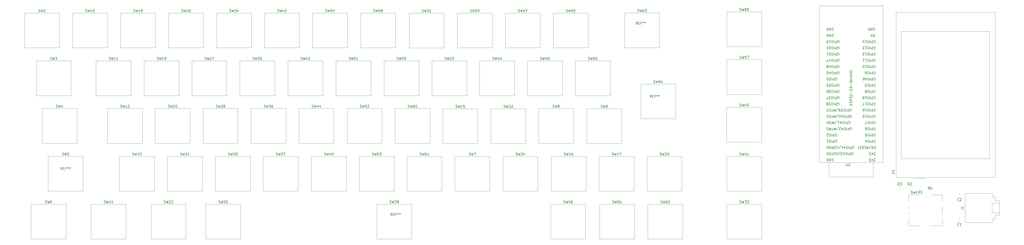
<source format=gbr>
%TF.GenerationSoftware,KiCad,Pcbnew,9.0.3*%
%TF.CreationDate,2025-09-09T09:23:44+09:00*%
%TF.ProjectId,Frekeys,4672656b-6579-4732-9e6b-696361645f70,rev?*%
%TF.SameCoordinates,Original*%
%TF.FileFunction,Legend,Top*%
%TF.FilePolarity,Positive*%
%FSLAX46Y46*%
G04 Gerber Fmt 4.6, Leading zero omitted, Abs format (unit mm)*
G04 Created by KiCad (PCBNEW 9.0.3) date 2025-09-09 09:23:44*
%MOMM*%
%LPD*%
G01*
G04 APERTURE LIST*
%ADD10C,0.150000*%
%ADD11C,0.120000*%
G04 APERTURE END LIST*
D10*
X408654819Y-107333333D02*
X409369104Y-107333333D01*
X409369104Y-107333333D02*
X409511961Y-107380952D01*
X409511961Y-107380952D02*
X409607200Y-107476190D01*
X409607200Y-107476190D02*
X409654819Y-107619047D01*
X409654819Y-107619047D02*
X409654819Y-107714285D01*
X409654819Y-106333333D02*
X409654819Y-106904761D01*
X409654819Y-106619047D02*
X408654819Y-106619047D01*
X408654819Y-106619047D02*
X408797676Y-106714285D01*
X408797676Y-106714285D02*
X408892914Y-106809523D01*
X408892914Y-106809523D02*
X408940533Y-106904761D01*
X318675476Y-26447200D02*
X318818333Y-26494819D01*
X318818333Y-26494819D02*
X319056428Y-26494819D01*
X319056428Y-26494819D02*
X319151666Y-26447200D01*
X319151666Y-26447200D02*
X319199285Y-26399580D01*
X319199285Y-26399580D02*
X319246904Y-26304342D01*
X319246904Y-26304342D02*
X319246904Y-26209104D01*
X319246904Y-26209104D02*
X319199285Y-26113866D01*
X319199285Y-26113866D02*
X319151666Y-26066247D01*
X319151666Y-26066247D02*
X319056428Y-26018628D01*
X319056428Y-26018628D02*
X318865952Y-25971009D01*
X318865952Y-25971009D02*
X318770714Y-25923390D01*
X318770714Y-25923390D02*
X318723095Y-25875771D01*
X318723095Y-25875771D02*
X318675476Y-25780533D01*
X318675476Y-25780533D02*
X318675476Y-25685295D01*
X318675476Y-25685295D02*
X318723095Y-25590057D01*
X318723095Y-25590057D02*
X318770714Y-25542438D01*
X318770714Y-25542438D02*
X318865952Y-25494819D01*
X318865952Y-25494819D02*
X319104047Y-25494819D01*
X319104047Y-25494819D02*
X319246904Y-25542438D01*
X319580238Y-25494819D02*
X319818333Y-26494819D01*
X319818333Y-26494819D02*
X320008809Y-25780533D01*
X320008809Y-25780533D02*
X320199285Y-26494819D01*
X320199285Y-26494819D02*
X320437381Y-25494819D01*
X321246904Y-25494819D02*
X321056428Y-25494819D01*
X321056428Y-25494819D02*
X320961190Y-25542438D01*
X320961190Y-25542438D02*
X320913571Y-25590057D01*
X320913571Y-25590057D02*
X320818333Y-25732914D01*
X320818333Y-25732914D02*
X320770714Y-25923390D01*
X320770714Y-25923390D02*
X320770714Y-26304342D01*
X320770714Y-26304342D02*
X320818333Y-26399580D01*
X320818333Y-26399580D02*
X320865952Y-26447200D01*
X320865952Y-26447200D02*
X320961190Y-26494819D01*
X320961190Y-26494819D02*
X321151666Y-26494819D01*
X321151666Y-26494819D02*
X321246904Y-26447200D01*
X321246904Y-26447200D02*
X321294523Y-26399580D01*
X321294523Y-26399580D02*
X321342142Y-26304342D01*
X321342142Y-26304342D02*
X321342142Y-26066247D01*
X321342142Y-26066247D02*
X321294523Y-25971009D01*
X321294523Y-25971009D02*
X321246904Y-25923390D01*
X321246904Y-25923390D02*
X321151666Y-25875771D01*
X321151666Y-25875771D02*
X320961190Y-25875771D01*
X320961190Y-25875771D02*
X320865952Y-25923390D01*
X320865952Y-25923390D02*
X320818333Y-25971009D01*
X320818333Y-25971009D02*
X320770714Y-26066247D01*
X322246904Y-25494819D02*
X321770714Y-25494819D01*
X321770714Y-25494819D02*
X321723095Y-25971009D01*
X321723095Y-25971009D02*
X321770714Y-25923390D01*
X321770714Y-25923390D02*
X321865952Y-25875771D01*
X321865952Y-25875771D02*
X322104047Y-25875771D01*
X322104047Y-25875771D02*
X322199285Y-25923390D01*
X322199285Y-25923390D02*
X322246904Y-25971009D01*
X322246904Y-25971009D02*
X322294523Y-26066247D01*
X322294523Y-26066247D02*
X322294523Y-26304342D01*
X322294523Y-26304342D02*
X322246904Y-26399580D01*
X322246904Y-26399580D02*
X322199285Y-26447200D01*
X322199285Y-26447200D02*
X322104047Y-26494819D01*
X322104047Y-26494819D02*
X321865952Y-26494819D01*
X321865952Y-26494819D02*
X321770714Y-26447200D01*
X321770714Y-26447200D02*
X321723095Y-26399580D01*
X91135476Y-85447200D02*
X91278333Y-85494819D01*
X91278333Y-85494819D02*
X91516428Y-85494819D01*
X91516428Y-85494819D02*
X91611666Y-85447200D01*
X91611666Y-85447200D02*
X91659285Y-85399580D01*
X91659285Y-85399580D02*
X91706904Y-85304342D01*
X91706904Y-85304342D02*
X91706904Y-85209104D01*
X91706904Y-85209104D02*
X91659285Y-85113866D01*
X91659285Y-85113866D02*
X91611666Y-85066247D01*
X91611666Y-85066247D02*
X91516428Y-85018628D01*
X91516428Y-85018628D02*
X91325952Y-84971009D01*
X91325952Y-84971009D02*
X91230714Y-84923390D01*
X91230714Y-84923390D02*
X91183095Y-84875771D01*
X91183095Y-84875771D02*
X91135476Y-84780533D01*
X91135476Y-84780533D02*
X91135476Y-84685295D01*
X91135476Y-84685295D02*
X91183095Y-84590057D01*
X91183095Y-84590057D02*
X91230714Y-84542438D01*
X91230714Y-84542438D02*
X91325952Y-84494819D01*
X91325952Y-84494819D02*
X91564047Y-84494819D01*
X91564047Y-84494819D02*
X91706904Y-84542438D01*
X92040238Y-84494819D02*
X92278333Y-85494819D01*
X92278333Y-85494819D02*
X92468809Y-84780533D01*
X92468809Y-84780533D02*
X92659285Y-85494819D01*
X92659285Y-85494819D02*
X92897381Y-84494819D01*
X93230714Y-84590057D02*
X93278333Y-84542438D01*
X93278333Y-84542438D02*
X93373571Y-84494819D01*
X93373571Y-84494819D02*
X93611666Y-84494819D01*
X93611666Y-84494819D02*
X93706904Y-84542438D01*
X93706904Y-84542438D02*
X93754523Y-84590057D01*
X93754523Y-84590057D02*
X93802142Y-84685295D01*
X93802142Y-84685295D02*
X93802142Y-84780533D01*
X93802142Y-84780533D02*
X93754523Y-84923390D01*
X93754523Y-84923390D02*
X93183095Y-85494819D01*
X93183095Y-85494819D02*
X93802142Y-85494819D01*
X94754523Y-85494819D02*
X94183095Y-85494819D01*
X94468809Y-85494819D02*
X94468809Y-84494819D01*
X94468809Y-84494819D02*
X94373571Y-84637676D01*
X94373571Y-84637676D02*
X94278333Y-84732914D01*
X94278333Y-84732914D02*
X94183095Y-84780533D01*
X242611667Y-65947200D02*
X242754524Y-65994819D01*
X242754524Y-65994819D02*
X242992619Y-65994819D01*
X242992619Y-65994819D02*
X243087857Y-65947200D01*
X243087857Y-65947200D02*
X243135476Y-65899580D01*
X243135476Y-65899580D02*
X243183095Y-65804342D01*
X243183095Y-65804342D02*
X243183095Y-65709104D01*
X243183095Y-65709104D02*
X243135476Y-65613866D01*
X243135476Y-65613866D02*
X243087857Y-65566247D01*
X243087857Y-65566247D02*
X242992619Y-65518628D01*
X242992619Y-65518628D02*
X242802143Y-65471009D01*
X242802143Y-65471009D02*
X242706905Y-65423390D01*
X242706905Y-65423390D02*
X242659286Y-65375771D01*
X242659286Y-65375771D02*
X242611667Y-65280533D01*
X242611667Y-65280533D02*
X242611667Y-65185295D01*
X242611667Y-65185295D02*
X242659286Y-65090057D01*
X242659286Y-65090057D02*
X242706905Y-65042438D01*
X242706905Y-65042438D02*
X242802143Y-64994819D01*
X242802143Y-64994819D02*
X243040238Y-64994819D01*
X243040238Y-64994819D02*
X243183095Y-65042438D01*
X243516429Y-64994819D02*
X243754524Y-65994819D01*
X243754524Y-65994819D02*
X243945000Y-65280533D01*
X243945000Y-65280533D02*
X244135476Y-65994819D01*
X244135476Y-65994819D02*
X244373572Y-64994819D01*
X244897381Y-65423390D02*
X244802143Y-65375771D01*
X244802143Y-65375771D02*
X244754524Y-65328152D01*
X244754524Y-65328152D02*
X244706905Y-65232914D01*
X244706905Y-65232914D02*
X244706905Y-65185295D01*
X244706905Y-65185295D02*
X244754524Y-65090057D01*
X244754524Y-65090057D02*
X244802143Y-65042438D01*
X244802143Y-65042438D02*
X244897381Y-64994819D01*
X244897381Y-64994819D02*
X245087857Y-64994819D01*
X245087857Y-64994819D02*
X245183095Y-65042438D01*
X245183095Y-65042438D02*
X245230714Y-65090057D01*
X245230714Y-65090057D02*
X245278333Y-65185295D01*
X245278333Y-65185295D02*
X245278333Y-65232914D01*
X245278333Y-65232914D02*
X245230714Y-65328152D01*
X245230714Y-65328152D02*
X245183095Y-65375771D01*
X245183095Y-65375771D02*
X245087857Y-65423390D01*
X245087857Y-65423390D02*
X244897381Y-65423390D01*
X244897381Y-65423390D02*
X244802143Y-65471009D01*
X244802143Y-65471009D02*
X244754524Y-65518628D01*
X244754524Y-65518628D02*
X244706905Y-65613866D01*
X244706905Y-65613866D02*
X244706905Y-65804342D01*
X244706905Y-65804342D02*
X244754524Y-65899580D01*
X244754524Y-65899580D02*
X244802143Y-65947200D01*
X244802143Y-65947200D02*
X244897381Y-65994819D01*
X244897381Y-65994819D02*
X245087857Y-65994819D01*
X245087857Y-65994819D02*
X245183095Y-65947200D01*
X245183095Y-65947200D02*
X245230714Y-65899580D01*
X245230714Y-65899580D02*
X245278333Y-65804342D01*
X245278333Y-65804342D02*
X245278333Y-65613866D01*
X245278333Y-65613866D02*
X245230714Y-65518628D01*
X245230714Y-65518628D02*
X245183095Y-65471009D01*
X245183095Y-65471009D02*
X245087857Y-65423390D01*
X169715476Y-26947200D02*
X169858333Y-26994819D01*
X169858333Y-26994819D02*
X170096428Y-26994819D01*
X170096428Y-26994819D02*
X170191666Y-26947200D01*
X170191666Y-26947200D02*
X170239285Y-26899580D01*
X170239285Y-26899580D02*
X170286904Y-26804342D01*
X170286904Y-26804342D02*
X170286904Y-26709104D01*
X170286904Y-26709104D02*
X170239285Y-26613866D01*
X170239285Y-26613866D02*
X170191666Y-26566247D01*
X170191666Y-26566247D02*
X170096428Y-26518628D01*
X170096428Y-26518628D02*
X169905952Y-26471009D01*
X169905952Y-26471009D02*
X169810714Y-26423390D01*
X169810714Y-26423390D02*
X169763095Y-26375771D01*
X169763095Y-26375771D02*
X169715476Y-26280533D01*
X169715476Y-26280533D02*
X169715476Y-26185295D01*
X169715476Y-26185295D02*
X169763095Y-26090057D01*
X169763095Y-26090057D02*
X169810714Y-26042438D01*
X169810714Y-26042438D02*
X169905952Y-25994819D01*
X169905952Y-25994819D02*
X170144047Y-25994819D01*
X170144047Y-25994819D02*
X170286904Y-26042438D01*
X170620238Y-25994819D02*
X170858333Y-26994819D01*
X170858333Y-26994819D02*
X171048809Y-26280533D01*
X171048809Y-26280533D02*
X171239285Y-26994819D01*
X171239285Y-26994819D02*
X171477381Y-25994819D01*
X172334523Y-25994819D02*
X171858333Y-25994819D01*
X171858333Y-25994819D02*
X171810714Y-26471009D01*
X171810714Y-26471009D02*
X171858333Y-26423390D01*
X171858333Y-26423390D02*
X171953571Y-26375771D01*
X171953571Y-26375771D02*
X172191666Y-26375771D01*
X172191666Y-26375771D02*
X172286904Y-26423390D01*
X172286904Y-26423390D02*
X172334523Y-26471009D01*
X172334523Y-26471009D02*
X172382142Y-26566247D01*
X172382142Y-26566247D02*
X172382142Y-26804342D01*
X172382142Y-26804342D02*
X172334523Y-26899580D01*
X172334523Y-26899580D02*
X172286904Y-26947200D01*
X172286904Y-26947200D02*
X172191666Y-26994819D01*
X172191666Y-26994819D02*
X171953571Y-26994819D01*
X171953571Y-26994819D02*
X171858333Y-26947200D01*
X171858333Y-26947200D02*
X171810714Y-26899580D01*
X172953571Y-26423390D02*
X172858333Y-26375771D01*
X172858333Y-26375771D02*
X172810714Y-26328152D01*
X172810714Y-26328152D02*
X172763095Y-26232914D01*
X172763095Y-26232914D02*
X172763095Y-26185295D01*
X172763095Y-26185295D02*
X172810714Y-26090057D01*
X172810714Y-26090057D02*
X172858333Y-26042438D01*
X172858333Y-26042438D02*
X172953571Y-25994819D01*
X172953571Y-25994819D02*
X173144047Y-25994819D01*
X173144047Y-25994819D02*
X173239285Y-26042438D01*
X173239285Y-26042438D02*
X173286904Y-26090057D01*
X173286904Y-26090057D02*
X173334523Y-26185295D01*
X173334523Y-26185295D02*
X173334523Y-26232914D01*
X173334523Y-26232914D02*
X173286904Y-26328152D01*
X173286904Y-26328152D02*
X173239285Y-26375771D01*
X173239285Y-26375771D02*
X173144047Y-26423390D01*
X173144047Y-26423390D02*
X172953571Y-26423390D01*
X172953571Y-26423390D02*
X172858333Y-26471009D01*
X172858333Y-26471009D02*
X172810714Y-26518628D01*
X172810714Y-26518628D02*
X172763095Y-26613866D01*
X172763095Y-26613866D02*
X172763095Y-26804342D01*
X172763095Y-26804342D02*
X172810714Y-26899580D01*
X172810714Y-26899580D02*
X172858333Y-26947200D01*
X172858333Y-26947200D02*
X172953571Y-26994819D01*
X172953571Y-26994819D02*
X173144047Y-26994819D01*
X173144047Y-26994819D02*
X173239285Y-26947200D01*
X173239285Y-26947200D02*
X173286904Y-26899580D01*
X173286904Y-26899580D02*
X173334523Y-26804342D01*
X173334523Y-26804342D02*
X173334523Y-26613866D01*
X173334523Y-26613866D02*
X173286904Y-26518628D01*
X173286904Y-26518628D02*
X173239285Y-26471009D01*
X173239285Y-26471009D02*
X173144047Y-26423390D01*
X66715476Y-65947200D02*
X66858333Y-65994819D01*
X66858333Y-65994819D02*
X67096428Y-65994819D01*
X67096428Y-65994819D02*
X67191666Y-65947200D01*
X67191666Y-65947200D02*
X67239285Y-65899580D01*
X67239285Y-65899580D02*
X67286904Y-65804342D01*
X67286904Y-65804342D02*
X67286904Y-65709104D01*
X67286904Y-65709104D02*
X67239285Y-65613866D01*
X67239285Y-65613866D02*
X67191666Y-65566247D01*
X67191666Y-65566247D02*
X67096428Y-65518628D01*
X67096428Y-65518628D02*
X66905952Y-65471009D01*
X66905952Y-65471009D02*
X66810714Y-65423390D01*
X66810714Y-65423390D02*
X66763095Y-65375771D01*
X66763095Y-65375771D02*
X66715476Y-65280533D01*
X66715476Y-65280533D02*
X66715476Y-65185295D01*
X66715476Y-65185295D02*
X66763095Y-65090057D01*
X66763095Y-65090057D02*
X66810714Y-65042438D01*
X66810714Y-65042438D02*
X66905952Y-64994819D01*
X66905952Y-64994819D02*
X67144047Y-64994819D01*
X67144047Y-64994819D02*
X67286904Y-65042438D01*
X67620238Y-64994819D02*
X67858333Y-65994819D01*
X67858333Y-65994819D02*
X68048809Y-65280533D01*
X68048809Y-65280533D02*
X68239285Y-65994819D01*
X68239285Y-65994819D02*
X68477381Y-64994819D01*
X69382142Y-65994819D02*
X68810714Y-65994819D01*
X69096428Y-65994819D02*
X69096428Y-64994819D01*
X69096428Y-64994819D02*
X69001190Y-65137676D01*
X69001190Y-65137676D02*
X68905952Y-65232914D01*
X68905952Y-65232914D02*
X68810714Y-65280533D01*
X69763095Y-65090057D02*
X69810714Y-65042438D01*
X69810714Y-65042438D02*
X69905952Y-64994819D01*
X69905952Y-64994819D02*
X70144047Y-64994819D01*
X70144047Y-64994819D02*
X70239285Y-65042438D01*
X70239285Y-65042438D02*
X70286904Y-65090057D01*
X70286904Y-65090057D02*
X70334523Y-65185295D01*
X70334523Y-65185295D02*
X70334523Y-65280533D01*
X70334523Y-65280533D02*
X70286904Y-65423390D01*
X70286904Y-65423390D02*
X69715476Y-65994819D01*
X69715476Y-65994819D02*
X70334523Y-65994819D01*
X72055476Y-26947200D02*
X72198333Y-26994819D01*
X72198333Y-26994819D02*
X72436428Y-26994819D01*
X72436428Y-26994819D02*
X72531666Y-26947200D01*
X72531666Y-26947200D02*
X72579285Y-26899580D01*
X72579285Y-26899580D02*
X72626904Y-26804342D01*
X72626904Y-26804342D02*
X72626904Y-26709104D01*
X72626904Y-26709104D02*
X72579285Y-26613866D01*
X72579285Y-26613866D02*
X72531666Y-26566247D01*
X72531666Y-26566247D02*
X72436428Y-26518628D01*
X72436428Y-26518628D02*
X72245952Y-26471009D01*
X72245952Y-26471009D02*
X72150714Y-26423390D01*
X72150714Y-26423390D02*
X72103095Y-26375771D01*
X72103095Y-26375771D02*
X72055476Y-26280533D01*
X72055476Y-26280533D02*
X72055476Y-26185295D01*
X72055476Y-26185295D02*
X72103095Y-26090057D01*
X72103095Y-26090057D02*
X72150714Y-26042438D01*
X72150714Y-26042438D02*
X72245952Y-25994819D01*
X72245952Y-25994819D02*
X72484047Y-25994819D01*
X72484047Y-25994819D02*
X72626904Y-26042438D01*
X72960238Y-25994819D02*
X73198333Y-26994819D01*
X73198333Y-26994819D02*
X73388809Y-26280533D01*
X73388809Y-26280533D02*
X73579285Y-26994819D01*
X73579285Y-26994819D02*
X73817381Y-25994819D01*
X74722142Y-26994819D02*
X74150714Y-26994819D01*
X74436428Y-26994819D02*
X74436428Y-25994819D01*
X74436428Y-25994819D02*
X74341190Y-26137676D01*
X74341190Y-26137676D02*
X74245952Y-26232914D01*
X74245952Y-26232914D02*
X74150714Y-26280533D01*
X75293571Y-26423390D02*
X75198333Y-26375771D01*
X75198333Y-26375771D02*
X75150714Y-26328152D01*
X75150714Y-26328152D02*
X75103095Y-26232914D01*
X75103095Y-26232914D02*
X75103095Y-26185295D01*
X75103095Y-26185295D02*
X75150714Y-26090057D01*
X75150714Y-26090057D02*
X75198333Y-26042438D01*
X75198333Y-26042438D02*
X75293571Y-25994819D01*
X75293571Y-25994819D02*
X75484047Y-25994819D01*
X75484047Y-25994819D02*
X75579285Y-26042438D01*
X75579285Y-26042438D02*
X75626904Y-26090057D01*
X75626904Y-26090057D02*
X75674523Y-26185295D01*
X75674523Y-26185295D02*
X75674523Y-26232914D01*
X75674523Y-26232914D02*
X75626904Y-26328152D01*
X75626904Y-26328152D02*
X75579285Y-26375771D01*
X75579285Y-26375771D02*
X75484047Y-26423390D01*
X75484047Y-26423390D02*
X75293571Y-26423390D01*
X75293571Y-26423390D02*
X75198333Y-26471009D01*
X75198333Y-26471009D02*
X75150714Y-26518628D01*
X75150714Y-26518628D02*
X75103095Y-26613866D01*
X75103095Y-26613866D02*
X75103095Y-26804342D01*
X75103095Y-26804342D02*
X75150714Y-26899580D01*
X75150714Y-26899580D02*
X75198333Y-26947200D01*
X75198333Y-26947200D02*
X75293571Y-26994819D01*
X75293571Y-26994819D02*
X75484047Y-26994819D01*
X75484047Y-26994819D02*
X75579285Y-26947200D01*
X75579285Y-26947200D02*
X75626904Y-26899580D01*
X75626904Y-26899580D02*
X75674523Y-26804342D01*
X75674523Y-26804342D02*
X75674523Y-26613866D01*
X75674523Y-26613866D02*
X75626904Y-26518628D01*
X75626904Y-26518628D02*
X75579285Y-26471009D01*
X75579285Y-26471009D02*
X75484047Y-26423390D01*
X380544819Y-93077324D02*
X381354342Y-93077324D01*
X381354342Y-93077324D02*
X381449580Y-93029705D01*
X381449580Y-93029705D02*
X381497200Y-92982086D01*
X381497200Y-92982086D02*
X381544819Y-92886848D01*
X381544819Y-92886848D02*
X381544819Y-92696372D01*
X381544819Y-92696372D02*
X381497200Y-92601134D01*
X381497200Y-92601134D02*
X381449580Y-92553515D01*
X381449580Y-92553515D02*
X381354342Y-92505896D01*
X381354342Y-92505896D02*
X380544819Y-92505896D01*
X381544819Y-91505896D02*
X381544819Y-92077324D01*
X381544819Y-91791610D02*
X380544819Y-91791610D01*
X380544819Y-91791610D02*
X380687676Y-91886848D01*
X380687676Y-91886848D02*
X380782914Y-91982086D01*
X380782914Y-91982086D02*
X380830533Y-92077324D01*
X84470476Y-104947200D02*
X84613333Y-104994819D01*
X84613333Y-104994819D02*
X84851428Y-104994819D01*
X84851428Y-104994819D02*
X84946666Y-104947200D01*
X84946666Y-104947200D02*
X84994285Y-104899580D01*
X84994285Y-104899580D02*
X85041904Y-104804342D01*
X85041904Y-104804342D02*
X85041904Y-104709104D01*
X85041904Y-104709104D02*
X84994285Y-104613866D01*
X84994285Y-104613866D02*
X84946666Y-104566247D01*
X84946666Y-104566247D02*
X84851428Y-104518628D01*
X84851428Y-104518628D02*
X84660952Y-104471009D01*
X84660952Y-104471009D02*
X84565714Y-104423390D01*
X84565714Y-104423390D02*
X84518095Y-104375771D01*
X84518095Y-104375771D02*
X84470476Y-104280533D01*
X84470476Y-104280533D02*
X84470476Y-104185295D01*
X84470476Y-104185295D02*
X84518095Y-104090057D01*
X84518095Y-104090057D02*
X84565714Y-104042438D01*
X84565714Y-104042438D02*
X84660952Y-103994819D01*
X84660952Y-103994819D02*
X84899047Y-103994819D01*
X84899047Y-103994819D02*
X85041904Y-104042438D01*
X85375238Y-103994819D02*
X85613333Y-104994819D01*
X85613333Y-104994819D02*
X85803809Y-104280533D01*
X85803809Y-104280533D02*
X85994285Y-104994819D01*
X85994285Y-104994819D02*
X86232381Y-103994819D01*
X86565714Y-104090057D02*
X86613333Y-104042438D01*
X86613333Y-104042438D02*
X86708571Y-103994819D01*
X86708571Y-103994819D02*
X86946666Y-103994819D01*
X86946666Y-103994819D02*
X87041904Y-104042438D01*
X87041904Y-104042438D02*
X87089523Y-104090057D01*
X87089523Y-104090057D02*
X87137142Y-104185295D01*
X87137142Y-104185295D02*
X87137142Y-104280533D01*
X87137142Y-104280533D02*
X87089523Y-104423390D01*
X87089523Y-104423390D02*
X86518095Y-104994819D01*
X86518095Y-104994819D02*
X87137142Y-104994819D01*
X87518095Y-104090057D02*
X87565714Y-104042438D01*
X87565714Y-104042438D02*
X87660952Y-103994819D01*
X87660952Y-103994819D02*
X87899047Y-103994819D01*
X87899047Y-103994819D02*
X87994285Y-104042438D01*
X87994285Y-104042438D02*
X88041904Y-104090057D01*
X88041904Y-104090057D02*
X88089523Y-104185295D01*
X88089523Y-104185295D02*
X88089523Y-104280533D01*
X88089523Y-104280533D02*
X88041904Y-104423390D01*
X88041904Y-104423390D02*
X87470476Y-104994819D01*
X87470476Y-104994819D02*
X88089523Y-104994819D01*
X283690476Y-55907200D02*
X283833333Y-55954819D01*
X283833333Y-55954819D02*
X284071428Y-55954819D01*
X284071428Y-55954819D02*
X284166666Y-55907200D01*
X284166666Y-55907200D02*
X284214285Y-55859580D01*
X284214285Y-55859580D02*
X284261904Y-55764342D01*
X284261904Y-55764342D02*
X284261904Y-55669104D01*
X284261904Y-55669104D02*
X284214285Y-55573866D01*
X284214285Y-55573866D02*
X284166666Y-55526247D01*
X284166666Y-55526247D02*
X284071428Y-55478628D01*
X284071428Y-55478628D02*
X283880952Y-55431009D01*
X283880952Y-55431009D02*
X283785714Y-55383390D01*
X283785714Y-55383390D02*
X283738095Y-55335771D01*
X283738095Y-55335771D02*
X283690476Y-55240533D01*
X283690476Y-55240533D02*
X283690476Y-55145295D01*
X283690476Y-55145295D02*
X283738095Y-55050057D01*
X283738095Y-55050057D02*
X283785714Y-55002438D01*
X283785714Y-55002438D02*
X283880952Y-54954819D01*
X283880952Y-54954819D02*
X284119047Y-54954819D01*
X284119047Y-54954819D02*
X284261904Y-55002438D01*
X284595238Y-54954819D02*
X284833333Y-55954819D01*
X284833333Y-55954819D02*
X285023809Y-55240533D01*
X285023809Y-55240533D02*
X285214285Y-55954819D01*
X285214285Y-55954819D02*
X285452381Y-54954819D01*
X286261904Y-54954819D02*
X286071428Y-54954819D01*
X286071428Y-54954819D02*
X285976190Y-55002438D01*
X285976190Y-55002438D02*
X285928571Y-55050057D01*
X285928571Y-55050057D02*
X285833333Y-55192914D01*
X285833333Y-55192914D02*
X285785714Y-55383390D01*
X285785714Y-55383390D02*
X285785714Y-55764342D01*
X285785714Y-55764342D02*
X285833333Y-55859580D01*
X285833333Y-55859580D02*
X285880952Y-55907200D01*
X285880952Y-55907200D02*
X285976190Y-55954819D01*
X285976190Y-55954819D02*
X286166666Y-55954819D01*
X286166666Y-55954819D02*
X286261904Y-55907200D01*
X286261904Y-55907200D02*
X286309523Y-55859580D01*
X286309523Y-55859580D02*
X286357142Y-55764342D01*
X286357142Y-55764342D02*
X286357142Y-55526247D01*
X286357142Y-55526247D02*
X286309523Y-55431009D01*
X286309523Y-55431009D02*
X286261904Y-55383390D01*
X286261904Y-55383390D02*
X286166666Y-55335771D01*
X286166666Y-55335771D02*
X285976190Y-55335771D01*
X285976190Y-55335771D02*
X285880952Y-55383390D01*
X285880952Y-55383390D02*
X285833333Y-55431009D01*
X285833333Y-55431009D02*
X285785714Y-55526247D01*
X287214285Y-55288152D02*
X287214285Y-55954819D01*
X286976190Y-54907200D02*
X286738095Y-55621485D01*
X286738095Y-55621485D02*
X287357142Y-55621485D01*
X209055476Y-26947200D02*
X209198333Y-26994819D01*
X209198333Y-26994819D02*
X209436428Y-26994819D01*
X209436428Y-26994819D02*
X209531666Y-26947200D01*
X209531666Y-26947200D02*
X209579285Y-26899580D01*
X209579285Y-26899580D02*
X209626904Y-26804342D01*
X209626904Y-26804342D02*
X209626904Y-26709104D01*
X209626904Y-26709104D02*
X209579285Y-26613866D01*
X209579285Y-26613866D02*
X209531666Y-26566247D01*
X209531666Y-26566247D02*
X209436428Y-26518628D01*
X209436428Y-26518628D02*
X209245952Y-26471009D01*
X209245952Y-26471009D02*
X209150714Y-26423390D01*
X209150714Y-26423390D02*
X209103095Y-26375771D01*
X209103095Y-26375771D02*
X209055476Y-26280533D01*
X209055476Y-26280533D02*
X209055476Y-26185295D01*
X209055476Y-26185295D02*
X209103095Y-26090057D01*
X209103095Y-26090057D02*
X209150714Y-26042438D01*
X209150714Y-26042438D02*
X209245952Y-25994819D01*
X209245952Y-25994819D02*
X209484047Y-25994819D01*
X209484047Y-25994819D02*
X209626904Y-26042438D01*
X209960238Y-25994819D02*
X210198333Y-26994819D01*
X210198333Y-26994819D02*
X210388809Y-26280533D01*
X210388809Y-26280533D02*
X210579285Y-26994819D01*
X210579285Y-26994819D02*
X210817381Y-25994819D01*
X211103095Y-25994819D02*
X211722142Y-25994819D01*
X211722142Y-25994819D02*
X211388809Y-26375771D01*
X211388809Y-26375771D02*
X211531666Y-26375771D01*
X211531666Y-26375771D02*
X211626904Y-26423390D01*
X211626904Y-26423390D02*
X211674523Y-26471009D01*
X211674523Y-26471009D02*
X211722142Y-26566247D01*
X211722142Y-26566247D02*
X211722142Y-26804342D01*
X211722142Y-26804342D02*
X211674523Y-26899580D01*
X211674523Y-26899580D02*
X211626904Y-26947200D01*
X211626904Y-26947200D02*
X211531666Y-26994819D01*
X211531666Y-26994819D02*
X211245952Y-26994819D01*
X211245952Y-26994819D02*
X211150714Y-26947200D01*
X211150714Y-26947200D02*
X211103095Y-26899580D01*
X212198333Y-26994819D02*
X212388809Y-26994819D01*
X212388809Y-26994819D02*
X212484047Y-26947200D01*
X212484047Y-26947200D02*
X212531666Y-26899580D01*
X212531666Y-26899580D02*
X212626904Y-26756723D01*
X212626904Y-26756723D02*
X212674523Y-26566247D01*
X212674523Y-26566247D02*
X212674523Y-26185295D01*
X212674523Y-26185295D02*
X212626904Y-26090057D01*
X212626904Y-26090057D02*
X212579285Y-26042438D01*
X212579285Y-26042438D02*
X212484047Y-25994819D01*
X212484047Y-25994819D02*
X212293571Y-25994819D01*
X212293571Y-25994819D02*
X212198333Y-26042438D01*
X212198333Y-26042438D02*
X212150714Y-26090057D01*
X212150714Y-26090057D02*
X212103095Y-26185295D01*
X212103095Y-26185295D02*
X212103095Y-26423390D01*
X212103095Y-26423390D02*
X212150714Y-26518628D01*
X212150714Y-26518628D02*
X212198333Y-26566247D01*
X212198333Y-26566247D02*
X212293571Y-26613866D01*
X212293571Y-26613866D02*
X212484047Y-26613866D01*
X212484047Y-26613866D02*
X212579285Y-26566247D01*
X212579285Y-26566247D02*
X212626904Y-26518628D01*
X212626904Y-26518628D02*
X212674523Y-26423390D01*
X218135476Y-46447200D02*
X218278333Y-46494819D01*
X218278333Y-46494819D02*
X218516428Y-46494819D01*
X218516428Y-46494819D02*
X218611666Y-46447200D01*
X218611666Y-46447200D02*
X218659285Y-46399580D01*
X218659285Y-46399580D02*
X218706904Y-46304342D01*
X218706904Y-46304342D02*
X218706904Y-46209104D01*
X218706904Y-46209104D02*
X218659285Y-46113866D01*
X218659285Y-46113866D02*
X218611666Y-46066247D01*
X218611666Y-46066247D02*
X218516428Y-46018628D01*
X218516428Y-46018628D02*
X218325952Y-45971009D01*
X218325952Y-45971009D02*
X218230714Y-45923390D01*
X218230714Y-45923390D02*
X218183095Y-45875771D01*
X218183095Y-45875771D02*
X218135476Y-45780533D01*
X218135476Y-45780533D02*
X218135476Y-45685295D01*
X218135476Y-45685295D02*
X218183095Y-45590057D01*
X218183095Y-45590057D02*
X218230714Y-45542438D01*
X218230714Y-45542438D02*
X218325952Y-45494819D01*
X218325952Y-45494819D02*
X218564047Y-45494819D01*
X218564047Y-45494819D02*
X218706904Y-45542438D01*
X219040238Y-45494819D02*
X219278333Y-46494819D01*
X219278333Y-46494819D02*
X219468809Y-45780533D01*
X219468809Y-45780533D02*
X219659285Y-46494819D01*
X219659285Y-46494819D02*
X219897381Y-45494819D01*
X220706904Y-45828152D02*
X220706904Y-46494819D01*
X220468809Y-45447200D02*
X220230714Y-46161485D01*
X220230714Y-46161485D02*
X220849761Y-46161485D01*
X221421190Y-45494819D02*
X221516428Y-45494819D01*
X221516428Y-45494819D02*
X221611666Y-45542438D01*
X221611666Y-45542438D02*
X221659285Y-45590057D01*
X221659285Y-45590057D02*
X221706904Y-45685295D01*
X221706904Y-45685295D02*
X221754523Y-45875771D01*
X221754523Y-45875771D02*
X221754523Y-46113866D01*
X221754523Y-46113866D02*
X221706904Y-46304342D01*
X221706904Y-46304342D02*
X221659285Y-46399580D01*
X221659285Y-46399580D02*
X221611666Y-46447200D01*
X221611666Y-46447200D02*
X221516428Y-46494819D01*
X221516428Y-46494819D02*
X221421190Y-46494819D01*
X221421190Y-46494819D02*
X221325952Y-46447200D01*
X221325952Y-46447200D02*
X221278333Y-46399580D01*
X221278333Y-46399580D02*
X221230714Y-46304342D01*
X221230714Y-46304342D02*
X221183095Y-46113866D01*
X221183095Y-46113866D02*
X221183095Y-45875771D01*
X221183095Y-45875771D02*
X221230714Y-45685295D01*
X221230714Y-45685295D02*
X221278333Y-45590057D01*
X221278333Y-45590057D02*
X221325952Y-45542438D01*
X221325952Y-45542438D02*
X221421190Y-45494819D01*
X222690476Y-66009700D02*
X222833333Y-66057319D01*
X222833333Y-66057319D02*
X223071428Y-66057319D01*
X223071428Y-66057319D02*
X223166666Y-66009700D01*
X223166666Y-66009700D02*
X223214285Y-65962080D01*
X223214285Y-65962080D02*
X223261904Y-65866842D01*
X223261904Y-65866842D02*
X223261904Y-65771604D01*
X223261904Y-65771604D02*
X223214285Y-65676366D01*
X223214285Y-65676366D02*
X223166666Y-65628747D01*
X223166666Y-65628747D02*
X223071428Y-65581128D01*
X223071428Y-65581128D02*
X222880952Y-65533509D01*
X222880952Y-65533509D02*
X222785714Y-65485890D01*
X222785714Y-65485890D02*
X222738095Y-65438271D01*
X222738095Y-65438271D02*
X222690476Y-65343033D01*
X222690476Y-65343033D02*
X222690476Y-65247795D01*
X222690476Y-65247795D02*
X222738095Y-65152557D01*
X222738095Y-65152557D02*
X222785714Y-65104938D01*
X222785714Y-65104938D02*
X222880952Y-65057319D01*
X222880952Y-65057319D02*
X223119047Y-65057319D01*
X223119047Y-65057319D02*
X223261904Y-65104938D01*
X223595238Y-65057319D02*
X223833333Y-66057319D01*
X223833333Y-66057319D02*
X224023809Y-65343033D01*
X224023809Y-65343033D02*
X224214285Y-66057319D01*
X224214285Y-66057319D02*
X224452381Y-65057319D01*
X224738095Y-65057319D02*
X225357142Y-65057319D01*
X225357142Y-65057319D02*
X225023809Y-65438271D01*
X225023809Y-65438271D02*
X225166666Y-65438271D01*
X225166666Y-65438271D02*
X225261904Y-65485890D01*
X225261904Y-65485890D02*
X225309523Y-65533509D01*
X225309523Y-65533509D02*
X225357142Y-65628747D01*
X225357142Y-65628747D02*
X225357142Y-65866842D01*
X225357142Y-65866842D02*
X225309523Y-65962080D01*
X225309523Y-65962080D02*
X225261904Y-66009700D01*
X225261904Y-66009700D02*
X225166666Y-66057319D01*
X225166666Y-66057319D02*
X224880952Y-66057319D01*
X224880952Y-66057319D02*
X224785714Y-66009700D01*
X224785714Y-66009700D02*
X224738095Y-65962080D01*
X225738095Y-65152557D02*
X225785714Y-65104938D01*
X225785714Y-65104938D02*
X225880952Y-65057319D01*
X225880952Y-65057319D02*
X226119047Y-65057319D01*
X226119047Y-65057319D02*
X226214285Y-65104938D01*
X226214285Y-65104938D02*
X226261904Y-65152557D01*
X226261904Y-65152557D02*
X226309523Y-65247795D01*
X226309523Y-65247795D02*
X226309523Y-65343033D01*
X226309523Y-65343033D02*
X226261904Y-65485890D01*
X226261904Y-65485890D02*
X225690476Y-66057319D01*
X225690476Y-66057319D02*
X226309523Y-66057319D01*
X262196667Y-65987200D02*
X262339524Y-66034819D01*
X262339524Y-66034819D02*
X262577619Y-66034819D01*
X262577619Y-66034819D02*
X262672857Y-65987200D01*
X262672857Y-65987200D02*
X262720476Y-65939580D01*
X262720476Y-65939580D02*
X262768095Y-65844342D01*
X262768095Y-65844342D02*
X262768095Y-65749104D01*
X262768095Y-65749104D02*
X262720476Y-65653866D01*
X262720476Y-65653866D02*
X262672857Y-65606247D01*
X262672857Y-65606247D02*
X262577619Y-65558628D01*
X262577619Y-65558628D02*
X262387143Y-65511009D01*
X262387143Y-65511009D02*
X262291905Y-65463390D01*
X262291905Y-65463390D02*
X262244286Y-65415771D01*
X262244286Y-65415771D02*
X262196667Y-65320533D01*
X262196667Y-65320533D02*
X262196667Y-65225295D01*
X262196667Y-65225295D02*
X262244286Y-65130057D01*
X262244286Y-65130057D02*
X262291905Y-65082438D01*
X262291905Y-65082438D02*
X262387143Y-65034819D01*
X262387143Y-65034819D02*
X262625238Y-65034819D01*
X262625238Y-65034819D02*
X262768095Y-65082438D01*
X263101429Y-65034819D02*
X263339524Y-66034819D01*
X263339524Y-66034819D02*
X263530000Y-65320533D01*
X263530000Y-65320533D02*
X263720476Y-66034819D01*
X263720476Y-66034819D02*
X263958572Y-65034819D01*
X264387143Y-66034819D02*
X264577619Y-66034819D01*
X264577619Y-66034819D02*
X264672857Y-65987200D01*
X264672857Y-65987200D02*
X264720476Y-65939580D01*
X264720476Y-65939580D02*
X264815714Y-65796723D01*
X264815714Y-65796723D02*
X264863333Y-65606247D01*
X264863333Y-65606247D02*
X264863333Y-65225295D01*
X264863333Y-65225295D02*
X264815714Y-65130057D01*
X264815714Y-65130057D02*
X264768095Y-65082438D01*
X264768095Y-65082438D02*
X264672857Y-65034819D01*
X264672857Y-65034819D02*
X264482381Y-65034819D01*
X264482381Y-65034819D02*
X264387143Y-65082438D01*
X264387143Y-65082438D02*
X264339524Y-65130057D01*
X264339524Y-65130057D02*
X264291905Y-65225295D01*
X264291905Y-65225295D02*
X264291905Y-65463390D01*
X264291905Y-65463390D02*
X264339524Y-65558628D01*
X264339524Y-65558628D02*
X264387143Y-65606247D01*
X264387143Y-65606247D02*
X264482381Y-65653866D01*
X264482381Y-65653866D02*
X264672857Y-65653866D01*
X264672857Y-65653866D02*
X264768095Y-65606247D01*
X264768095Y-65606247D02*
X264815714Y-65558628D01*
X264815714Y-65558628D02*
X264863333Y-65463390D01*
X81635476Y-46447200D02*
X81778333Y-46494819D01*
X81778333Y-46494819D02*
X82016428Y-46494819D01*
X82016428Y-46494819D02*
X82111666Y-46447200D01*
X82111666Y-46447200D02*
X82159285Y-46399580D01*
X82159285Y-46399580D02*
X82206904Y-46304342D01*
X82206904Y-46304342D02*
X82206904Y-46209104D01*
X82206904Y-46209104D02*
X82159285Y-46113866D01*
X82159285Y-46113866D02*
X82111666Y-46066247D01*
X82111666Y-46066247D02*
X82016428Y-46018628D01*
X82016428Y-46018628D02*
X81825952Y-45971009D01*
X81825952Y-45971009D02*
X81730714Y-45923390D01*
X81730714Y-45923390D02*
X81683095Y-45875771D01*
X81683095Y-45875771D02*
X81635476Y-45780533D01*
X81635476Y-45780533D02*
X81635476Y-45685295D01*
X81635476Y-45685295D02*
X81683095Y-45590057D01*
X81683095Y-45590057D02*
X81730714Y-45542438D01*
X81730714Y-45542438D02*
X81825952Y-45494819D01*
X81825952Y-45494819D02*
X82064047Y-45494819D01*
X82064047Y-45494819D02*
X82206904Y-45542438D01*
X82540238Y-45494819D02*
X82778333Y-46494819D01*
X82778333Y-46494819D02*
X82968809Y-45780533D01*
X82968809Y-45780533D02*
X83159285Y-46494819D01*
X83159285Y-46494819D02*
X83397381Y-45494819D01*
X84302142Y-46494819D02*
X83730714Y-46494819D01*
X84016428Y-46494819D02*
X84016428Y-45494819D01*
X84016428Y-45494819D02*
X83921190Y-45637676D01*
X83921190Y-45637676D02*
X83825952Y-45732914D01*
X83825952Y-45732914D02*
X83730714Y-45780533D01*
X84778333Y-46494819D02*
X84968809Y-46494819D01*
X84968809Y-46494819D02*
X85064047Y-46447200D01*
X85064047Y-46447200D02*
X85111666Y-46399580D01*
X85111666Y-46399580D02*
X85206904Y-46256723D01*
X85206904Y-46256723D02*
X85254523Y-46066247D01*
X85254523Y-46066247D02*
X85254523Y-45685295D01*
X85254523Y-45685295D02*
X85206904Y-45590057D01*
X85206904Y-45590057D02*
X85159285Y-45542438D01*
X85159285Y-45542438D02*
X85064047Y-45494819D01*
X85064047Y-45494819D02*
X84873571Y-45494819D01*
X84873571Y-45494819D02*
X84778333Y-45542438D01*
X84778333Y-45542438D02*
X84730714Y-45590057D01*
X84730714Y-45590057D02*
X84683095Y-45685295D01*
X84683095Y-45685295D02*
X84683095Y-45923390D01*
X84683095Y-45923390D02*
X84730714Y-46018628D01*
X84730714Y-46018628D02*
X84778333Y-46066247D01*
X84778333Y-46066247D02*
X84873571Y-46113866D01*
X84873571Y-46113866D02*
X85064047Y-46113866D01*
X85064047Y-46113866D02*
X85159285Y-46066247D01*
X85159285Y-46066247D02*
X85206904Y-46018628D01*
X85206904Y-46018628D02*
X85254523Y-45923390D01*
X318595476Y-65447200D02*
X318738333Y-65494819D01*
X318738333Y-65494819D02*
X318976428Y-65494819D01*
X318976428Y-65494819D02*
X319071666Y-65447200D01*
X319071666Y-65447200D02*
X319119285Y-65399580D01*
X319119285Y-65399580D02*
X319166904Y-65304342D01*
X319166904Y-65304342D02*
X319166904Y-65209104D01*
X319166904Y-65209104D02*
X319119285Y-65113866D01*
X319119285Y-65113866D02*
X319071666Y-65066247D01*
X319071666Y-65066247D02*
X318976428Y-65018628D01*
X318976428Y-65018628D02*
X318785952Y-64971009D01*
X318785952Y-64971009D02*
X318690714Y-64923390D01*
X318690714Y-64923390D02*
X318643095Y-64875771D01*
X318643095Y-64875771D02*
X318595476Y-64780533D01*
X318595476Y-64780533D02*
X318595476Y-64685295D01*
X318595476Y-64685295D02*
X318643095Y-64590057D01*
X318643095Y-64590057D02*
X318690714Y-64542438D01*
X318690714Y-64542438D02*
X318785952Y-64494819D01*
X318785952Y-64494819D02*
X319024047Y-64494819D01*
X319024047Y-64494819D02*
X319166904Y-64542438D01*
X319500238Y-64494819D02*
X319738333Y-65494819D01*
X319738333Y-65494819D02*
X319928809Y-64780533D01*
X319928809Y-64780533D02*
X320119285Y-65494819D01*
X320119285Y-65494819D02*
X320357381Y-64494819D01*
X321166904Y-64828152D02*
X321166904Y-65494819D01*
X320928809Y-64447200D02*
X320690714Y-65161485D01*
X320690714Y-65161485D02*
X321309761Y-65161485D01*
X321738333Y-65494819D02*
X321928809Y-65494819D01*
X321928809Y-65494819D02*
X322024047Y-65447200D01*
X322024047Y-65447200D02*
X322071666Y-65399580D01*
X322071666Y-65399580D02*
X322166904Y-65256723D01*
X322166904Y-65256723D02*
X322214523Y-65066247D01*
X322214523Y-65066247D02*
X322214523Y-64685295D01*
X322214523Y-64685295D02*
X322166904Y-64590057D01*
X322166904Y-64590057D02*
X322119285Y-64542438D01*
X322119285Y-64542438D02*
X322024047Y-64494819D01*
X322024047Y-64494819D02*
X321833571Y-64494819D01*
X321833571Y-64494819D02*
X321738333Y-64542438D01*
X321738333Y-64542438D02*
X321690714Y-64590057D01*
X321690714Y-64590057D02*
X321643095Y-64685295D01*
X321643095Y-64685295D02*
X321643095Y-64923390D01*
X321643095Y-64923390D02*
X321690714Y-65018628D01*
X321690714Y-65018628D02*
X321738333Y-65066247D01*
X321738333Y-65066247D02*
X321833571Y-65113866D01*
X321833571Y-65113866D02*
X322024047Y-65113866D01*
X322024047Y-65113866D02*
X322119285Y-65066247D01*
X322119285Y-65066247D02*
X322166904Y-65018628D01*
X322166904Y-65018628D02*
X322214523Y-64923390D01*
X71635476Y-85447200D02*
X71778333Y-85494819D01*
X71778333Y-85494819D02*
X72016428Y-85494819D01*
X72016428Y-85494819D02*
X72111666Y-85447200D01*
X72111666Y-85447200D02*
X72159285Y-85399580D01*
X72159285Y-85399580D02*
X72206904Y-85304342D01*
X72206904Y-85304342D02*
X72206904Y-85209104D01*
X72206904Y-85209104D02*
X72159285Y-85113866D01*
X72159285Y-85113866D02*
X72111666Y-85066247D01*
X72111666Y-85066247D02*
X72016428Y-85018628D01*
X72016428Y-85018628D02*
X71825952Y-84971009D01*
X71825952Y-84971009D02*
X71730714Y-84923390D01*
X71730714Y-84923390D02*
X71683095Y-84875771D01*
X71683095Y-84875771D02*
X71635476Y-84780533D01*
X71635476Y-84780533D02*
X71635476Y-84685295D01*
X71635476Y-84685295D02*
X71683095Y-84590057D01*
X71683095Y-84590057D02*
X71730714Y-84542438D01*
X71730714Y-84542438D02*
X71825952Y-84494819D01*
X71825952Y-84494819D02*
X72064047Y-84494819D01*
X72064047Y-84494819D02*
X72206904Y-84542438D01*
X72540238Y-84494819D02*
X72778333Y-85494819D01*
X72778333Y-85494819D02*
X72968809Y-84780533D01*
X72968809Y-84780533D02*
X73159285Y-85494819D01*
X73159285Y-85494819D02*
X73397381Y-84494819D01*
X74302142Y-85494819D02*
X73730714Y-85494819D01*
X74016428Y-85494819D02*
X74016428Y-84494819D01*
X74016428Y-84494819D02*
X73921190Y-84637676D01*
X73921190Y-84637676D02*
X73825952Y-84732914D01*
X73825952Y-84732914D02*
X73730714Y-84780533D01*
X74635476Y-84494819D02*
X75254523Y-84494819D01*
X75254523Y-84494819D02*
X74921190Y-84875771D01*
X74921190Y-84875771D02*
X75064047Y-84875771D01*
X75064047Y-84875771D02*
X75159285Y-84923390D01*
X75159285Y-84923390D02*
X75206904Y-84971009D01*
X75206904Y-84971009D02*
X75254523Y-85066247D01*
X75254523Y-85066247D02*
X75254523Y-85304342D01*
X75254523Y-85304342D02*
X75206904Y-85399580D01*
X75206904Y-85399580D02*
X75159285Y-85447200D01*
X75159285Y-85447200D02*
X75064047Y-85494819D01*
X75064047Y-85494819D02*
X74778333Y-85494819D01*
X74778333Y-85494819D02*
X74683095Y-85447200D01*
X74683095Y-85447200D02*
X74635476Y-85399580D01*
X62055476Y-46447200D02*
X62198333Y-46494819D01*
X62198333Y-46494819D02*
X62436428Y-46494819D01*
X62436428Y-46494819D02*
X62531666Y-46447200D01*
X62531666Y-46447200D02*
X62579285Y-46399580D01*
X62579285Y-46399580D02*
X62626904Y-46304342D01*
X62626904Y-46304342D02*
X62626904Y-46209104D01*
X62626904Y-46209104D02*
X62579285Y-46113866D01*
X62579285Y-46113866D02*
X62531666Y-46066247D01*
X62531666Y-46066247D02*
X62436428Y-46018628D01*
X62436428Y-46018628D02*
X62245952Y-45971009D01*
X62245952Y-45971009D02*
X62150714Y-45923390D01*
X62150714Y-45923390D02*
X62103095Y-45875771D01*
X62103095Y-45875771D02*
X62055476Y-45780533D01*
X62055476Y-45780533D02*
X62055476Y-45685295D01*
X62055476Y-45685295D02*
X62103095Y-45590057D01*
X62103095Y-45590057D02*
X62150714Y-45542438D01*
X62150714Y-45542438D02*
X62245952Y-45494819D01*
X62245952Y-45494819D02*
X62484047Y-45494819D01*
X62484047Y-45494819D02*
X62626904Y-45542438D01*
X62960238Y-45494819D02*
X63198333Y-46494819D01*
X63198333Y-46494819D02*
X63388809Y-45780533D01*
X63388809Y-45780533D02*
X63579285Y-46494819D01*
X63579285Y-46494819D02*
X63817381Y-45494819D01*
X64722142Y-46494819D02*
X64150714Y-46494819D01*
X64436428Y-46494819D02*
X64436428Y-45494819D01*
X64436428Y-45494819D02*
X64341190Y-45637676D01*
X64341190Y-45637676D02*
X64245952Y-45732914D01*
X64245952Y-45732914D02*
X64150714Y-45780533D01*
X65674523Y-46494819D02*
X65103095Y-46494819D01*
X65388809Y-46494819D02*
X65388809Y-45494819D01*
X65388809Y-45494819D02*
X65293571Y-45637676D01*
X65293571Y-45637676D02*
X65198333Y-45732914D01*
X65198333Y-45732914D02*
X65103095Y-45780533D01*
X266945476Y-104947200D02*
X267088333Y-104994819D01*
X267088333Y-104994819D02*
X267326428Y-104994819D01*
X267326428Y-104994819D02*
X267421666Y-104947200D01*
X267421666Y-104947200D02*
X267469285Y-104899580D01*
X267469285Y-104899580D02*
X267516904Y-104804342D01*
X267516904Y-104804342D02*
X267516904Y-104709104D01*
X267516904Y-104709104D02*
X267469285Y-104613866D01*
X267469285Y-104613866D02*
X267421666Y-104566247D01*
X267421666Y-104566247D02*
X267326428Y-104518628D01*
X267326428Y-104518628D02*
X267135952Y-104471009D01*
X267135952Y-104471009D02*
X267040714Y-104423390D01*
X267040714Y-104423390D02*
X266993095Y-104375771D01*
X266993095Y-104375771D02*
X266945476Y-104280533D01*
X266945476Y-104280533D02*
X266945476Y-104185295D01*
X266945476Y-104185295D02*
X266993095Y-104090057D01*
X266993095Y-104090057D02*
X267040714Y-104042438D01*
X267040714Y-104042438D02*
X267135952Y-103994819D01*
X267135952Y-103994819D02*
X267374047Y-103994819D01*
X267374047Y-103994819D02*
X267516904Y-104042438D01*
X267850238Y-103994819D02*
X268088333Y-104994819D01*
X268088333Y-104994819D02*
X268278809Y-104280533D01*
X268278809Y-104280533D02*
X268469285Y-104994819D01*
X268469285Y-104994819D02*
X268707381Y-103994819D01*
X269564523Y-103994819D02*
X269088333Y-103994819D01*
X269088333Y-103994819D02*
X269040714Y-104471009D01*
X269040714Y-104471009D02*
X269088333Y-104423390D01*
X269088333Y-104423390D02*
X269183571Y-104375771D01*
X269183571Y-104375771D02*
X269421666Y-104375771D01*
X269421666Y-104375771D02*
X269516904Y-104423390D01*
X269516904Y-104423390D02*
X269564523Y-104471009D01*
X269564523Y-104471009D02*
X269612142Y-104566247D01*
X269612142Y-104566247D02*
X269612142Y-104804342D01*
X269612142Y-104804342D02*
X269564523Y-104899580D01*
X269564523Y-104899580D02*
X269516904Y-104947200D01*
X269516904Y-104947200D02*
X269421666Y-104994819D01*
X269421666Y-104994819D02*
X269183571Y-104994819D01*
X269183571Y-104994819D02*
X269088333Y-104947200D01*
X269088333Y-104947200D02*
X269040714Y-104899580D01*
X270469285Y-104328152D02*
X270469285Y-104994819D01*
X270231190Y-103947200D02*
X269993095Y-104661485D01*
X269993095Y-104661485D02*
X270612142Y-104661485D01*
X110635476Y-85447200D02*
X110778333Y-85494819D01*
X110778333Y-85494819D02*
X111016428Y-85494819D01*
X111016428Y-85494819D02*
X111111666Y-85447200D01*
X111111666Y-85447200D02*
X111159285Y-85399580D01*
X111159285Y-85399580D02*
X111206904Y-85304342D01*
X111206904Y-85304342D02*
X111206904Y-85209104D01*
X111206904Y-85209104D02*
X111159285Y-85113866D01*
X111159285Y-85113866D02*
X111111666Y-85066247D01*
X111111666Y-85066247D02*
X111016428Y-85018628D01*
X111016428Y-85018628D02*
X110825952Y-84971009D01*
X110825952Y-84971009D02*
X110730714Y-84923390D01*
X110730714Y-84923390D02*
X110683095Y-84875771D01*
X110683095Y-84875771D02*
X110635476Y-84780533D01*
X110635476Y-84780533D02*
X110635476Y-84685295D01*
X110635476Y-84685295D02*
X110683095Y-84590057D01*
X110683095Y-84590057D02*
X110730714Y-84542438D01*
X110730714Y-84542438D02*
X110825952Y-84494819D01*
X110825952Y-84494819D02*
X111064047Y-84494819D01*
X111064047Y-84494819D02*
X111206904Y-84542438D01*
X111540238Y-84494819D02*
X111778333Y-85494819D01*
X111778333Y-85494819D02*
X111968809Y-84780533D01*
X111968809Y-84780533D02*
X112159285Y-85494819D01*
X112159285Y-85494819D02*
X112397381Y-84494819D01*
X112730714Y-84590057D02*
X112778333Y-84542438D01*
X112778333Y-84542438D02*
X112873571Y-84494819D01*
X112873571Y-84494819D02*
X113111666Y-84494819D01*
X113111666Y-84494819D02*
X113206904Y-84542438D01*
X113206904Y-84542438D02*
X113254523Y-84590057D01*
X113254523Y-84590057D02*
X113302142Y-84685295D01*
X113302142Y-84685295D02*
X113302142Y-84780533D01*
X113302142Y-84780533D02*
X113254523Y-84923390D01*
X113254523Y-84923390D02*
X112683095Y-85494819D01*
X112683095Y-85494819D02*
X113302142Y-85494819D01*
X113778333Y-85494819D02*
X113968809Y-85494819D01*
X113968809Y-85494819D02*
X114064047Y-85447200D01*
X114064047Y-85447200D02*
X114111666Y-85399580D01*
X114111666Y-85399580D02*
X114206904Y-85256723D01*
X114206904Y-85256723D02*
X114254523Y-85066247D01*
X114254523Y-85066247D02*
X114254523Y-84685295D01*
X114254523Y-84685295D02*
X114206904Y-84590057D01*
X114206904Y-84590057D02*
X114159285Y-84542438D01*
X114159285Y-84542438D02*
X114064047Y-84494819D01*
X114064047Y-84494819D02*
X113873571Y-84494819D01*
X113873571Y-84494819D02*
X113778333Y-84542438D01*
X113778333Y-84542438D02*
X113730714Y-84590057D01*
X113730714Y-84590057D02*
X113683095Y-84685295D01*
X113683095Y-84685295D02*
X113683095Y-84923390D01*
X113683095Y-84923390D02*
X113730714Y-85018628D01*
X113730714Y-85018628D02*
X113778333Y-85066247D01*
X113778333Y-85066247D02*
X113873571Y-85113866D01*
X113873571Y-85113866D02*
X114064047Y-85113866D01*
X114064047Y-85113866D02*
X114159285Y-85066247D01*
X114159285Y-85066247D02*
X114206904Y-85018628D01*
X114206904Y-85018628D02*
X114254523Y-84923390D01*
X179215476Y-46447200D02*
X179358333Y-46494819D01*
X179358333Y-46494819D02*
X179596428Y-46494819D01*
X179596428Y-46494819D02*
X179691666Y-46447200D01*
X179691666Y-46447200D02*
X179739285Y-46399580D01*
X179739285Y-46399580D02*
X179786904Y-46304342D01*
X179786904Y-46304342D02*
X179786904Y-46209104D01*
X179786904Y-46209104D02*
X179739285Y-46113866D01*
X179739285Y-46113866D02*
X179691666Y-46066247D01*
X179691666Y-46066247D02*
X179596428Y-46018628D01*
X179596428Y-46018628D02*
X179405952Y-45971009D01*
X179405952Y-45971009D02*
X179310714Y-45923390D01*
X179310714Y-45923390D02*
X179263095Y-45875771D01*
X179263095Y-45875771D02*
X179215476Y-45780533D01*
X179215476Y-45780533D02*
X179215476Y-45685295D01*
X179215476Y-45685295D02*
X179263095Y-45590057D01*
X179263095Y-45590057D02*
X179310714Y-45542438D01*
X179310714Y-45542438D02*
X179405952Y-45494819D01*
X179405952Y-45494819D02*
X179644047Y-45494819D01*
X179644047Y-45494819D02*
X179786904Y-45542438D01*
X180120238Y-45494819D02*
X180358333Y-46494819D01*
X180358333Y-46494819D02*
X180548809Y-45780533D01*
X180548809Y-45780533D02*
X180739285Y-46494819D01*
X180739285Y-46494819D02*
X180977381Y-45494819D01*
X181834523Y-45494819D02*
X181358333Y-45494819D01*
X181358333Y-45494819D02*
X181310714Y-45971009D01*
X181310714Y-45971009D02*
X181358333Y-45923390D01*
X181358333Y-45923390D02*
X181453571Y-45875771D01*
X181453571Y-45875771D02*
X181691666Y-45875771D01*
X181691666Y-45875771D02*
X181786904Y-45923390D01*
X181786904Y-45923390D02*
X181834523Y-45971009D01*
X181834523Y-45971009D02*
X181882142Y-46066247D01*
X181882142Y-46066247D02*
X181882142Y-46304342D01*
X181882142Y-46304342D02*
X181834523Y-46399580D01*
X181834523Y-46399580D02*
X181786904Y-46447200D01*
X181786904Y-46447200D02*
X181691666Y-46494819D01*
X181691666Y-46494819D02*
X181453571Y-46494819D01*
X181453571Y-46494819D02*
X181358333Y-46447200D01*
X181358333Y-46447200D02*
X181310714Y-46399580D01*
X182358333Y-46494819D02*
X182548809Y-46494819D01*
X182548809Y-46494819D02*
X182644047Y-46447200D01*
X182644047Y-46447200D02*
X182691666Y-46399580D01*
X182691666Y-46399580D02*
X182786904Y-46256723D01*
X182786904Y-46256723D02*
X182834523Y-46066247D01*
X182834523Y-46066247D02*
X182834523Y-45685295D01*
X182834523Y-45685295D02*
X182786904Y-45590057D01*
X182786904Y-45590057D02*
X182739285Y-45542438D01*
X182739285Y-45542438D02*
X182644047Y-45494819D01*
X182644047Y-45494819D02*
X182453571Y-45494819D01*
X182453571Y-45494819D02*
X182358333Y-45542438D01*
X182358333Y-45542438D02*
X182310714Y-45590057D01*
X182310714Y-45590057D02*
X182263095Y-45685295D01*
X182263095Y-45685295D02*
X182263095Y-45923390D01*
X182263095Y-45923390D02*
X182310714Y-46018628D01*
X182310714Y-46018628D02*
X182358333Y-46066247D01*
X182358333Y-46066247D02*
X182453571Y-46113866D01*
X182453571Y-46113866D02*
X182644047Y-46113866D01*
X182644047Y-46113866D02*
X182739285Y-46066247D01*
X182739285Y-46066247D02*
X182786904Y-46018628D01*
X182786904Y-46018628D02*
X182834523Y-45923390D01*
X169215476Y-85447200D02*
X169358333Y-85494819D01*
X169358333Y-85494819D02*
X169596428Y-85494819D01*
X169596428Y-85494819D02*
X169691666Y-85447200D01*
X169691666Y-85447200D02*
X169739285Y-85399580D01*
X169739285Y-85399580D02*
X169786904Y-85304342D01*
X169786904Y-85304342D02*
X169786904Y-85209104D01*
X169786904Y-85209104D02*
X169739285Y-85113866D01*
X169739285Y-85113866D02*
X169691666Y-85066247D01*
X169691666Y-85066247D02*
X169596428Y-85018628D01*
X169596428Y-85018628D02*
X169405952Y-84971009D01*
X169405952Y-84971009D02*
X169310714Y-84923390D01*
X169310714Y-84923390D02*
X169263095Y-84875771D01*
X169263095Y-84875771D02*
X169215476Y-84780533D01*
X169215476Y-84780533D02*
X169215476Y-84685295D01*
X169215476Y-84685295D02*
X169263095Y-84590057D01*
X169263095Y-84590057D02*
X169310714Y-84542438D01*
X169310714Y-84542438D02*
X169405952Y-84494819D01*
X169405952Y-84494819D02*
X169644047Y-84494819D01*
X169644047Y-84494819D02*
X169786904Y-84542438D01*
X170120238Y-84494819D02*
X170358333Y-85494819D01*
X170358333Y-85494819D02*
X170548809Y-84780533D01*
X170548809Y-84780533D02*
X170739285Y-85494819D01*
X170739285Y-85494819D02*
X170977381Y-84494819D01*
X171834523Y-84494819D02*
X171358333Y-84494819D01*
X171358333Y-84494819D02*
X171310714Y-84971009D01*
X171310714Y-84971009D02*
X171358333Y-84923390D01*
X171358333Y-84923390D02*
X171453571Y-84875771D01*
X171453571Y-84875771D02*
X171691666Y-84875771D01*
X171691666Y-84875771D02*
X171786904Y-84923390D01*
X171786904Y-84923390D02*
X171834523Y-84971009D01*
X171834523Y-84971009D02*
X171882142Y-85066247D01*
X171882142Y-85066247D02*
X171882142Y-85304342D01*
X171882142Y-85304342D02*
X171834523Y-85399580D01*
X171834523Y-85399580D02*
X171786904Y-85447200D01*
X171786904Y-85447200D02*
X171691666Y-85494819D01*
X171691666Y-85494819D02*
X171453571Y-85494819D01*
X171453571Y-85494819D02*
X171358333Y-85447200D01*
X171358333Y-85447200D02*
X171310714Y-85399580D01*
X172215476Y-84494819D02*
X172834523Y-84494819D01*
X172834523Y-84494819D02*
X172501190Y-84875771D01*
X172501190Y-84875771D02*
X172644047Y-84875771D01*
X172644047Y-84875771D02*
X172739285Y-84923390D01*
X172739285Y-84923390D02*
X172786904Y-84971009D01*
X172786904Y-84971009D02*
X172834523Y-85066247D01*
X172834523Y-85066247D02*
X172834523Y-85304342D01*
X172834523Y-85304342D02*
X172786904Y-85399580D01*
X172786904Y-85399580D02*
X172739285Y-85447200D01*
X172739285Y-85447200D02*
X172644047Y-85494819D01*
X172644047Y-85494819D02*
X172358333Y-85494819D01*
X172358333Y-85494819D02*
X172263095Y-85447200D01*
X172263095Y-85447200D02*
X172215476Y-85399580D01*
X392013333Y-101052739D02*
X391680000Y-100576548D01*
X391441905Y-101052739D02*
X391441905Y-100052739D01*
X391441905Y-100052739D02*
X391822857Y-100052739D01*
X391822857Y-100052739D02*
X391918095Y-100100358D01*
X391918095Y-100100358D02*
X391965714Y-100147977D01*
X391965714Y-100147977D02*
X392013333Y-100243215D01*
X392013333Y-100243215D02*
X392013333Y-100386072D01*
X392013333Y-100386072D02*
X391965714Y-100481310D01*
X391965714Y-100481310D02*
X391918095Y-100528929D01*
X391918095Y-100528929D02*
X391822857Y-100576548D01*
X391822857Y-100576548D02*
X391441905Y-100576548D01*
X392965714Y-101052739D02*
X392394286Y-101052739D01*
X392680000Y-101052739D02*
X392680000Y-100052739D01*
X392680000Y-100052739D02*
X392584762Y-100195596D01*
X392584762Y-100195596D02*
X392489524Y-100290834D01*
X392489524Y-100290834D02*
X392394286Y-100338453D01*
X266715476Y-85447200D02*
X266858333Y-85494819D01*
X266858333Y-85494819D02*
X267096428Y-85494819D01*
X267096428Y-85494819D02*
X267191666Y-85447200D01*
X267191666Y-85447200D02*
X267239285Y-85399580D01*
X267239285Y-85399580D02*
X267286904Y-85304342D01*
X267286904Y-85304342D02*
X267286904Y-85209104D01*
X267286904Y-85209104D02*
X267239285Y-85113866D01*
X267239285Y-85113866D02*
X267191666Y-85066247D01*
X267191666Y-85066247D02*
X267096428Y-85018628D01*
X267096428Y-85018628D02*
X266905952Y-84971009D01*
X266905952Y-84971009D02*
X266810714Y-84923390D01*
X266810714Y-84923390D02*
X266763095Y-84875771D01*
X266763095Y-84875771D02*
X266715476Y-84780533D01*
X266715476Y-84780533D02*
X266715476Y-84685295D01*
X266715476Y-84685295D02*
X266763095Y-84590057D01*
X266763095Y-84590057D02*
X266810714Y-84542438D01*
X266810714Y-84542438D02*
X266905952Y-84494819D01*
X266905952Y-84494819D02*
X267144047Y-84494819D01*
X267144047Y-84494819D02*
X267286904Y-84542438D01*
X267620238Y-84494819D02*
X267858333Y-85494819D01*
X267858333Y-85494819D02*
X268048809Y-84780533D01*
X268048809Y-84780533D02*
X268239285Y-85494819D01*
X268239285Y-85494819D02*
X268477381Y-84494819D01*
X269382142Y-85494819D02*
X268810714Y-85494819D01*
X269096428Y-85494819D02*
X269096428Y-84494819D01*
X269096428Y-84494819D02*
X269001190Y-84637676D01*
X269001190Y-84637676D02*
X268905952Y-84732914D01*
X268905952Y-84732914D02*
X268810714Y-84780533D01*
X269715476Y-84494819D02*
X270382142Y-84494819D01*
X270382142Y-84494819D02*
X269953571Y-85494819D01*
X286215476Y-85447200D02*
X286358333Y-85494819D01*
X286358333Y-85494819D02*
X286596428Y-85494819D01*
X286596428Y-85494819D02*
X286691666Y-85447200D01*
X286691666Y-85447200D02*
X286739285Y-85399580D01*
X286739285Y-85399580D02*
X286786904Y-85304342D01*
X286786904Y-85304342D02*
X286786904Y-85209104D01*
X286786904Y-85209104D02*
X286739285Y-85113866D01*
X286739285Y-85113866D02*
X286691666Y-85066247D01*
X286691666Y-85066247D02*
X286596428Y-85018628D01*
X286596428Y-85018628D02*
X286405952Y-84971009D01*
X286405952Y-84971009D02*
X286310714Y-84923390D01*
X286310714Y-84923390D02*
X286263095Y-84875771D01*
X286263095Y-84875771D02*
X286215476Y-84780533D01*
X286215476Y-84780533D02*
X286215476Y-84685295D01*
X286215476Y-84685295D02*
X286263095Y-84590057D01*
X286263095Y-84590057D02*
X286310714Y-84542438D01*
X286310714Y-84542438D02*
X286405952Y-84494819D01*
X286405952Y-84494819D02*
X286644047Y-84494819D01*
X286644047Y-84494819D02*
X286786904Y-84542438D01*
X287120238Y-84494819D02*
X287358333Y-85494819D01*
X287358333Y-85494819D02*
X287548809Y-84780533D01*
X287548809Y-84780533D02*
X287739285Y-85494819D01*
X287739285Y-85494819D02*
X287977381Y-84494819D01*
X288310714Y-84590057D02*
X288358333Y-84542438D01*
X288358333Y-84542438D02*
X288453571Y-84494819D01*
X288453571Y-84494819D02*
X288691666Y-84494819D01*
X288691666Y-84494819D02*
X288786904Y-84542438D01*
X288786904Y-84542438D02*
X288834523Y-84590057D01*
X288834523Y-84590057D02*
X288882142Y-84685295D01*
X288882142Y-84685295D02*
X288882142Y-84780533D01*
X288882142Y-84780533D02*
X288834523Y-84923390D01*
X288834523Y-84923390D02*
X288263095Y-85494819D01*
X288263095Y-85494819D02*
X288882142Y-85494819D01*
X289786904Y-84494819D02*
X289310714Y-84494819D01*
X289310714Y-84494819D02*
X289263095Y-84971009D01*
X289263095Y-84971009D02*
X289310714Y-84923390D01*
X289310714Y-84923390D02*
X289405952Y-84875771D01*
X289405952Y-84875771D02*
X289644047Y-84875771D01*
X289644047Y-84875771D02*
X289739285Y-84923390D01*
X289739285Y-84923390D02*
X289786904Y-84971009D01*
X289786904Y-84971009D02*
X289834523Y-85066247D01*
X289834523Y-85066247D02*
X289834523Y-85304342D01*
X289834523Y-85304342D02*
X289786904Y-85399580D01*
X289786904Y-85399580D02*
X289739285Y-85447200D01*
X289739285Y-85447200D02*
X289644047Y-85494819D01*
X289644047Y-85494819D02*
X289405952Y-85494819D01*
X289405952Y-85494819D02*
X289310714Y-85447200D01*
X289310714Y-85447200D02*
X289263095Y-85399580D01*
X277110476Y-26907200D02*
X277253333Y-26954819D01*
X277253333Y-26954819D02*
X277491428Y-26954819D01*
X277491428Y-26954819D02*
X277586666Y-26907200D01*
X277586666Y-26907200D02*
X277634285Y-26859580D01*
X277634285Y-26859580D02*
X277681904Y-26764342D01*
X277681904Y-26764342D02*
X277681904Y-26669104D01*
X277681904Y-26669104D02*
X277634285Y-26573866D01*
X277634285Y-26573866D02*
X277586666Y-26526247D01*
X277586666Y-26526247D02*
X277491428Y-26478628D01*
X277491428Y-26478628D02*
X277300952Y-26431009D01*
X277300952Y-26431009D02*
X277205714Y-26383390D01*
X277205714Y-26383390D02*
X277158095Y-26335771D01*
X277158095Y-26335771D02*
X277110476Y-26240533D01*
X277110476Y-26240533D02*
X277110476Y-26145295D01*
X277110476Y-26145295D02*
X277158095Y-26050057D01*
X277158095Y-26050057D02*
X277205714Y-26002438D01*
X277205714Y-26002438D02*
X277300952Y-25954819D01*
X277300952Y-25954819D02*
X277539047Y-25954819D01*
X277539047Y-25954819D02*
X277681904Y-26002438D01*
X278015238Y-25954819D02*
X278253333Y-26954819D01*
X278253333Y-26954819D02*
X278443809Y-26240533D01*
X278443809Y-26240533D02*
X278634285Y-26954819D01*
X278634285Y-26954819D02*
X278872381Y-25954819D01*
X279681904Y-25954819D02*
X279491428Y-25954819D01*
X279491428Y-25954819D02*
X279396190Y-26002438D01*
X279396190Y-26002438D02*
X279348571Y-26050057D01*
X279348571Y-26050057D02*
X279253333Y-26192914D01*
X279253333Y-26192914D02*
X279205714Y-26383390D01*
X279205714Y-26383390D02*
X279205714Y-26764342D01*
X279205714Y-26764342D02*
X279253333Y-26859580D01*
X279253333Y-26859580D02*
X279300952Y-26907200D01*
X279300952Y-26907200D02*
X279396190Y-26954819D01*
X279396190Y-26954819D02*
X279586666Y-26954819D01*
X279586666Y-26954819D02*
X279681904Y-26907200D01*
X279681904Y-26907200D02*
X279729523Y-26859580D01*
X279729523Y-26859580D02*
X279777142Y-26764342D01*
X279777142Y-26764342D02*
X279777142Y-26526247D01*
X279777142Y-26526247D02*
X279729523Y-26431009D01*
X279729523Y-26431009D02*
X279681904Y-26383390D01*
X279681904Y-26383390D02*
X279586666Y-26335771D01*
X279586666Y-26335771D02*
X279396190Y-26335771D01*
X279396190Y-26335771D02*
X279300952Y-26383390D01*
X279300952Y-26383390D02*
X279253333Y-26431009D01*
X279253333Y-26431009D02*
X279205714Y-26526247D01*
X280110476Y-25954819D02*
X280729523Y-25954819D01*
X280729523Y-25954819D02*
X280396190Y-26335771D01*
X280396190Y-26335771D02*
X280539047Y-26335771D01*
X280539047Y-26335771D02*
X280634285Y-26383390D01*
X280634285Y-26383390D02*
X280681904Y-26431009D01*
X280681904Y-26431009D02*
X280729523Y-26526247D01*
X280729523Y-26526247D02*
X280729523Y-26764342D01*
X280729523Y-26764342D02*
X280681904Y-26859580D01*
X280681904Y-26859580D02*
X280634285Y-26907200D01*
X280634285Y-26907200D02*
X280539047Y-26954819D01*
X280539047Y-26954819D02*
X280253333Y-26954819D01*
X280253333Y-26954819D02*
X280158095Y-26907200D01*
X280158095Y-26907200D02*
X280110476Y-26859580D01*
X111135476Y-26947200D02*
X111278333Y-26994819D01*
X111278333Y-26994819D02*
X111516428Y-26994819D01*
X111516428Y-26994819D02*
X111611666Y-26947200D01*
X111611666Y-26947200D02*
X111659285Y-26899580D01*
X111659285Y-26899580D02*
X111706904Y-26804342D01*
X111706904Y-26804342D02*
X111706904Y-26709104D01*
X111706904Y-26709104D02*
X111659285Y-26613866D01*
X111659285Y-26613866D02*
X111611666Y-26566247D01*
X111611666Y-26566247D02*
X111516428Y-26518628D01*
X111516428Y-26518628D02*
X111325952Y-26471009D01*
X111325952Y-26471009D02*
X111230714Y-26423390D01*
X111230714Y-26423390D02*
X111183095Y-26375771D01*
X111183095Y-26375771D02*
X111135476Y-26280533D01*
X111135476Y-26280533D02*
X111135476Y-26185295D01*
X111135476Y-26185295D02*
X111183095Y-26090057D01*
X111183095Y-26090057D02*
X111230714Y-26042438D01*
X111230714Y-26042438D02*
X111325952Y-25994819D01*
X111325952Y-25994819D02*
X111564047Y-25994819D01*
X111564047Y-25994819D02*
X111706904Y-26042438D01*
X112040238Y-25994819D02*
X112278333Y-26994819D01*
X112278333Y-26994819D02*
X112468809Y-26280533D01*
X112468809Y-26280533D02*
X112659285Y-26994819D01*
X112659285Y-26994819D02*
X112897381Y-25994819D01*
X113183095Y-25994819D02*
X113802142Y-25994819D01*
X113802142Y-25994819D02*
X113468809Y-26375771D01*
X113468809Y-26375771D02*
X113611666Y-26375771D01*
X113611666Y-26375771D02*
X113706904Y-26423390D01*
X113706904Y-26423390D02*
X113754523Y-26471009D01*
X113754523Y-26471009D02*
X113802142Y-26566247D01*
X113802142Y-26566247D02*
X113802142Y-26804342D01*
X113802142Y-26804342D02*
X113754523Y-26899580D01*
X113754523Y-26899580D02*
X113706904Y-26947200D01*
X113706904Y-26947200D02*
X113611666Y-26994819D01*
X113611666Y-26994819D02*
X113325952Y-26994819D01*
X113325952Y-26994819D02*
X113230714Y-26947200D01*
X113230714Y-26947200D02*
X113183095Y-26899580D01*
X114659285Y-26328152D02*
X114659285Y-26994819D01*
X114421190Y-25947200D02*
X114183095Y-26661485D01*
X114183095Y-26661485D02*
X114802142Y-26661485D01*
X33476667Y-26947200D02*
X33619524Y-26994819D01*
X33619524Y-26994819D02*
X33857619Y-26994819D01*
X33857619Y-26994819D02*
X33952857Y-26947200D01*
X33952857Y-26947200D02*
X34000476Y-26899580D01*
X34000476Y-26899580D02*
X34048095Y-26804342D01*
X34048095Y-26804342D02*
X34048095Y-26709104D01*
X34048095Y-26709104D02*
X34000476Y-26613866D01*
X34000476Y-26613866D02*
X33952857Y-26566247D01*
X33952857Y-26566247D02*
X33857619Y-26518628D01*
X33857619Y-26518628D02*
X33667143Y-26471009D01*
X33667143Y-26471009D02*
X33571905Y-26423390D01*
X33571905Y-26423390D02*
X33524286Y-26375771D01*
X33524286Y-26375771D02*
X33476667Y-26280533D01*
X33476667Y-26280533D02*
X33476667Y-26185295D01*
X33476667Y-26185295D02*
X33524286Y-26090057D01*
X33524286Y-26090057D02*
X33571905Y-26042438D01*
X33571905Y-26042438D02*
X33667143Y-25994819D01*
X33667143Y-25994819D02*
X33905238Y-25994819D01*
X33905238Y-25994819D02*
X34048095Y-26042438D01*
X34381429Y-25994819D02*
X34619524Y-26994819D01*
X34619524Y-26994819D02*
X34810000Y-26280533D01*
X34810000Y-26280533D02*
X35000476Y-26994819D01*
X35000476Y-26994819D02*
X35238572Y-25994819D01*
X35571905Y-26090057D02*
X35619524Y-26042438D01*
X35619524Y-26042438D02*
X35714762Y-25994819D01*
X35714762Y-25994819D02*
X35952857Y-25994819D01*
X35952857Y-25994819D02*
X36048095Y-26042438D01*
X36048095Y-26042438D02*
X36095714Y-26090057D01*
X36095714Y-26090057D02*
X36143333Y-26185295D01*
X36143333Y-26185295D02*
X36143333Y-26280533D01*
X36143333Y-26280533D02*
X36095714Y-26423390D01*
X36095714Y-26423390D02*
X35524286Y-26994819D01*
X35524286Y-26994819D02*
X36143333Y-26994819D01*
X164215476Y-65947200D02*
X164358333Y-65994819D01*
X164358333Y-65994819D02*
X164596428Y-65994819D01*
X164596428Y-65994819D02*
X164691666Y-65947200D01*
X164691666Y-65947200D02*
X164739285Y-65899580D01*
X164739285Y-65899580D02*
X164786904Y-65804342D01*
X164786904Y-65804342D02*
X164786904Y-65709104D01*
X164786904Y-65709104D02*
X164739285Y-65613866D01*
X164739285Y-65613866D02*
X164691666Y-65566247D01*
X164691666Y-65566247D02*
X164596428Y-65518628D01*
X164596428Y-65518628D02*
X164405952Y-65471009D01*
X164405952Y-65471009D02*
X164310714Y-65423390D01*
X164310714Y-65423390D02*
X164263095Y-65375771D01*
X164263095Y-65375771D02*
X164215476Y-65280533D01*
X164215476Y-65280533D02*
X164215476Y-65185295D01*
X164215476Y-65185295D02*
X164263095Y-65090057D01*
X164263095Y-65090057D02*
X164310714Y-65042438D01*
X164310714Y-65042438D02*
X164405952Y-64994819D01*
X164405952Y-64994819D02*
X164644047Y-64994819D01*
X164644047Y-64994819D02*
X164786904Y-65042438D01*
X165120238Y-64994819D02*
X165358333Y-65994819D01*
X165358333Y-65994819D02*
X165548809Y-65280533D01*
X165548809Y-65280533D02*
X165739285Y-65994819D01*
X165739285Y-65994819D02*
X165977381Y-64994819D01*
X166834523Y-64994819D02*
X166358333Y-64994819D01*
X166358333Y-64994819D02*
X166310714Y-65471009D01*
X166310714Y-65471009D02*
X166358333Y-65423390D01*
X166358333Y-65423390D02*
X166453571Y-65375771D01*
X166453571Y-65375771D02*
X166691666Y-65375771D01*
X166691666Y-65375771D02*
X166786904Y-65423390D01*
X166786904Y-65423390D02*
X166834523Y-65471009D01*
X166834523Y-65471009D02*
X166882142Y-65566247D01*
X166882142Y-65566247D02*
X166882142Y-65804342D01*
X166882142Y-65804342D02*
X166834523Y-65899580D01*
X166834523Y-65899580D02*
X166786904Y-65947200D01*
X166786904Y-65947200D02*
X166691666Y-65994819D01*
X166691666Y-65994819D02*
X166453571Y-65994819D01*
X166453571Y-65994819D02*
X166358333Y-65947200D01*
X166358333Y-65947200D02*
X166310714Y-65899580D01*
X167263095Y-65090057D02*
X167310714Y-65042438D01*
X167310714Y-65042438D02*
X167405952Y-64994819D01*
X167405952Y-64994819D02*
X167644047Y-64994819D01*
X167644047Y-64994819D02*
X167739285Y-65042438D01*
X167739285Y-65042438D02*
X167786904Y-65090057D01*
X167786904Y-65090057D02*
X167834523Y-65185295D01*
X167834523Y-65185295D02*
X167834523Y-65280533D01*
X167834523Y-65280533D02*
X167786904Y-65423390D01*
X167786904Y-65423390D02*
X167215476Y-65994819D01*
X167215476Y-65994819D02*
X167834523Y-65994819D01*
X208531667Y-85447200D02*
X208674524Y-85494819D01*
X208674524Y-85494819D02*
X208912619Y-85494819D01*
X208912619Y-85494819D02*
X209007857Y-85447200D01*
X209007857Y-85447200D02*
X209055476Y-85399580D01*
X209055476Y-85399580D02*
X209103095Y-85304342D01*
X209103095Y-85304342D02*
X209103095Y-85209104D01*
X209103095Y-85209104D02*
X209055476Y-85113866D01*
X209055476Y-85113866D02*
X209007857Y-85066247D01*
X209007857Y-85066247D02*
X208912619Y-85018628D01*
X208912619Y-85018628D02*
X208722143Y-84971009D01*
X208722143Y-84971009D02*
X208626905Y-84923390D01*
X208626905Y-84923390D02*
X208579286Y-84875771D01*
X208579286Y-84875771D02*
X208531667Y-84780533D01*
X208531667Y-84780533D02*
X208531667Y-84685295D01*
X208531667Y-84685295D02*
X208579286Y-84590057D01*
X208579286Y-84590057D02*
X208626905Y-84542438D01*
X208626905Y-84542438D02*
X208722143Y-84494819D01*
X208722143Y-84494819D02*
X208960238Y-84494819D01*
X208960238Y-84494819D02*
X209103095Y-84542438D01*
X209436429Y-84494819D02*
X209674524Y-85494819D01*
X209674524Y-85494819D02*
X209865000Y-84780533D01*
X209865000Y-84780533D02*
X210055476Y-85494819D01*
X210055476Y-85494819D02*
X210293572Y-84494819D01*
X210579286Y-84494819D02*
X211245952Y-84494819D01*
X211245952Y-84494819D02*
X210817381Y-85494819D01*
X130555476Y-26947200D02*
X130698333Y-26994819D01*
X130698333Y-26994819D02*
X130936428Y-26994819D01*
X130936428Y-26994819D02*
X131031666Y-26947200D01*
X131031666Y-26947200D02*
X131079285Y-26899580D01*
X131079285Y-26899580D02*
X131126904Y-26804342D01*
X131126904Y-26804342D02*
X131126904Y-26709104D01*
X131126904Y-26709104D02*
X131079285Y-26613866D01*
X131079285Y-26613866D02*
X131031666Y-26566247D01*
X131031666Y-26566247D02*
X130936428Y-26518628D01*
X130936428Y-26518628D02*
X130745952Y-26471009D01*
X130745952Y-26471009D02*
X130650714Y-26423390D01*
X130650714Y-26423390D02*
X130603095Y-26375771D01*
X130603095Y-26375771D02*
X130555476Y-26280533D01*
X130555476Y-26280533D02*
X130555476Y-26185295D01*
X130555476Y-26185295D02*
X130603095Y-26090057D01*
X130603095Y-26090057D02*
X130650714Y-26042438D01*
X130650714Y-26042438D02*
X130745952Y-25994819D01*
X130745952Y-25994819D02*
X130984047Y-25994819D01*
X130984047Y-25994819D02*
X131126904Y-26042438D01*
X131460238Y-25994819D02*
X131698333Y-26994819D01*
X131698333Y-26994819D02*
X131888809Y-26280533D01*
X131888809Y-26280533D02*
X132079285Y-26994819D01*
X132079285Y-26994819D02*
X132317381Y-25994819D01*
X133126904Y-26328152D02*
X133126904Y-26994819D01*
X132888809Y-25947200D02*
X132650714Y-26661485D01*
X132650714Y-26661485D02*
X133269761Y-26661485D01*
X133603095Y-26090057D02*
X133650714Y-26042438D01*
X133650714Y-26042438D02*
X133745952Y-25994819D01*
X133745952Y-25994819D02*
X133984047Y-25994819D01*
X133984047Y-25994819D02*
X134079285Y-26042438D01*
X134079285Y-26042438D02*
X134126904Y-26090057D01*
X134126904Y-26090057D02*
X134174523Y-26185295D01*
X134174523Y-26185295D02*
X134174523Y-26280533D01*
X134174523Y-26280533D02*
X134126904Y-26423390D01*
X134126904Y-26423390D02*
X133555476Y-26994819D01*
X133555476Y-26994819D02*
X134174523Y-26994819D01*
X395925833Y-99402739D02*
X395592500Y-98926548D01*
X395354405Y-99402739D02*
X395354405Y-98402739D01*
X395354405Y-98402739D02*
X395735357Y-98402739D01*
X395735357Y-98402739D02*
X395830595Y-98450358D01*
X395830595Y-98450358D02*
X395878214Y-98497977D01*
X395878214Y-98497977D02*
X395925833Y-98593215D01*
X395925833Y-98593215D02*
X395925833Y-98736072D01*
X395925833Y-98736072D02*
X395878214Y-98831310D01*
X395878214Y-98831310D02*
X395830595Y-98878929D01*
X395830595Y-98878929D02*
X395735357Y-98926548D01*
X395735357Y-98926548D02*
X395354405Y-98926548D01*
X396782976Y-98736072D02*
X396782976Y-99402739D01*
X396544881Y-98355120D02*
X396306786Y-99069405D01*
X396306786Y-99069405D02*
X396925833Y-99069405D01*
X227635476Y-85447200D02*
X227778333Y-85494819D01*
X227778333Y-85494819D02*
X228016428Y-85494819D01*
X228016428Y-85494819D02*
X228111666Y-85447200D01*
X228111666Y-85447200D02*
X228159285Y-85399580D01*
X228159285Y-85399580D02*
X228206904Y-85304342D01*
X228206904Y-85304342D02*
X228206904Y-85209104D01*
X228206904Y-85209104D02*
X228159285Y-85113866D01*
X228159285Y-85113866D02*
X228111666Y-85066247D01*
X228111666Y-85066247D02*
X228016428Y-85018628D01*
X228016428Y-85018628D02*
X227825952Y-84971009D01*
X227825952Y-84971009D02*
X227730714Y-84923390D01*
X227730714Y-84923390D02*
X227683095Y-84875771D01*
X227683095Y-84875771D02*
X227635476Y-84780533D01*
X227635476Y-84780533D02*
X227635476Y-84685295D01*
X227635476Y-84685295D02*
X227683095Y-84590057D01*
X227683095Y-84590057D02*
X227730714Y-84542438D01*
X227730714Y-84542438D02*
X227825952Y-84494819D01*
X227825952Y-84494819D02*
X228064047Y-84494819D01*
X228064047Y-84494819D02*
X228206904Y-84542438D01*
X228540238Y-84494819D02*
X228778333Y-85494819D01*
X228778333Y-85494819D02*
X228968809Y-84780533D01*
X228968809Y-84780533D02*
X229159285Y-85494819D01*
X229159285Y-85494819D02*
X229397381Y-84494819D01*
X229730714Y-84590057D02*
X229778333Y-84542438D01*
X229778333Y-84542438D02*
X229873571Y-84494819D01*
X229873571Y-84494819D02*
X230111666Y-84494819D01*
X230111666Y-84494819D02*
X230206904Y-84542438D01*
X230206904Y-84542438D02*
X230254523Y-84590057D01*
X230254523Y-84590057D02*
X230302142Y-84685295D01*
X230302142Y-84685295D02*
X230302142Y-84780533D01*
X230302142Y-84780533D02*
X230254523Y-84923390D01*
X230254523Y-84923390D02*
X229683095Y-85494819D01*
X229683095Y-85494819D02*
X230302142Y-85494819D01*
X231159285Y-84828152D02*
X231159285Y-85494819D01*
X230921190Y-84447200D02*
X230683095Y-85161485D01*
X230683095Y-85161485D02*
X231302142Y-85161485D01*
X140135476Y-46447200D02*
X140278333Y-46494819D01*
X140278333Y-46494819D02*
X140516428Y-46494819D01*
X140516428Y-46494819D02*
X140611666Y-46447200D01*
X140611666Y-46447200D02*
X140659285Y-46399580D01*
X140659285Y-46399580D02*
X140706904Y-46304342D01*
X140706904Y-46304342D02*
X140706904Y-46209104D01*
X140706904Y-46209104D02*
X140659285Y-46113866D01*
X140659285Y-46113866D02*
X140611666Y-46066247D01*
X140611666Y-46066247D02*
X140516428Y-46018628D01*
X140516428Y-46018628D02*
X140325952Y-45971009D01*
X140325952Y-45971009D02*
X140230714Y-45923390D01*
X140230714Y-45923390D02*
X140183095Y-45875771D01*
X140183095Y-45875771D02*
X140135476Y-45780533D01*
X140135476Y-45780533D02*
X140135476Y-45685295D01*
X140135476Y-45685295D02*
X140183095Y-45590057D01*
X140183095Y-45590057D02*
X140230714Y-45542438D01*
X140230714Y-45542438D02*
X140325952Y-45494819D01*
X140325952Y-45494819D02*
X140564047Y-45494819D01*
X140564047Y-45494819D02*
X140706904Y-45542438D01*
X141040238Y-45494819D02*
X141278333Y-46494819D01*
X141278333Y-46494819D02*
X141468809Y-45780533D01*
X141468809Y-45780533D02*
X141659285Y-46494819D01*
X141659285Y-46494819D02*
X141897381Y-45494819D01*
X142706904Y-45828152D02*
X142706904Y-46494819D01*
X142468809Y-45447200D02*
X142230714Y-46161485D01*
X142230714Y-46161485D02*
X142849761Y-46161485D01*
X143135476Y-45494819D02*
X143754523Y-45494819D01*
X143754523Y-45494819D02*
X143421190Y-45875771D01*
X143421190Y-45875771D02*
X143564047Y-45875771D01*
X143564047Y-45875771D02*
X143659285Y-45923390D01*
X143659285Y-45923390D02*
X143706904Y-45971009D01*
X143706904Y-45971009D02*
X143754523Y-46066247D01*
X143754523Y-46066247D02*
X143754523Y-46304342D01*
X143754523Y-46304342D02*
X143706904Y-46399580D01*
X143706904Y-46399580D02*
X143659285Y-46447200D01*
X143659285Y-46447200D02*
X143564047Y-46494819D01*
X143564047Y-46494819D02*
X143278333Y-46494819D01*
X143278333Y-46494819D02*
X143183095Y-46447200D01*
X143183095Y-46447200D02*
X143135476Y-46399580D01*
X188555476Y-85447200D02*
X188698333Y-85494819D01*
X188698333Y-85494819D02*
X188936428Y-85494819D01*
X188936428Y-85494819D02*
X189031666Y-85447200D01*
X189031666Y-85447200D02*
X189079285Y-85399580D01*
X189079285Y-85399580D02*
X189126904Y-85304342D01*
X189126904Y-85304342D02*
X189126904Y-85209104D01*
X189126904Y-85209104D02*
X189079285Y-85113866D01*
X189079285Y-85113866D02*
X189031666Y-85066247D01*
X189031666Y-85066247D02*
X188936428Y-85018628D01*
X188936428Y-85018628D02*
X188745952Y-84971009D01*
X188745952Y-84971009D02*
X188650714Y-84923390D01*
X188650714Y-84923390D02*
X188603095Y-84875771D01*
X188603095Y-84875771D02*
X188555476Y-84780533D01*
X188555476Y-84780533D02*
X188555476Y-84685295D01*
X188555476Y-84685295D02*
X188603095Y-84590057D01*
X188603095Y-84590057D02*
X188650714Y-84542438D01*
X188650714Y-84542438D02*
X188745952Y-84494819D01*
X188745952Y-84494819D02*
X188984047Y-84494819D01*
X188984047Y-84494819D02*
X189126904Y-84542438D01*
X189460238Y-84494819D02*
X189698333Y-85494819D01*
X189698333Y-85494819D02*
X189888809Y-84780533D01*
X189888809Y-84780533D02*
X190079285Y-85494819D01*
X190079285Y-85494819D02*
X190317381Y-84494819D01*
X191126904Y-84494819D02*
X190936428Y-84494819D01*
X190936428Y-84494819D02*
X190841190Y-84542438D01*
X190841190Y-84542438D02*
X190793571Y-84590057D01*
X190793571Y-84590057D02*
X190698333Y-84732914D01*
X190698333Y-84732914D02*
X190650714Y-84923390D01*
X190650714Y-84923390D02*
X190650714Y-85304342D01*
X190650714Y-85304342D02*
X190698333Y-85399580D01*
X190698333Y-85399580D02*
X190745952Y-85447200D01*
X190745952Y-85447200D02*
X190841190Y-85494819D01*
X190841190Y-85494819D02*
X191031666Y-85494819D01*
X191031666Y-85494819D02*
X191126904Y-85447200D01*
X191126904Y-85447200D02*
X191174523Y-85399580D01*
X191174523Y-85399580D02*
X191222142Y-85304342D01*
X191222142Y-85304342D02*
X191222142Y-85066247D01*
X191222142Y-85066247D02*
X191174523Y-84971009D01*
X191174523Y-84971009D02*
X191126904Y-84923390D01*
X191126904Y-84923390D02*
X191031666Y-84875771D01*
X191031666Y-84875771D02*
X190841190Y-84875771D01*
X190841190Y-84875771D02*
X190745952Y-84923390D01*
X190745952Y-84923390D02*
X190698333Y-84971009D01*
X190698333Y-84971009D02*
X190650714Y-85066247D01*
X192174523Y-85494819D02*
X191603095Y-85494819D01*
X191888809Y-85494819D02*
X191888809Y-84494819D01*
X191888809Y-84494819D02*
X191793571Y-84637676D01*
X191793571Y-84637676D02*
X191698333Y-84732914D01*
X191698333Y-84732914D02*
X191603095Y-84780533D01*
X36111667Y-104947200D02*
X36254524Y-104994819D01*
X36254524Y-104994819D02*
X36492619Y-104994819D01*
X36492619Y-104994819D02*
X36587857Y-104947200D01*
X36587857Y-104947200D02*
X36635476Y-104899580D01*
X36635476Y-104899580D02*
X36683095Y-104804342D01*
X36683095Y-104804342D02*
X36683095Y-104709104D01*
X36683095Y-104709104D02*
X36635476Y-104613866D01*
X36635476Y-104613866D02*
X36587857Y-104566247D01*
X36587857Y-104566247D02*
X36492619Y-104518628D01*
X36492619Y-104518628D02*
X36302143Y-104471009D01*
X36302143Y-104471009D02*
X36206905Y-104423390D01*
X36206905Y-104423390D02*
X36159286Y-104375771D01*
X36159286Y-104375771D02*
X36111667Y-104280533D01*
X36111667Y-104280533D02*
X36111667Y-104185295D01*
X36111667Y-104185295D02*
X36159286Y-104090057D01*
X36159286Y-104090057D02*
X36206905Y-104042438D01*
X36206905Y-104042438D02*
X36302143Y-103994819D01*
X36302143Y-103994819D02*
X36540238Y-103994819D01*
X36540238Y-103994819D02*
X36683095Y-104042438D01*
X37016429Y-103994819D02*
X37254524Y-104994819D01*
X37254524Y-104994819D02*
X37445000Y-104280533D01*
X37445000Y-104280533D02*
X37635476Y-104994819D01*
X37635476Y-104994819D02*
X37873572Y-103994819D01*
X38683095Y-103994819D02*
X38492619Y-103994819D01*
X38492619Y-103994819D02*
X38397381Y-104042438D01*
X38397381Y-104042438D02*
X38349762Y-104090057D01*
X38349762Y-104090057D02*
X38254524Y-104232914D01*
X38254524Y-104232914D02*
X38206905Y-104423390D01*
X38206905Y-104423390D02*
X38206905Y-104804342D01*
X38206905Y-104804342D02*
X38254524Y-104899580D01*
X38254524Y-104899580D02*
X38302143Y-104947200D01*
X38302143Y-104947200D02*
X38397381Y-104994819D01*
X38397381Y-104994819D02*
X38587857Y-104994819D01*
X38587857Y-104994819D02*
X38683095Y-104947200D01*
X38683095Y-104947200D02*
X38730714Y-104899580D01*
X38730714Y-104899580D02*
X38778333Y-104804342D01*
X38778333Y-104804342D02*
X38778333Y-104566247D01*
X38778333Y-104566247D02*
X38730714Y-104471009D01*
X38730714Y-104471009D02*
X38683095Y-104423390D01*
X38683095Y-104423390D02*
X38587857Y-104375771D01*
X38587857Y-104375771D02*
X38397381Y-104375771D01*
X38397381Y-104375771D02*
X38302143Y-104423390D01*
X38302143Y-104423390D02*
X38254524Y-104471009D01*
X38254524Y-104471009D02*
X38206905Y-104566247D01*
X86135476Y-65947200D02*
X86278333Y-65994819D01*
X86278333Y-65994819D02*
X86516428Y-65994819D01*
X86516428Y-65994819D02*
X86611666Y-65947200D01*
X86611666Y-65947200D02*
X86659285Y-65899580D01*
X86659285Y-65899580D02*
X86706904Y-65804342D01*
X86706904Y-65804342D02*
X86706904Y-65709104D01*
X86706904Y-65709104D02*
X86659285Y-65613866D01*
X86659285Y-65613866D02*
X86611666Y-65566247D01*
X86611666Y-65566247D02*
X86516428Y-65518628D01*
X86516428Y-65518628D02*
X86325952Y-65471009D01*
X86325952Y-65471009D02*
X86230714Y-65423390D01*
X86230714Y-65423390D02*
X86183095Y-65375771D01*
X86183095Y-65375771D02*
X86135476Y-65280533D01*
X86135476Y-65280533D02*
X86135476Y-65185295D01*
X86135476Y-65185295D02*
X86183095Y-65090057D01*
X86183095Y-65090057D02*
X86230714Y-65042438D01*
X86230714Y-65042438D02*
X86325952Y-64994819D01*
X86325952Y-64994819D02*
X86564047Y-64994819D01*
X86564047Y-64994819D02*
X86706904Y-65042438D01*
X87040238Y-64994819D02*
X87278333Y-65994819D01*
X87278333Y-65994819D02*
X87468809Y-65280533D01*
X87468809Y-65280533D02*
X87659285Y-65994819D01*
X87659285Y-65994819D02*
X87897381Y-64994819D01*
X88230714Y-65090057D02*
X88278333Y-65042438D01*
X88278333Y-65042438D02*
X88373571Y-64994819D01*
X88373571Y-64994819D02*
X88611666Y-64994819D01*
X88611666Y-64994819D02*
X88706904Y-65042438D01*
X88706904Y-65042438D02*
X88754523Y-65090057D01*
X88754523Y-65090057D02*
X88802142Y-65185295D01*
X88802142Y-65185295D02*
X88802142Y-65280533D01*
X88802142Y-65280533D02*
X88754523Y-65423390D01*
X88754523Y-65423390D02*
X88183095Y-65994819D01*
X88183095Y-65994819D02*
X88802142Y-65994819D01*
X89421190Y-64994819D02*
X89516428Y-64994819D01*
X89516428Y-64994819D02*
X89611666Y-65042438D01*
X89611666Y-65042438D02*
X89659285Y-65090057D01*
X89659285Y-65090057D02*
X89706904Y-65185295D01*
X89706904Y-65185295D02*
X89754523Y-65375771D01*
X89754523Y-65375771D02*
X89754523Y-65613866D01*
X89754523Y-65613866D02*
X89706904Y-65804342D01*
X89706904Y-65804342D02*
X89659285Y-65899580D01*
X89659285Y-65899580D02*
X89611666Y-65947200D01*
X89611666Y-65947200D02*
X89516428Y-65994819D01*
X89516428Y-65994819D02*
X89421190Y-65994819D01*
X89421190Y-65994819D02*
X89325952Y-65947200D01*
X89325952Y-65947200D02*
X89278333Y-65899580D01*
X89278333Y-65899580D02*
X89230714Y-65804342D01*
X89230714Y-65804342D02*
X89183095Y-65613866D01*
X89183095Y-65613866D02*
X89183095Y-65375771D01*
X89183095Y-65375771D02*
X89230714Y-65185295D01*
X89230714Y-65185295D02*
X89278333Y-65090057D01*
X89278333Y-65090057D02*
X89325952Y-65042438D01*
X89325952Y-65042438D02*
X89421190Y-64994819D01*
X177331666Y-110139869D02*
X176998333Y-109663678D01*
X176760238Y-110139869D02*
X176760238Y-109139869D01*
X176760238Y-109139869D02*
X177141190Y-109139869D01*
X177141190Y-109139869D02*
X177236428Y-109187488D01*
X177236428Y-109187488D02*
X177284047Y-109235107D01*
X177284047Y-109235107D02*
X177331666Y-109330345D01*
X177331666Y-109330345D02*
X177331666Y-109473202D01*
X177331666Y-109473202D02*
X177284047Y-109568440D01*
X177284047Y-109568440D02*
X177236428Y-109616059D01*
X177236428Y-109616059D02*
X177141190Y-109663678D01*
X177141190Y-109663678D02*
X176760238Y-109663678D01*
X177760238Y-109616059D02*
X178093571Y-109616059D01*
X178236428Y-110139869D02*
X177760238Y-110139869D01*
X177760238Y-110139869D02*
X177760238Y-109139869D01*
X177760238Y-109139869D02*
X178236428Y-109139869D01*
X178998333Y-109616059D02*
X178665000Y-109616059D01*
X178665000Y-110139869D02*
X178665000Y-109139869D01*
X178665000Y-109139869D02*
X179141190Y-109139869D01*
X179665000Y-109139869D02*
X179665000Y-109377964D01*
X179426905Y-109282726D02*
X179665000Y-109377964D01*
X179665000Y-109377964D02*
X179903095Y-109282726D01*
X179522143Y-109568440D02*
X179665000Y-109377964D01*
X179665000Y-109377964D02*
X179807857Y-109568440D01*
X180426905Y-109139869D02*
X180426905Y-109377964D01*
X180188810Y-109282726D02*
X180426905Y-109377964D01*
X180426905Y-109377964D02*
X180665000Y-109282726D01*
X180284048Y-109568440D02*
X180426905Y-109377964D01*
X180426905Y-109377964D02*
X180569762Y-109568440D01*
X144635476Y-65947200D02*
X144778333Y-65994819D01*
X144778333Y-65994819D02*
X145016428Y-65994819D01*
X145016428Y-65994819D02*
X145111666Y-65947200D01*
X145111666Y-65947200D02*
X145159285Y-65899580D01*
X145159285Y-65899580D02*
X145206904Y-65804342D01*
X145206904Y-65804342D02*
X145206904Y-65709104D01*
X145206904Y-65709104D02*
X145159285Y-65613866D01*
X145159285Y-65613866D02*
X145111666Y-65566247D01*
X145111666Y-65566247D02*
X145016428Y-65518628D01*
X145016428Y-65518628D02*
X144825952Y-65471009D01*
X144825952Y-65471009D02*
X144730714Y-65423390D01*
X144730714Y-65423390D02*
X144683095Y-65375771D01*
X144683095Y-65375771D02*
X144635476Y-65280533D01*
X144635476Y-65280533D02*
X144635476Y-65185295D01*
X144635476Y-65185295D02*
X144683095Y-65090057D01*
X144683095Y-65090057D02*
X144730714Y-65042438D01*
X144730714Y-65042438D02*
X144825952Y-64994819D01*
X144825952Y-64994819D02*
X145064047Y-64994819D01*
X145064047Y-64994819D02*
X145206904Y-65042438D01*
X145540238Y-64994819D02*
X145778333Y-65994819D01*
X145778333Y-65994819D02*
X145968809Y-65280533D01*
X145968809Y-65280533D02*
X146159285Y-65994819D01*
X146159285Y-65994819D02*
X146397381Y-64994819D01*
X147206904Y-65328152D02*
X147206904Y-65994819D01*
X146968809Y-64947200D02*
X146730714Y-65661485D01*
X146730714Y-65661485D02*
X147349761Y-65661485D01*
X148159285Y-65328152D02*
X148159285Y-65994819D01*
X147921190Y-64947200D02*
X147683095Y-65661485D01*
X147683095Y-65661485D02*
X148302142Y-65661485D01*
X38191667Y-46447200D02*
X38334524Y-46494819D01*
X38334524Y-46494819D02*
X38572619Y-46494819D01*
X38572619Y-46494819D02*
X38667857Y-46447200D01*
X38667857Y-46447200D02*
X38715476Y-46399580D01*
X38715476Y-46399580D02*
X38763095Y-46304342D01*
X38763095Y-46304342D02*
X38763095Y-46209104D01*
X38763095Y-46209104D02*
X38715476Y-46113866D01*
X38715476Y-46113866D02*
X38667857Y-46066247D01*
X38667857Y-46066247D02*
X38572619Y-46018628D01*
X38572619Y-46018628D02*
X38382143Y-45971009D01*
X38382143Y-45971009D02*
X38286905Y-45923390D01*
X38286905Y-45923390D02*
X38239286Y-45875771D01*
X38239286Y-45875771D02*
X38191667Y-45780533D01*
X38191667Y-45780533D02*
X38191667Y-45685295D01*
X38191667Y-45685295D02*
X38239286Y-45590057D01*
X38239286Y-45590057D02*
X38286905Y-45542438D01*
X38286905Y-45542438D02*
X38382143Y-45494819D01*
X38382143Y-45494819D02*
X38620238Y-45494819D01*
X38620238Y-45494819D02*
X38763095Y-45542438D01*
X39096429Y-45494819D02*
X39334524Y-46494819D01*
X39334524Y-46494819D02*
X39525000Y-45780533D01*
X39525000Y-45780533D02*
X39715476Y-46494819D01*
X39715476Y-46494819D02*
X39953572Y-45494819D01*
X40239286Y-45494819D02*
X40858333Y-45494819D01*
X40858333Y-45494819D02*
X40525000Y-45875771D01*
X40525000Y-45875771D02*
X40667857Y-45875771D01*
X40667857Y-45875771D02*
X40763095Y-45923390D01*
X40763095Y-45923390D02*
X40810714Y-45971009D01*
X40810714Y-45971009D02*
X40858333Y-46066247D01*
X40858333Y-46066247D02*
X40858333Y-46304342D01*
X40858333Y-46304342D02*
X40810714Y-46399580D01*
X40810714Y-46399580D02*
X40763095Y-46447200D01*
X40763095Y-46447200D02*
X40667857Y-46494819D01*
X40667857Y-46494819D02*
X40382143Y-46494819D01*
X40382143Y-46494819D02*
X40286905Y-46447200D01*
X40286905Y-46447200D02*
X40239286Y-46399580D01*
X150135476Y-26947200D02*
X150278333Y-26994819D01*
X150278333Y-26994819D02*
X150516428Y-26994819D01*
X150516428Y-26994819D02*
X150611666Y-26947200D01*
X150611666Y-26947200D02*
X150659285Y-26899580D01*
X150659285Y-26899580D02*
X150706904Y-26804342D01*
X150706904Y-26804342D02*
X150706904Y-26709104D01*
X150706904Y-26709104D02*
X150659285Y-26613866D01*
X150659285Y-26613866D02*
X150611666Y-26566247D01*
X150611666Y-26566247D02*
X150516428Y-26518628D01*
X150516428Y-26518628D02*
X150325952Y-26471009D01*
X150325952Y-26471009D02*
X150230714Y-26423390D01*
X150230714Y-26423390D02*
X150183095Y-26375771D01*
X150183095Y-26375771D02*
X150135476Y-26280533D01*
X150135476Y-26280533D02*
X150135476Y-26185295D01*
X150135476Y-26185295D02*
X150183095Y-26090057D01*
X150183095Y-26090057D02*
X150230714Y-26042438D01*
X150230714Y-26042438D02*
X150325952Y-25994819D01*
X150325952Y-25994819D02*
X150564047Y-25994819D01*
X150564047Y-25994819D02*
X150706904Y-26042438D01*
X151040238Y-25994819D02*
X151278333Y-26994819D01*
X151278333Y-26994819D02*
X151468809Y-26280533D01*
X151468809Y-26280533D02*
X151659285Y-26994819D01*
X151659285Y-26994819D02*
X151897381Y-25994819D01*
X152754523Y-25994819D02*
X152278333Y-25994819D01*
X152278333Y-25994819D02*
X152230714Y-26471009D01*
X152230714Y-26471009D02*
X152278333Y-26423390D01*
X152278333Y-26423390D02*
X152373571Y-26375771D01*
X152373571Y-26375771D02*
X152611666Y-26375771D01*
X152611666Y-26375771D02*
X152706904Y-26423390D01*
X152706904Y-26423390D02*
X152754523Y-26471009D01*
X152754523Y-26471009D02*
X152802142Y-26566247D01*
X152802142Y-26566247D02*
X152802142Y-26804342D01*
X152802142Y-26804342D02*
X152754523Y-26899580D01*
X152754523Y-26899580D02*
X152706904Y-26947200D01*
X152706904Y-26947200D02*
X152611666Y-26994819D01*
X152611666Y-26994819D02*
X152373571Y-26994819D01*
X152373571Y-26994819D02*
X152278333Y-26947200D01*
X152278333Y-26947200D02*
X152230714Y-26899580D01*
X153421190Y-25994819D02*
X153516428Y-25994819D01*
X153516428Y-25994819D02*
X153611666Y-26042438D01*
X153611666Y-26042438D02*
X153659285Y-26090057D01*
X153659285Y-26090057D02*
X153706904Y-26185295D01*
X153706904Y-26185295D02*
X153754523Y-26375771D01*
X153754523Y-26375771D02*
X153754523Y-26613866D01*
X153754523Y-26613866D02*
X153706904Y-26804342D01*
X153706904Y-26804342D02*
X153659285Y-26899580D01*
X153659285Y-26899580D02*
X153611666Y-26947200D01*
X153611666Y-26947200D02*
X153516428Y-26994819D01*
X153516428Y-26994819D02*
X153421190Y-26994819D01*
X153421190Y-26994819D02*
X153325952Y-26947200D01*
X153325952Y-26947200D02*
X153278333Y-26899580D01*
X153278333Y-26899580D02*
X153230714Y-26804342D01*
X153230714Y-26804342D02*
X153183095Y-26613866D01*
X153183095Y-26613866D02*
X153183095Y-26375771D01*
X153183095Y-26375771D02*
X153230714Y-26185295D01*
X153230714Y-26185295D02*
X153278333Y-26090057D01*
X153278333Y-26090057D02*
X153325952Y-26042438D01*
X153325952Y-26042438D02*
X153421190Y-25994819D01*
X388346667Y-101105120D02*
X388489524Y-101152739D01*
X388489524Y-101152739D02*
X388727619Y-101152739D01*
X388727619Y-101152739D02*
X388822857Y-101105120D01*
X388822857Y-101105120D02*
X388870476Y-101057500D01*
X388870476Y-101057500D02*
X388918095Y-100962262D01*
X388918095Y-100962262D02*
X388918095Y-100867024D01*
X388918095Y-100867024D02*
X388870476Y-100771786D01*
X388870476Y-100771786D02*
X388822857Y-100724167D01*
X388822857Y-100724167D02*
X388727619Y-100676548D01*
X388727619Y-100676548D02*
X388537143Y-100628929D01*
X388537143Y-100628929D02*
X388441905Y-100581310D01*
X388441905Y-100581310D02*
X388394286Y-100533691D01*
X388394286Y-100533691D02*
X388346667Y-100438453D01*
X388346667Y-100438453D02*
X388346667Y-100343215D01*
X388346667Y-100343215D02*
X388394286Y-100247977D01*
X388394286Y-100247977D02*
X388441905Y-100200358D01*
X388441905Y-100200358D02*
X388537143Y-100152739D01*
X388537143Y-100152739D02*
X388775238Y-100152739D01*
X388775238Y-100152739D02*
X388918095Y-100200358D01*
X389251429Y-100152739D02*
X389489524Y-101152739D01*
X389489524Y-101152739D02*
X389680000Y-100438453D01*
X389680000Y-100438453D02*
X389870476Y-101152739D01*
X389870476Y-101152739D02*
X390108572Y-100152739D01*
X391013333Y-101152739D02*
X390441905Y-101152739D01*
X390727619Y-101152739D02*
X390727619Y-100152739D01*
X390727619Y-100152739D02*
X390632381Y-100295596D01*
X390632381Y-100295596D02*
X390537143Y-100390834D01*
X390537143Y-100390834D02*
X390441905Y-100438453D01*
X43086666Y-91414819D02*
X42753333Y-90938628D01*
X42515238Y-91414819D02*
X42515238Y-90414819D01*
X42515238Y-90414819D02*
X42896190Y-90414819D01*
X42896190Y-90414819D02*
X42991428Y-90462438D01*
X42991428Y-90462438D02*
X43039047Y-90510057D01*
X43039047Y-90510057D02*
X43086666Y-90605295D01*
X43086666Y-90605295D02*
X43086666Y-90748152D01*
X43086666Y-90748152D02*
X43039047Y-90843390D01*
X43039047Y-90843390D02*
X42991428Y-90891009D01*
X42991428Y-90891009D02*
X42896190Y-90938628D01*
X42896190Y-90938628D02*
X42515238Y-90938628D01*
X43515238Y-90891009D02*
X43848571Y-90891009D01*
X43991428Y-91414819D02*
X43515238Y-91414819D01*
X43515238Y-91414819D02*
X43515238Y-90414819D01*
X43515238Y-90414819D02*
X43991428Y-90414819D01*
X44753333Y-90891009D02*
X44420000Y-90891009D01*
X44420000Y-91414819D02*
X44420000Y-90414819D01*
X44420000Y-90414819D02*
X44896190Y-90414819D01*
X45420000Y-90414819D02*
X45420000Y-90652914D01*
X45181905Y-90557676D02*
X45420000Y-90652914D01*
X45420000Y-90652914D02*
X45658095Y-90557676D01*
X45277143Y-90843390D02*
X45420000Y-90652914D01*
X45420000Y-90652914D02*
X45562857Y-90843390D01*
X46181905Y-90414819D02*
X46181905Y-90652914D01*
X45943810Y-90557676D02*
X46181905Y-90652914D01*
X46181905Y-90652914D02*
X46420000Y-90557676D01*
X46039048Y-90843390D02*
X46181905Y-90652914D01*
X46181905Y-90652914D02*
X46324762Y-90843390D01*
X198715476Y-46447200D02*
X198858333Y-46494819D01*
X198858333Y-46494819D02*
X199096428Y-46494819D01*
X199096428Y-46494819D02*
X199191666Y-46447200D01*
X199191666Y-46447200D02*
X199239285Y-46399580D01*
X199239285Y-46399580D02*
X199286904Y-46304342D01*
X199286904Y-46304342D02*
X199286904Y-46209104D01*
X199286904Y-46209104D02*
X199239285Y-46113866D01*
X199239285Y-46113866D02*
X199191666Y-46066247D01*
X199191666Y-46066247D02*
X199096428Y-46018628D01*
X199096428Y-46018628D02*
X198905952Y-45971009D01*
X198905952Y-45971009D02*
X198810714Y-45923390D01*
X198810714Y-45923390D02*
X198763095Y-45875771D01*
X198763095Y-45875771D02*
X198715476Y-45780533D01*
X198715476Y-45780533D02*
X198715476Y-45685295D01*
X198715476Y-45685295D02*
X198763095Y-45590057D01*
X198763095Y-45590057D02*
X198810714Y-45542438D01*
X198810714Y-45542438D02*
X198905952Y-45494819D01*
X198905952Y-45494819D02*
X199144047Y-45494819D01*
X199144047Y-45494819D02*
X199286904Y-45542438D01*
X199620238Y-45494819D02*
X199858333Y-46494819D01*
X199858333Y-46494819D02*
X200048809Y-45780533D01*
X200048809Y-45780533D02*
X200239285Y-46494819D01*
X200239285Y-46494819D02*
X200477381Y-45494819D01*
X200810714Y-45590057D02*
X200858333Y-45542438D01*
X200858333Y-45542438D02*
X200953571Y-45494819D01*
X200953571Y-45494819D02*
X201191666Y-45494819D01*
X201191666Y-45494819D02*
X201286904Y-45542438D01*
X201286904Y-45542438D02*
X201334523Y-45590057D01*
X201334523Y-45590057D02*
X201382142Y-45685295D01*
X201382142Y-45685295D02*
X201382142Y-45780533D01*
X201382142Y-45780533D02*
X201334523Y-45923390D01*
X201334523Y-45923390D02*
X200763095Y-46494819D01*
X200763095Y-46494819D02*
X201382142Y-46494819D01*
X201715476Y-45494819D02*
X202334523Y-45494819D01*
X202334523Y-45494819D02*
X202001190Y-45875771D01*
X202001190Y-45875771D02*
X202144047Y-45875771D01*
X202144047Y-45875771D02*
X202239285Y-45923390D01*
X202239285Y-45923390D02*
X202286904Y-45971009D01*
X202286904Y-45971009D02*
X202334523Y-46066247D01*
X202334523Y-46066247D02*
X202334523Y-46304342D01*
X202334523Y-46304342D02*
X202286904Y-46399580D01*
X202286904Y-46399580D02*
X202239285Y-46447200D01*
X202239285Y-46447200D02*
X202144047Y-46494819D01*
X202144047Y-46494819D02*
X201858333Y-46494819D01*
X201858333Y-46494819D02*
X201763095Y-46447200D01*
X201763095Y-46447200D02*
X201715476Y-46399580D01*
X248055476Y-26947200D02*
X248198333Y-26994819D01*
X248198333Y-26994819D02*
X248436428Y-26994819D01*
X248436428Y-26994819D02*
X248531666Y-26947200D01*
X248531666Y-26947200D02*
X248579285Y-26899580D01*
X248579285Y-26899580D02*
X248626904Y-26804342D01*
X248626904Y-26804342D02*
X248626904Y-26709104D01*
X248626904Y-26709104D02*
X248579285Y-26613866D01*
X248579285Y-26613866D02*
X248531666Y-26566247D01*
X248531666Y-26566247D02*
X248436428Y-26518628D01*
X248436428Y-26518628D02*
X248245952Y-26471009D01*
X248245952Y-26471009D02*
X248150714Y-26423390D01*
X248150714Y-26423390D02*
X248103095Y-26375771D01*
X248103095Y-26375771D02*
X248055476Y-26280533D01*
X248055476Y-26280533D02*
X248055476Y-26185295D01*
X248055476Y-26185295D02*
X248103095Y-26090057D01*
X248103095Y-26090057D02*
X248150714Y-26042438D01*
X248150714Y-26042438D02*
X248245952Y-25994819D01*
X248245952Y-25994819D02*
X248484047Y-25994819D01*
X248484047Y-25994819D02*
X248626904Y-26042438D01*
X248960238Y-25994819D02*
X249198333Y-26994819D01*
X249198333Y-26994819D02*
X249388809Y-26280533D01*
X249388809Y-26280533D02*
X249579285Y-26994819D01*
X249579285Y-26994819D02*
X249817381Y-25994819D01*
X250674523Y-25994819D02*
X250198333Y-25994819D01*
X250198333Y-25994819D02*
X250150714Y-26471009D01*
X250150714Y-26471009D02*
X250198333Y-26423390D01*
X250198333Y-26423390D02*
X250293571Y-26375771D01*
X250293571Y-26375771D02*
X250531666Y-26375771D01*
X250531666Y-26375771D02*
X250626904Y-26423390D01*
X250626904Y-26423390D02*
X250674523Y-26471009D01*
X250674523Y-26471009D02*
X250722142Y-26566247D01*
X250722142Y-26566247D02*
X250722142Y-26804342D01*
X250722142Y-26804342D02*
X250674523Y-26899580D01*
X250674523Y-26899580D02*
X250626904Y-26947200D01*
X250626904Y-26947200D02*
X250531666Y-26994819D01*
X250531666Y-26994819D02*
X250293571Y-26994819D01*
X250293571Y-26994819D02*
X250198333Y-26947200D01*
X250198333Y-26947200D02*
X250150714Y-26899580D01*
X251626904Y-25994819D02*
X251150714Y-25994819D01*
X251150714Y-25994819D02*
X251103095Y-26471009D01*
X251103095Y-26471009D02*
X251150714Y-26423390D01*
X251150714Y-26423390D02*
X251245952Y-26375771D01*
X251245952Y-26375771D02*
X251484047Y-26375771D01*
X251484047Y-26375771D02*
X251579285Y-26423390D01*
X251579285Y-26423390D02*
X251626904Y-26471009D01*
X251626904Y-26471009D02*
X251674523Y-26566247D01*
X251674523Y-26566247D02*
X251674523Y-26804342D01*
X251674523Y-26804342D02*
X251626904Y-26899580D01*
X251626904Y-26899580D02*
X251579285Y-26947200D01*
X251579285Y-26947200D02*
X251484047Y-26994819D01*
X251484047Y-26994819D02*
X251245952Y-26994819D01*
X251245952Y-26994819D02*
X251150714Y-26947200D01*
X251150714Y-26947200D02*
X251103095Y-26899580D01*
X228555476Y-26947200D02*
X228698333Y-26994819D01*
X228698333Y-26994819D02*
X228936428Y-26994819D01*
X228936428Y-26994819D02*
X229031666Y-26947200D01*
X229031666Y-26947200D02*
X229079285Y-26899580D01*
X229079285Y-26899580D02*
X229126904Y-26804342D01*
X229126904Y-26804342D02*
X229126904Y-26709104D01*
X229126904Y-26709104D02*
X229079285Y-26613866D01*
X229079285Y-26613866D02*
X229031666Y-26566247D01*
X229031666Y-26566247D02*
X228936428Y-26518628D01*
X228936428Y-26518628D02*
X228745952Y-26471009D01*
X228745952Y-26471009D02*
X228650714Y-26423390D01*
X228650714Y-26423390D02*
X228603095Y-26375771D01*
X228603095Y-26375771D02*
X228555476Y-26280533D01*
X228555476Y-26280533D02*
X228555476Y-26185295D01*
X228555476Y-26185295D02*
X228603095Y-26090057D01*
X228603095Y-26090057D02*
X228650714Y-26042438D01*
X228650714Y-26042438D02*
X228745952Y-25994819D01*
X228745952Y-25994819D02*
X228984047Y-25994819D01*
X228984047Y-25994819D02*
X229126904Y-26042438D01*
X229460238Y-25994819D02*
X229698333Y-26994819D01*
X229698333Y-26994819D02*
X229888809Y-26280533D01*
X229888809Y-26280533D02*
X230079285Y-26994819D01*
X230079285Y-26994819D02*
X230317381Y-25994819D01*
X231126904Y-26328152D02*
X231126904Y-26994819D01*
X230888809Y-25947200D02*
X230650714Y-26661485D01*
X230650714Y-26661485D02*
X231269761Y-26661485D01*
X231555476Y-25994819D02*
X232222142Y-25994819D01*
X232222142Y-25994819D02*
X231793571Y-26994819D01*
X282769216Y-61954819D02*
X282435883Y-61478628D01*
X282197788Y-61954819D02*
X282197788Y-60954819D01*
X282197788Y-60954819D02*
X282578740Y-60954819D01*
X282578740Y-60954819D02*
X282673978Y-61002438D01*
X282673978Y-61002438D02*
X282721597Y-61050057D01*
X282721597Y-61050057D02*
X282769216Y-61145295D01*
X282769216Y-61145295D02*
X282769216Y-61288152D01*
X282769216Y-61288152D02*
X282721597Y-61383390D01*
X282721597Y-61383390D02*
X282673978Y-61431009D01*
X282673978Y-61431009D02*
X282578740Y-61478628D01*
X282578740Y-61478628D02*
X282197788Y-61478628D01*
X283197788Y-61431009D02*
X283531121Y-61431009D01*
X283673978Y-61954819D02*
X283197788Y-61954819D01*
X283197788Y-61954819D02*
X283197788Y-60954819D01*
X283197788Y-60954819D02*
X283673978Y-60954819D01*
X284435883Y-61431009D02*
X284102550Y-61431009D01*
X284102550Y-61954819D02*
X284102550Y-60954819D01*
X284102550Y-60954819D02*
X284578740Y-60954819D01*
X285102550Y-60954819D02*
X285102550Y-61192914D01*
X284864455Y-61097676D02*
X285102550Y-61192914D01*
X285102550Y-61192914D02*
X285340645Y-61097676D01*
X284959693Y-61383390D02*
X285102550Y-61192914D01*
X285102550Y-61192914D02*
X285245407Y-61383390D01*
X285864455Y-60954819D02*
X285864455Y-61192914D01*
X285626360Y-61097676D02*
X285864455Y-61192914D01*
X285864455Y-61192914D02*
X286102550Y-61097676D01*
X285721598Y-61383390D02*
X285864455Y-61192914D01*
X285864455Y-61192914D02*
X286007312Y-61383390D01*
X387688333Y-97752739D02*
X387355000Y-97276548D01*
X387116905Y-97752739D02*
X387116905Y-96752739D01*
X387116905Y-96752739D02*
X387497857Y-96752739D01*
X387497857Y-96752739D02*
X387593095Y-96800358D01*
X387593095Y-96800358D02*
X387640714Y-96847977D01*
X387640714Y-96847977D02*
X387688333Y-96943215D01*
X387688333Y-96943215D02*
X387688333Y-97086072D01*
X387688333Y-97086072D02*
X387640714Y-97181310D01*
X387640714Y-97181310D02*
X387593095Y-97228929D01*
X387593095Y-97228929D02*
X387497857Y-97276548D01*
X387497857Y-97276548D02*
X387116905Y-97276548D01*
X388069286Y-96847977D02*
X388116905Y-96800358D01*
X388116905Y-96800358D02*
X388212143Y-96752739D01*
X388212143Y-96752739D02*
X388450238Y-96752739D01*
X388450238Y-96752739D02*
X388545476Y-96800358D01*
X388545476Y-96800358D02*
X388593095Y-96847977D01*
X388593095Y-96847977D02*
X388640714Y-96943215D01*
X388640714Y-96943215D02*
X388640714Y-97038453D01*
X388640714Y-97038453D02*
X388593095Y-97181310D01*
X388593095Y-97181310D02*
X388021667Y-97752739D01*
X388021667Y-97752739D02*
X388640714Y-97752739D01*
X176275476Y-104947200D02*
X176418333Y-104994819D01*
X176418333Y-104994819D02*
X176656428Y-104994819D01*
X176656428Y-104994819D02*
X176751666Y-104947200D01*
X176751666Y-104947200D02*
X176799285Y-104899580D01*
X176799285Y-104899580D02*
X176846904Y-104804342D01*
X176846904Y-104804342D02*
X176846904Y-104709104D01*
X176846904Y-104709104D02*
X176799285Y-104613866D01*
X176799285Y-104613866D02*
X176751666Y-104566247D01*
X176751666Y-104566247D02*
X176656428Y-104518628D01*
X176656428Y-104518628D02*
X176465952Y-104471009D01*
X176465952Y-104471009D02*
X176370714Y-104423390D01*
X176370714Y-104423390D02*
X176323095Y-104375771D01*
X176323095Y-104375771D02*
X176275476Y-104280533D01*
X176275476Y-104280533D02*
X176275476Y-104185295D01*
X176275476Y-104185295D02*
X176323095Y-104090057D01*
X176323095Y-104090057D02*
X176370714Y-104042438D01*
X176370714Y-104042438D02*
X176465952Y-103994819D01*
X176465952Y-103994819D02*
X176704047Y-103994819D01*
X176704047Y-103994819D02*
X176846904Y-104042438D01*
X177180238Y-103994819D02*
X177418333Y-104994819D01*
X177418333Y-104994819D02*
X177608809Y-104280533D01*
X177608809Y-104280533D02*
X177799285Y-104994819D01*
X177799285Y-104994819D02*
X178037381Y-103994819D01*
X178323095Y-103994819D02*
X178942142Y-103994819D01*
X178942142Y-103994819D02*
X178608809Y-104375771D01*
X178608809Y-104375771D02*
X178751666Y-104375771D01*
X178751666Y-104375771D02*
X178846904Y-104423390D01*
X178846904Y-104423390D02*
X178894523Y-104471009D01*
X178894523Y-104471009D02*
X178942142Y-104566247D01*
X178942142Y-104566247D02*
X178942142Y-104804342D01*
X178942142Y-104804342D02*
X178894523Y-104899580D01*
X178894523Y-104899580D02*
X178846904Y-104947200D01*
X178846904Y-104947200D02*
X178751666Y-104994819D01*
X178751666Y-104994819D02*
X178465952Y-104994819D01*
X178465952Y-104994819D02*
X178370714Y-104947200D01*
X178370714Y-104947200D02*
X178323095Y-104899580D01*
X179513571Y-104423390D02*
X179418333Y-104375771D01*
X179418333Y-104375771D02*
X179370714Y-104328152D01*
X179370714Y-104328152D02*
X179323095Y-104232914D01*
X179323095Y-104232914D02*
X179323095Y-104185295D01*
X179323095Y-104185295D02*
X179370714Y-104090057D01*
X179370714Y-104090057D02*
X179418333Y-104042438D01*
X179418333Y-104042438D02*
X179513571Y-103994819D01*
X179513571Y-103994819D02*
X179704047Y-103994819D01*
X179704047Y-103994819D02*
X179799285Y-104042438D01*
X179799285Y-104042438D02*
X179846904Y-104090057D01*
X179846904Y-104090057D02*
X179894523Y-104185295D01*
X179894523Y-104185295D02*
X179894523Y-104232914D01*
X179894523Y-104232914D02*
X179846904Y-104328152D01*
X179846904Y-104328152D02*
X179799285Y-104375771D01*
X179799285Y-104375771D02*
X179704047Y-104423390D01*
X179704047Y-104423390D02*
X179513571Y-104423390D01*
X179513571Y-104423390D02*
X179418333Y-104471009D01*
X179418333Y-104471009D02*
X179370714Y-104518628D01*
X179370714Y-104518628D02*
X179323095Y-104613866D01*
X179323095Y-104613866D02*
X179323095Y-104804342D01*
X179323095Y-104804342D02*
X179370714Y-104899580D01*
X179370714Y-104899580D02*
X179418333Y-104947200D01*
X179418333Y-104947200D02*
X179513571Y-104994819D01*
X179513571Y-104994819D02*
X179704047Y-104994819D01*
X179704047Y-104994819D02*
X179799285Y-104947200D01*
X179799285Y-104947200D02*
X179846904Y-104899580D01*
X179846904Y-104899580D02*
X179894523Y-104804342D01*
X179894523Y-104804342D02*
X179894523Y-104613866D01*
X179894523Y-104613866D02*
X179846904Y-104518628D01*
X179846904Y-104518628D02*
X179799285Y-104471009D01*
X179799285Y-104471009D02*
X179704047Y-104423390D01*
X125135476Y-65947200D02*
X125278333Y-65994819D01*
X125278333Y-65994819D02*
X125516428Y-65994819D01*
X125516428Y-65994819D02*
X125611666Y-65947200D01*
X125611666Y-65947200D02*
X125659285Y-65899580D01*
X125659285Y-65899580D02*
X125706904Y-65804342D01*
X125706904Y-65804342D02*
X125706904Y-65709104D01*
X125706904Y-65709104D02*
X125659285Y-65613866D01*
X125659285Y-65613866D02*
X125611666Y-65566247D01*
X125611666Y-65566247D02*
X125516428Y-65518628D01*
X125516428Y-65518628D02*
X125325952Y-65471009D01*
X125325952Y-65471009D02*
X125230714Y-65423390D01*
X125230714Y-65423390D02*
X125183095Y-65375771D01*
X125183095Y-65375771D02*
X125135476Y-65280533D01*
X125135476Y-65280533D02*
X125135476Y-65185295D01*
X125135476Y-65185295D02*
X125183095Y-65090057D01*
X125183095Y-65090057D02*
X125230714Y-65042438D01*
X125230714Y-65042438D02*
X125325952Y-64994819D01*
X125325952Y-64994819D02*
X125564047Y-64994819D01*
X125564047Y-64994819D02*
X125706904Y-65042438D01*
X126040238Y-64994819D02*
X126278333Y-65994819D01*
X126278333Y-65994819D02*
X126468809Y-65280533D01*
X126468809Y-65280533D02*
X126659285Y-65994819D01*
X126659285Y-65994819D02*
X126897381Y-64994819D01*
X127183095Y-64994819D02*
X127802142Y-64994819D01*
X127802142Y-64994819D02*
X127468809Y-65375771D01*
X127468809Y-65375771D02*
X127611666Y-65375771D01*
X127611666Y-65375771D02*
X127706904Y-65423390D01*
X127706904Y-65423390D02*
X127754523Y-65471009D01*
X127754523Y-65471009D02*
X127802142Y-65566247D01*
X127802142Y-65566247D02*
X127802142Y-65804342D01*
X127802142Y-65804342D02*
X127754523Y-65899580D01*
X127754523Y-65899580D02*
X127706904Y-65947200D01*
X127706904Y-65947200D02*
X127611666Y-65994819D01*
X127611666Y-65994819D02*
X127325952Y-65994819D01*
X127325952Y-65994819D02*
X127230714Y-65947200D01*
X127230714Y-65947200D02*
X127183095Y-65899580D01*
X128659285Y-64994819D02*
X128468809Y-64994819D01*
X128468809Y-64994819D02*
X128373571Y-65042438D01*
X128373571Y-65042438D02*
X128325952Y-65090057D01*
X128325952Y-65090057D02*
X128230714Y-65232914D01*
X128230714Y-65232914D02*
X128183095Y-65423390D01*
X128183095Y-65423390D02*
X128183095Y-65804342D01*
X128183095Y-65804342D02*
X128230714Y-65899580D01*
X128230714Y-65899580D02*
X128278333Y-65947200D01*
X128278333Y-65947200D02*
X128373571Y-65994819D01*
X128373571Y-65994819D02*
X128564047Y-65994819D01*
X128564047Y-65994819D02*
X128659285Y-65947200D01*
X128659285Y-65947200D02*
X128706904Y-65899580D01*
X128706904Y-65899580D02*
X128754523Y-65804342D01*
X128754523Y-65804342D02*
X128754523Y-65566247D01*
X128754523Y-65566247D02*
X128706904Y-65471009D01*
X128706904Y-65471009D02*
X128659285Y-65423390D01*
X128659285Y-65423390D02*
X128564047Y-65375771D01*
X128564047Y-65375771D02*
X128373571Y-65375771D01*
X128373571Y-65375771D02*
X128278333Y-65423390D01*
X128278333Y-65423390D02*
X128230714Y-65471009D01*
X128230714Y-65471009D02*
X128183095Y-65566247D01*
X106715476Y-104947200D02*
X106858333Y-104994819D01*
X106858333Y-104994819D02*
X107096428Y-104994819D01*
X107096428Y-104994819D02*
X107191666Y-104947200D01*
X107191666Y-104947200D02*
X107239285Y-104899580D01*
X107239285Y-104899580D02*
X107286904Y-104804342D01*
X107286904Y-104804342D02*
X107286904Y-104709104D01*
X107286904Y-104709104D02*
X107239285Y-104613866D01*
X107239285Y-104613866D02*
X107191666Y-104566247D01*
X107191666Y-104566247D02*
X107096428Y-104518628D01*
X107096428Y-104518628D02*
X106905952Y-104471009D01*
X106905952Y-104471009D02*
X106810714Y-104423390D01*
X106810714Y-104423390D02*
X106763095Y-104375771D01*
X106763095Y-104375771D02*
X106715476Y-104280533D01*
X106715476Y-104280533D02*
X106715476Y-104185295D01*
X106715476Y-104185295D02*
X106763095Y-104090057D01*
X106763095Y-104090057D02*
X106810714Y-104042438D01*
X106810714Y-104042438D02*
X106905952Y-103994819D01*
X106905952Y-103994819D02*
X107144047Y-103994819D01*
X107144047Y-103994819D02*
X107286904Y-104042438D01*
X107620238Y-103994819D02*
X107858333Y-104994819D01*
X107858333Y-104994819D02*
X108048809Y-104280533D01*
X108048809Y-104280533D02*
X108239285Y-104994819D01*
X108239285Y-104994819D02*
X108477381Y-103994819D01*
X108763095Y-103994819D02*
X109382142Y-103994819D01*
X109382142Y-103994819D02*
X109048809Y-104375771D01*
X109048809Y-104375771D02*
X109191666Y-104375771D01*
X109191666Y-104375771D02*
X109286904Y-104423390D01*
X109286904Y-104423390D02*
X109334523Y-104471009D01*
X109334523Y-104471009D02*
X109382142Y-104566247D01*
X109382142Y-104566247D02*
X109382142Y-104804342D01*
X109382142Y-104804342D02*
X109334523Y-104899580D01*
X109334523Y-104899580D02*
X109286904Y-104947200D01*
X109286904Y-104947200D02*
X109191666Y-104994819D01*
X109191666Y-104994819D02*
X108905952Y-104994819D01*
X108905952Y-104994819D02*
X108810714Y-104947200D01*
X108810714Y-104947200D02*
X108763095Y-104899580D01*
X110001190Y-103994819D02*
X110096428Y-103994819D01*
X110096428Y-103994819D02*
X110191666Y-104042438D01*
X110191666Y-104042438D02*
X110239285Y-104090057D01*
X110239285Y-104090057D02*
X110286904Y-104185295D01*
X110286904Y-104185295D02*
X110334523Y-104375771D01*
X110334523Y-104375771D02*
X110334523Y-104613866D01*
X110334523Y-104613866D02*
X110286904Y-104804342D01*
X110286904Y-104804342D02*
X110239285Y-104899580D01*
X110239285Y-104899580D02*
X110191666Y-104947200D01*
X110191666Y-104947200D02*
X110096428Y-104994819D01*
X110096428Y-104994819D02*
X110001190Y-104994819D01*
X110001190Y-104994819D02*
X109905952Y-104947200D01*
X109905952Y-104947200D02*
X109858333Y-104899580D01*
X109858333Y-104899580D02*
X109810714Y-104804342D01*
X109810714Y-104804342D02*
X109763095Y-104613866D01*
X109763095Y-104613866D02*
X109763095Y-104375771D01*
X109763095Y-104375771D02*
X109810714Y-104185295D01*
X109810714Y-104185295D02*
X109858333Y-104090057D01*
X109858333Y-104090057D02*
X109905952Y-104042438D01*
X109905952Y-104042438D02*
X110001190Y-103994819D01*
X91635476Y-26947200D02*
X91778333Y-26994819D01*
X91778333Y-26994819D02*
X92016428Y-26994819D01*
X92016428Y-26994819D02*
X92111666Y-26947200D01*
X92111666Y-26947200D02*
X92159285Y-26899580D01*
X92159285Y-26899580D02*
X92206904Y-26804342D01*
X92206904Y-26804342D02*
X92206904Y-26709104D01*
X92206904Y-26709104D02*
X92159285Y-26613866D01*
X92159285Y-26613866D02*
X92111666Y-26566247D01*
X92111666Y-26566247D02*
X92016428Y-26518628D01*
X92016428Y-26518628D02*
X91825952Y-26471009D01*
X91825952Y-26471009D02*
X91730714Y-26423390D01*
X91730714Y-26423390D02*
X91683095Y-26375771D01*
X91683095Y-26375771D02*
X91635476Y-26280533D01*
X91635476Y-26280533D02*
X91635476Y-26185295D01*
X91635476Y-26185295D02*
X91683095Y-26090057D01*
X91683095Y-26090057D02*
X91730714Y-26042438D01*
X91730714Y-26042438D02*
X91825952Y-25994819D01*
X91825952Y-25994819D02*
X92064047Y-25994819D01*
X92064047Y-25994819D02*
X92206904Y-26042438D01*
X92540238Y-25994819D02*
X92778333Y-26994819D01*
X92778333Y-26994819D02*
X92968809Y-26280533D01*
X92968809Y-26280533D02*
X93159285Y-26994819D01*
X93159285Y-26994819D02*
X93397381Y-25994819D01*
X93730714Y-26090057D02*
X93778333Y-26042438D01*
X93778333Y-26042438D02*
X93873571Y-25994819D01*
X93873571Y-25994819D02*
X94111666Y-25994819D01*
X94111666Y-25994819D02*
X94206904Y-26042438D01*
X94206904Y-26042438D02*
X94254523Y-26090057D01*
X94254523Y-26090057D02*
X94302142Y-26185295D01*
X94302142Y-26185295D02*
X94302142Y-26280533D01*
X94302142Y-26280533D02*
X94254523Y-26423390D01*
X94254523Y-26423390D02*
X93683095Y-26994819D01*
X93683095Y-26994819D02*
X94302142Y-26994819D01*
X95159285Y-25994819D02*
X94968809Y-25994819D01*
X94968809Y-25994819D02*
X94873571Y-26042438D01*
X94873571Y-26042438D02*
X94825952Y-26090057D01*
X94825952Y-26090057D02*
X94730714Y-26232914D01*
X94730714Y-26232914D02*
X94683095Y-26423390D01*
X94683095Y-26423390D02*
X94683095Y-26804342D01*
X94683095Y-26804342D02*
X94730714Y-26899580D01*
X94730714Y-26899580D02*
X94778333Y-26947200D01*
X94778333Y-26947200D02*
X94873571Y-26994819D01*
X94873571Y-26994819D02*
X95064047Y-26994819D01*
X95064047Y-26994819D02*
X95159285Y-26947200D01*
X95159285Y-26947200D02*
X95206904Y-26899580D01*
X95206904Y-26899580D02*
X95254523Y-26804342D01*
X95254523Y-26804342D02*
X95254523Y-26566247D01*
X95254523Y-26566247D02*
X95206904Y-26471009D01*
X95206904Y-26471009D02*
X95159285Y-26423390D01*
X95159285Y-26423390D02*
X95064047Y-26375771D01*
X95064047Y-26375771D02*
X94873571Y-26375771D01*
X94873571Y-26375771D02*
X94778333Y-26423390D01*
X94778333Y-26423390D02*
X94730714Y-26471009D01*
X94730714Y-26471009D02*
X94683095Y-26566247D01*
X52555476Y-26947200D02*
X52698333Y-26994819D01*
X52698333Y-26994819D02*
X52936428Y-26994819D01*
X52936428Y-26994819D02*
X53031666Y-26947200D01*
X53031666Y-26947200D02*
X53079285Y-26899580D01*
X53079285Y-26899580D02*
X53126904Y-26804342D01*
X53126904Y-26804342D02*
X53126904Y-26709104D01*
X53126904Y-26709104D02*
X53079285Y-26613866D01*
X53079285Y-26613866D02*
X53031666Y-26566247D01*
X53031666Y-26566247D02*
X52936428Y-26518628D01*
X52936428Y-26518628D02*
X52745952Y-26471009D01*
X52745952Y-26471009D02*
X52650714Y-26423390D01*
X52650714Y-26423390D02*
X52603095Y-26375771D01*
X52603095Y-26375771D02*
X52555476Y-26280533D01*
X52555476Y-26280533D02*
X52555476Y-26185295D01*
X52555476Y-26185295D02*
X52603095Y-26090057D01*
X52603095Y-26090057D02*
X52650714Y-26042438D01*
X52650714Y-26042438D02*
X52745952Y-25994819D01*
X52745952Y-25994819D02*
X52984047Y-25994819D01*
X52984047Y-25994819D02*
X53126904Y-26042438D01*
X53460238Y-25994819D02*
X53698333Y-26994819D01*
X53698333Y-26994819D02*
X53888809Y-26280533D01*
X53888809Y-26280533D02*
X54079285Y-26994819D01*
X54079285Y-26994819D02*
X54317381Y-25994819D01*
X55222142Y-26994819D02*
X54650714Y-26994819D01*
X54936428Y-26994819D02*
X54936428Y-25994819D01*
X54936428Y-25994819D02*
X54841190Y-26137676D01*
X54841190Y-26137676D02*
X54745952Y-26232914D01*
X54745952Y-26232914D02*
X54650714Y-26280533D01*
X55841190Y-25994819D02*
X55936428Y-25994819D01*
X55936428Y-25994819D02*
X56031666Y-26042438D01*
X56031666Y-26042438D02*
X56079285Y-26090057D01*
X56079285Y-26090057D02*
X56126904Y-26185295D01*
X56126904Y-26185295D02*
X56174523Y-26375771D01*
X56174523Y-26375771D02*
X56174523Y-26613866D01*
X56174523Y-26613866D02*
X56126904Y-26804342D01*
X56126904Y-26804342D02*
X56079285Y-26899580D01*
X56079285Y-26899580D02*
X56031666Y-26947200D01*
X56031666Y-26947200D02*
X55936428Y-26994819D01*
X55936428Y-26994819D02*
X55841190Y-26994819D01*
X55841190Y-26994819D02*
X55745952Y-26947200D01*
X55745952Y-26947200D02*
X55698333Y-26899580D01*
X55698333Y-26899580D02*
X55650714Y-26804342D01*
X55650714Y-26804342D02*
X55603095Y-26613866D01*
X55603095Y-26613866D02*
X55603095Y-26375771D01*
X55603095Y-26375771D02*
X55650714Y-26185295D01*
X55650714Y-26185295D02*
X55698333Y-26090057D01*
X55698333Y-26090057D02*
X55745952Y-26042438D01*
X55745952Y-26042438D02*
X55841190Y-25994819D01*
X183715476Y-65947200D02*
X183858333Y-65994819D01*
X183858333Y-65994819D02*
X184096428Y-65994819D01*
X184096428Y-65994819D02*
X184191666Y-65947200D01*
X184191666Y-65947200D02*
X184239285Y-65899580D01*
X184239285Y-65899580D02*
X184286904Y-65804342D01*
X184286904Y-65804342D02*
X184286904Y-65709104D01*
X184286904Y-65709104D02*
X184239285Y-65613866D01*
X184239285Y-65613866D02*
X184191666Y-65566247D01*
X184191666Y-65566247D02*
X184096428Y-65518628D01*
X184096428Y-65518628D02*
X183905952Y-65471009D01*
X183905952Y-65471009D02*
X183810714Y-65423390D01*
X183810714Y-65423390D02*
X183763095Y-65375771D01*
X183763095Y-65375771D02*
X183715476Y-65280533D01*
X183715476Y-65280533D02*
X183715476Y-65185295D01*
X183715476Y-65185295D02*
X183763095Y-65090057D01*
X183763095Y-65090057D02*
X183810714Y-65042438D01*
X183810714Y-65042438D02*
X183905952Y-64994819D01*
X183905952Y-64994819D02*
X184144047Y-64994819D01*
X184144047Y-64994819D02*
X184286904Y-65042438D01*
X184620238Y-64994819D02*
X184858333Y-65994819D01*
X184858333Y-65994819D02*
X185048809Y-65280533D01*
X185048809Y-65280533D02*
X185239285Y-65994819D01*
X185239285Y-65994819D02*
X185477381Y-64994819D01*
X186286904Y-64994819D02*
X186096428Y-64994819D01*
X186096428Y-64994819D02*
X186001190Y-65042438D01*
X186001190Y-65042438D02*
X185953571Y-65090057D01*
X185953571Y-65090057D02*
X185858333Y-65232914D01*
X185858333Y-65232914D02*
X185810714Y-65423390D01*
X185810714Y-65423390D02*
X185810714Y-65804342D01*
X185810714Y-65804342D02*
X185858333Y-65899580D01*
X185858333Y-65899580D02*
X185905952Y-65947200D01*
X185905952Y-65947200D02*
X186001190Y-65994819D01*
X186001190Y-65994819D02*
X186191666Y-65994819D01*
X186191666Y-65994819D02*
X186286904Y-65947200D01*
X186286904Y-65947200D02*
X186334523Y-65899580D01*
X186334523Y-65899580D02*
X186382142Y-65804342D01*
X186382142Y-65804342D02*
X186382142Y-65566247D01*
X186382142Y-65566247D02*
X186334523Y-65471009D01*
X186334523Y-65471009D02*
X186286904Y-65423390D01*
X186286904Y-65423390D02*
X186191666Y-65375771D01*
X186191666Y-65375771D02*
X186001190Y-65375771D01*
X186001190Y-65375771D02*
X185905952Y-65423390D01*
X185905952Y-65423390D02*
X185858333Y-65471009D01*
X185858333Y-65471009D02*
X185810714Y-65566247D01*
X187001190Y-64994819D02*
X187096428Y-64994819D01*
X187096428Y-64994819D02*
X187191666Y-65042438D01*
X187191666Y-65042438D02*
X187239285Y-65090057D01*
X187239285Y-65090057D02*
X187286904Y-65185295D01*
X187286904Y-65185295D02*
X187334523Y-65375771D01*
X187334523Y-65375771D02*
X187334523Y-65613866D01*
X187334523Y-65613866D02*
X187286904Y-65804342D01*
X187286904Y-65804342D02*
X187239285Y-65899580D01*
X187239285Y-65899580D02*
X187191666Y-65947200D01*
X187191666Y-65947200D02*
X187096428Y-65994819D01*
X187096428Y-65994819D02*
X187001190Y-65994819D01*
X187001190Y-65994819D02*
X186905952Y-65947200D01*
X186905952Y-65947200D02*
X186858333Y-65899580D01*
X186858333Y-65899580D02*
X186810714Y-65804342D01*
X186810714Y-65804342D02*
X186763095Y-65613866D01*
X186763095Y-65613866D02*
X186763095Y-65375771D01*
X186763095Y-65375771D02*
X186810714Y-65185295D01*
X186810714Y-65185295D02*
X186858333Y-65090057D01*
X186858333Y-65090057D02*
X186905952Y-65042438D01*
X186905952Y-65042438D02*
X187001190Y-64994819D01*
X120555476Y-46447200D02*
X120698333Y-46494819D01*
X120698333Y-46494819D02*
X120936428Y-46494819D01*
X120936428Y-46494819D02*
X121031666Y-46447200D01*
X121031666Y-46447200D02*
X121079285Y-46399580D01*
X121079285Y-46399580D02*
X121126904Y-46304342D01*
X121126904Y-46304342D02*
X121126904Y-46209104D01*
X121126904Y-46209104D02*
X121079285Y-46113866D01*
X121079285Y-46113866D02*
X121031666Y-46066247D01*
X121031666Y-46066247D02*
X120936428Y-46018628D01*
X120936428Y-46018628D02*
X120745952Y-45971009D01*
X120745952Y-45971009D02*
X120650714Y-45923390D01*
X120650714Y-45923390D02*
X120603095Y-45875771D01*
X120603095Y-45875771D02*
X120555476Y-45780533D01*
X120555476Y-45780533D02*
X120555476Y-45685295D01*
X120555476Y-45685295D02*
X120603095Y-45590057D01*
X120603095Y-45590057D02*
X120650714Y-45542438D01*
X120650714Y-45542438D02*
X120745952Y-45494819D01*
X120745952Y-45494819D02*
X120984047Y-45494819D01*
X120984047Y-45494819D02*
X121126904Y-45542438D01*
X121460238Y-45494819D02*
X121698333Y-46494819D01*
X121698333Y-46494819D02*
X121888809Y-45780533D01*
X121888809Y-45780533D02*
X122079285Y-46494819D01*
X122079285Y-46494819D02*
X122317381Y-45494819D01*
X122603095Y-45494819D02*
X123222142Y-45494819D01*
X123222142Y-45494819D02*
X122888809Y-45875771D01*
X122888809Y-45875771D02*
X123031666Y-45875771D01*
X123031666Y-45875771D02*
X123126904Y-45923390D01*
X123126904Y-45923390D02*
X123174523Y-45971009D01*
X123174523Y-45971009D02*
X123222142Y-46066247D01*
X123222142Y-46066247D02*
X123222142Y-46304342D01*
X123222142Y-46304342D02*
X123174523Y-46399580D01*
X123174523Y-46399580D02*
X123126904Y-46447200D01*
X123126904Y-46447200D02*
X123031666Y-46494819D01*
X123031666Y-46494819D02*
X122745952Y-46494819D01*
X122745952Y-46494819D02*
X122650714Y-46447200D01*
X122650714Y-46447200D02*
X122603095Y-46399580D01*
X124126904Y-45494819D02*
X123650714Y-45494819D01*
X123650714Y-45494819D02*
X123603095Y-45971009D01*
X123603095Y-45971009D02*
X123650714Y-45923390D01*
X123650714Y-45923390D02*
X123745952Y-45875771D01*
X123745952Y-45875771D02*
X123984047Y-45875771D01*
X123984047Y-45875771D02*
X124079285Y-45923390D01*
X124079285Y-45923390D02*
X124126904Y-45971009D01*
X124126904Y-45971009D02*
X124174523Y-46066247D01*
X124174523Y-46066247D02*
X124174523Y-46304342D01*
X124174523Y-46304342D02*
X124126904Y-46399580D01*
X124126904Y-46399580D02*
X124079285Y-46447200D01*
X124079285Y-46447200D02*
X123984047Y-46494819D01*
X123984047Y-46494819D02*
X123745952Y-46494819D01*
X123745952Y-46494819D02*
X123650714Y-46447200D01*
X123650714Y-46447200D02*
X123603095Y-46399580D01*
X101055476Y-46447200D02*
X101198333Y-46494819D01*
X101198333Y-46494819D02*
X101436428Y-46494819D01*
X101436428Y-46494819D02*
X101531666Y-46447200D01*
X101531666Y-46447200D02*
X101579285Y-46399580D01*
X101579285Y-46399580D02*
X101626904Y-46304342D01*
X101626904Y-46304342D02*
X101626904Y-46209104D01*
X101626904Y-46209104D02*
X101579285Y-46113866D01*
X101579285Y-46113866D02*
X101531666Y-46066247D01*
X101531666Y-46066247D02*
X101436428Y-46018628D01*
X101436428Y-46018628D02*
X101245952Y-45971009D01*
X101245952Y-45971009D02*
X101150714Y-45923390D01*
X101150714Y-45923390D02*
X101103095Y-45875771D01*
X101103095Y-45875771D02*
X101055476Y-45780533D01*
X101055476Y-45780533D02*
X101055476Y-45685295D01*
X101055476Y-45685295D02*
X101103095Y-45590057D01*
X101103095Y-45590057D02*
X101150714Y-45542438D01*
X101150714Y-45542438D02*
X101245952Y-45494819D01*
X101245952Y-45494819D02*
X101484047Y-45494819D01*
X101484047Y-45494819D02*
X101626904Y-45542438D01*
X101960238Y-45494819D02*
X102198333Y-46494819D01*
X102198333Y-46494819D02*
X102388809Y-45780533D01*
X102388809Y-45780533D02*
X102579285Y-46494819D01*
X102579285Y-46494819D02*
X102817381Y-45494819D01*
X103150714Y-45590057D02*
X103198333Y-45542438D01*
X103198333Y-45542438D02*
X103293571Y-45494819D01*
X103293571Y-45494819D02*
X103531666Y-45494819D01*
X103531666Y-45494819D02*
X103626904Y-45542438D01*
X103626904Y-45542438D02*
X103674523Y-45590057D01*
X103674523Y-45590057D02*
X103722142Y-45685295D01*
X103722142Y-45685295D02*
X103722142Y-45780533D01*
X103722142Y-45780533D02*
X103674523Y-45923390D01*
X103674523Y-45923390D02*
X103103095Y-46494819D01*
X103103095Y-46494819D02*
X103722142Y-46494819D01*
X104055476Y-45494819D02*
X104722142Y-45494819D01*
X104722142Y-45494819D02*
X104293571Y-46494819D01*
X277044166Y-32099869D02*
X276710833Y-31623678D01*
X276472738Y-32099869D02*
X276472738Y-31099869D01*
X276472738Y-31099869D02*
X276853690Y-31099869D01*
X276853690Y-31099869D02*
X276948928Y-31147488D01*
X276948928Y-31147488D02*
X276996547Y-31195107D01*
X276996547Y-31195107D02*
X277044166Y-31290345D01*
X277044166Y-31290345D02*
X277044166Y-31433202D01*
X277044166Y-31433202D02*
X276996547Y-31528440D01*
X276996547Y-31528440D02*
X276948928Y-31576059D01*
X276948928Y-31576059D02*
X276853690Y-31623678D01*
X276853690Y-31623678D02*
X276472738Y-31623678D01*
X277472738Y-31576059D02*
X277806071Y-31576059D01*
X277948928Y-32099869D02*
X277472738Y-32099869D01*
X277472738Y-32099869D02*
X277472738Y-31099869D01*
X277472738Y-31099869D02*
X277948928Y-31099869D01*
X278710833Y-31576059D02*
X278377500Y-31576059D01*
X278377500Y-32099869D02*
X278377500Y-31099869D01*
X278377500Y-31099869D02*
X278853690Y-31099869D01*
X279377500Y-31099869D02*
X279377500Y-31337964D01*
X279139405Y-31242726D02*
X279377500Y-31337964D01*
X279377500Y-31337964D02*
X279615595Y-31242726D01*
X279234643Y-31528440D02*
X279377500Y-31337964D01*
X279377500Y-31337964D02*
X279520357Y-31528440D01*
X280139405Y-31099869D02*
X280139405Y-31337964D01*
X279901310Y-31242726D02*
X280139405Y-31337964D01*
X280139405Y-31337964D02*
X280377500Y-31242726D01*
X279996548Y-31528440D02*
X280139405Y-31337964D01*
X280139405Y-31337964D02*
X280282262Y-31528440D01*
X159715476Y-46447200D02*
X159858333Y-46494819D01*
X159858333Y-46494819D02*
X160096428Y-46494819D01*
X160096428Y-46494819D02*
X160191666Y-46447200D01*
X160191666Y-46447200D02*
X160239285Y-46399580D01*
X160239285Y-46399580D02*
X160286904Y-46304342D01*
X160286904Y-46304342D02*
X160286904Y-46209104D01*
X160286904Y-46209104D02*
X160239285Y-46113866D01*
X160239285Y-46113866D02*
X160191666Y-46066247D01*
X160191666Y-46066247D02*
X160096428Y-46018628D01*
X160096428Y-46018628D02*
X159905952Y-45971009D01*
X159905952Y-45971009D02*
X159810714Y-45923390D01*
X159810714Y-45923390D02*
X159763095Y-45875771D01*
X159763095Y-45875771D02*
X159715476Y-45780533D01*
X159715476Y-45780533D02*
X159715476Y-45685295D01*
X159715476Y-45685295D02*
X159763095Y-45590057D01*
X159763095Y-45590057D02*
X159810714Y-45542438D01*
X159810714Y-45542438D02*
X159905952Y-45494819D01*
X159905952Y-45494819D02*
X160144047Y-45494819D01*
X160144047Y-45494819D02*
X160286904Y-45542438D01*
X160620238Y-45494819D02*
X160858333Y-46494819D01*
X160858333Y-46494819D02*
X161048809Y-45780533D01*
X161048809Y-45780533D02*
X161239285Y-46494819D01*
X161239285Y-46494819D02*
X161477381Y-45494819D01*
X162334523Y-45494819D02*
X161858333Y-45494819D01*
X161858333Y-45494819D02*
X161810714Y-45971009D01*
X161810714Y-45971009D02*
X161858333Y-45923390D01*
X161858333Y-45923390D02*
X161953571Y-45875771D01*
X161953571Y-45875771D02*
X162191666Y-45875771D01*
X162191666Y-45875771D02*
X162286904Y-45923390D01*
X162286904Y-45923390D02*
X162334523Y-45971009D01*
X162334523Y-45971009D02*
X162382142Y-46066247D01*
X162382142Y-46066247D02*
X162382142Y-46304342D01*
X162382142Y-46304342D02*
X162334523Y-46399580D01*
X162334523Y-46399580D02*
X162286904Y-46447200D01*
X162286904Y-46447200D02*
X162191666Y-46494819D01*
X162191666Y-46494819D02*
X161953571Y-46494819D01*
X161953571Y-46494819D02*
X161858333Y-46447200D01*
X161858333Y-46447200D02*
X161810714Y-46399580D01*
X163334523Y-46494819D02*
X162763095Y-46494819D01*
X163048809Y-46494819D02*
X163048809Y-45494819D01*
X163048809Y-45494819D02*
X162953571Y-45637676D01*
X162953571Y-45637676D02*
X162858333Y-45732914D01*
X162858333Y-45732914D02*
X162763095Y-45780533D01*
X247215476Y-85447200D02*
X247358333Y-85494819D01*
X247358333Y-85494819D02*
X247596428Y-85494819D01*
X247596428Y-85494819D02*
X247691666Y-85447200D01*
X247691666Y-85447200D02*
X247739285Y-85399580D01*
X247739285Y-85399580D02*
X247786904Y-85304342D01*
X247786904Y-85304342D02*
X247786904Y-85209104D01*
X247786904Y-85209104D02*
X247739285Y-85113866D01*
X247739285Y-85113866D02*
X247691666Y-85066247D01*
X247691666Y-85066247D02*
X247596428Y-85018628D01*
X247596428Y-85018628D02*
X247405952Y-84971009D01*
X247405952Y-84971009D02*
X247310714Y-84923390D01*
X247310714Y-84923390D02*
X247263095Y-84875771D01*
X247263095Y-84875771D02*
X247215476Y-84780533D01*
X247215476Y-84780533D02*
X247215476Y-84685295D01*
X247215476Y-84685295D02*
X247263095Y-84590057D01*
X247263095Y-84590057D02*
X247310714Y-84542438D01*
X247310714Y-84542438D02*
X247405952Y-84494819D01*
X247405952Y-84494819D02*
X247644047Y-84494819D01*
X247644047Y-84494819D02*
X247786904Y-84542438D01*
X248120238Y-84494819D02*
X248358333Y-85494819D01*
X248358333Y-85494819D02*
X248548809Y-84780533D01*
X248548809Y-84780533D02*
X248739285Y-85494819D01*
X248739285Y-85494819D02*
X248977381Y-84494819D01*
X249882142Y-85494819D02*
X249310714Y-85494819D01*
X249596428Y-85494819D02*
X249596428Y-84494819D01*
X249596428Y-84494819D02*
X249501190Y-84637676D01*
X249501190Y-84637676D02*
X249405952Y-84732914D01*
X249405952Y-84732914D02*
X249310714Y-84780533D01*
X250739285Y-84494819D02*
X250548809Y-84494819D01*
X250548809Y-84494819D02*
X250453571Y-84542438D01*
X250453571Y-84542438D02*
X250405952Y-84590057D01*
X250405952Y-84590057D02*
X250310714Y-84732914D01*
X250310714Y-84732914D02*
X250263095Y-84923390D01*
X250263095Y-84923390D02*
X250263095Y-85304342D01*
X250263095Y-85304342D02*
X250310714Y-85399580D01*
X250310714Y-85399580D02*
X250358333Y-85447200D01*
X250358333Y-85447200D02*
X250453571Y-85494819D01*
X250453571Y-85494819D02*
X250644047Y-85494819D01*
X250644047Y-85494819D02*
X250739285Y-85447200D01*
X250739285Y-85447200D02*
X250786904Y-85399580D01*
X250786904Y-85399580D02*
X250834523Y-85304342D01*
X250834523Y-85304342D02*
X250834523Y-85066247D01*
X250834523Y-85066247D02*
X250786904Y-84971009D01*
X250786904Y-84971009D02*
X250739285Y-84923390D01*
X250739285Y-84923390D02*
X250644047Y-84875771D01*
X250644047Y-84875771D02*
X250453571Y-84875771D01*
X250453571Y-84875771D02*
X250358333Y-84923390D01*
X250358333Y-84923390D02*
X250310714Y-84971009D01*
X250310714Y-84971009D02*
X250263095Y-85066247D01*
X60055476Y-104947200D02*
X60198333Y-104994819D01*
X60198333Y-104994819D02*
X60436428Y-104994819D01*
X60436428Y-104994819D02*
X60531666Y-104947200D01*
X60531666Y-104947200D02*
X60579285Y-104899580D01*
X60579285Y-104899580D02*
X60626904Y-104804342D01*
X60626904Y-104804342D02*
X60626904Y-104709104D01*
X60626904Y-104709104D02*
X60579285Y-104613866D01*
X60579285Y-104613866D02*
X60531666Y-104566247D01*
X60531666Y-104566247D02*
X60436428Y-104518628D01*
X60436428Y-104518628D02*
X60245952Y-104471009D01*
X60245952Y-104471009D02*
X60150714Y-104423390D01*
X60150714Y-104423390D02*
X60103095Y-104375771D01*
X60103095Y-104375771D02*
X60055476Y-104280533D01*
X60055476Y-104280533D02*
X60055476Y-104185295D01*
X60055476Y-104185295D02*
X60103095Y-104090057D01*
X60103095Y-104090057D02*
X60150714Y-104042438D01*
X60150714Y-104042438D02*
X60245952Y-103994819D01*
X60245952Y-103994819D02*
X60484047Y-103994819D01*
X60484047Y-103994819D02*
X60626904Y-104042438D01*
X60960238Y-103994819D02*
X61198333Y-104994819D01*
X61198333Y-104994819D02*
X61388809Y-104280533D01*
X61388809Y-104280533D02*
X61579285Y-104994819D01*
X61579285Y-104994819D02*
X61817381Y-103994819D01*
X62722142Y-104994819D02*
X62150714Y-104994819D01*
X62436428Y-104994819D02*
X62436428Y-103994819D01*
X62436428Y-103994819D02*
X62341190Y-104137676D01*
X62341190Y-104137676D02*
X62245952Y-104232914D01*
X62245952Y-104232914D02*
X62150714Y-104280533D01*
X63579285Y-104328152D02*
X63579285Y-104994819D01*
X63341190Y-103947200D02*
X63103095Y-104661485D01*
X63103095Y-104661485D02*
X63722142Y-104661485D01*
X318675476Y-85447200D02*
X318818333Y-85494819D01*
X318818333Y-85494819D02*
X319056428Y-85494819D01*
X319056428Y-85494819D02*
X319151666Y-85447200D01*
X319151666Y-85447200D02*
X319199285Y-85399580D01*
X319199285Y-85399580D02*
X319246904Y-85304342D01*
X319246904Y-85304342D02*
X319246904Y-85209104D01*
X319246904Y-85209104D02*
X319199285Y-85113866D01*
X319199285Y-85113866D02*
X319151666Y-85066247D01*
X319151666Y-85066247D02*
X319056428Y-85018628D01*
X319056428Y-85018628D02*
X318865952Y-84971009D01*
X318865952Y-84971009D02*
X318770714Y-84923390D01*
X318770714Y-84923390D02*
X318723095Y-84875771D01*
X318723095Y-84875771D02*
X318675476Y-84780533D01*
X318675476Y-84780533D02*
X318675476Y-84685295D01*
X318675476Y-84685295D02*
X318723095Y-84590057D01*
X318723095Y-84590057D02*
X318770714Y-84542438D01*
X318770714Y-84542438D02*
X318865952Y-84494819D01*
X318865952Y-84494819D02*
X319104047Y-84494819D01*
X319104047Y-84494819D02*
X319246904Y-84542438D01*
X319580238Y-84494819D02*
X319818333Y-85494819D01*
X319818333Y-85494819D02*
X320008809Y-84780533D01*
X320008809Y-84780533D02*
X320199285Y-85494819D01*
X320199285Y-85494819D02*
X320437381Y-84494819D01*
X321246904Y-84828152D02*
X321246904Y-85494819D01*
X321008809Y-84447200D02*
X320770714Y-85161485D01*
X320770714Y-85161485D02*
X321389761Y-85161485D01*
X322294523Y-85494819D02*
X321723095Y-85494819D01*
X322008809Y-85494819D02*
X322008809Y-84494819D01*
X322008809Y-84494819D02*
X321913571Y-84637676D01*
X321913571Y-84637676D02*
X321818333Y-84732914D01*
X321818333Y-84732914D02*
X321723095Y-84780533D01*
X318675476Y-104947200D02*
X318818333Y-104994819D01*
X318818333Y-104994819D02*
X319056428Y-104994819D01*
X319056428Y-104994819D02*
X319151666Y-104947200D01*
X319151666Y-104947200D02*
X319199285Y-104899580D01*
X319199285Y-104899580D02*
X319246904Y-104804342D01*
X319246904Y-104804342D02*
X319246904Y-104709104D01*
X319246904Y-104709104D02*
X319199285Y-104613866D01*
X319199285Y-104613866D02*
X319151666Y-104566247D01*
X319151666Y-104566247D02*
X319056428Y-104518628D01*
X319056428Y-104518628D02*
X318865952Y-104471009D01*
X318865952Y-104471009D02*
X318770714Y-104423390D01*
X318770714Y-104423390D02*
X318723095Y-104375771D01*
X318723095Y-104375771D02*
X318675476Y-104280533D01*
X318675476Y-104280533D02*
X318675476Y-104185295D01*
X318675476Y-104185295D02*
X318723095Y-104090057D01*
X318723095Y-104090057D02*
X318770714Y-104042438D01*
X318770714Y-104042438D02*
X318865952Y-103994819D01*
X318865952Y-103994819D02*
X319104047Y-103994819D01*
X319104047Y-103994819D02*
X319246904Y-104042438D01*
X319580238Y-103994819D02*
X319818333Y-104994819D01*
X319818333Y-104994819D02*
X320008809Y-104280533D01*
X320008809Y-104280533D02*
X320199285Y-104994819D01*
X320199285Y-104994819D02*
X320437381Y-103994819D01*
X320723095Y-103994819D02*
X321342142Y-103994819D01*
X321342142Y-103994819D02*
X321008809Y-104375771D01*
X321008809Y-104375771D02*
X321151666Y-104375771D01*
X321151666Y-104375771D02*
X321246904Y-104423390D01*
X321246904Y-104423390D02*
X321294523Y-104471009D01*
X321294523Y-104471009D02*
X321342142Y-104566247D01*
X321342142Y-104566247D02*
X321342142Y-104804342D01*
X321342142Y-104804342D02*
X321294523Y-104899580D01*
X321294523Y-104899580D02*
X321246904Y-104947200D01*
X321246904Y-104947200D02*
X321151666Y-104994819D01*
X321151666Y-104994819D02*
X320865952Y-104994819D01*
X320865952Y-104994819D02*
X320770714Y-104947200D01*
X320770714Y-104947200D02*
X320723095Y-104899580D01*
X321675476Y-103994819D02*
X322294523Y-103994819D01*
X322294523Y-103994819D02*
X321961190Y-104375771D01*
X321961190Y-104375771D02*
X322104047Y-104375771D01*
X322104047Y-104375771D02*
X322199285Y-104423390D01*
X322199285Y-104423390D02*
X322246904Y-104471009D01*
X322246904Y-104471009D02*
X322294523Y-104566247D01*
X322294523Y-104566247D02*
X322294523Y-104804342D01*
X322294523Y-104804342D02*
X322246904Y-104899580D01*
X322246904Y-104899580D02*
X322199285Y-104947200D01*
X322199285Y-104947200D02*
X322104047Y-104994819D01*
X322104047Y-104994819D02*
X321818333Y-104994819D01*
X321818333Y-104994819D02*
X321723095Y-104947200D01*
X321723095Y-104947200D02*
X321675476Y-104899580D01*
X257055476Y-46447200D02*
X257198333Y-46494819D01*
X257198333Y-46494819D02*
X257436428Y-46494819D01*
X257436428Y-46494819D02*
X257531666Y-46447200D01*
X257531666Y-46447200D02*
X257579285Y-46399580D01*
X257579285Y-46399580D02*
X257626904Y-46304342D01*
X257626904Y-46304342D02*
X257626904Y-46209104D01*
X257626904Y-46209104D02*
X257579285Y-46113866D01*
X257579285Y-46113866D02*
X257531666Y-46066247D01*
X257531666Y-46066247D02*
X257436428Y-46018628D01*
X257436428Y-46018628D02*
X257245952Y-45971009D01*
X257245952Y-45971009D02*
X257150714Y-45923390D01*
X257150714Y-45923390D02*
X257103095Y-45875771D01*
X257103095Y-45875771D02*
X257055476Y-45780533D01*
X257055476Y-45780533D02*
X257055476Y-45685295D01*
X257055476Y-45685295D02*
X257103095Y-45590057D01*
X257103095Y-45590057D02*
X257150714Y-45542438D01*
X257150714Y-45542438D02*
X257245952Y-45494819D01*
X257245952Y-45494819D02*
X257484047Y-45494819D01*
X257484047Y-45494819D02*
X257626904Y-45542438D01*
X257960238Y-45494819D02*
X258198333Y-46494819D01*
X258198333Y-46494819D02*
X258388809Y-45780533D01*
X258388809Y-45780533D02*
X258579285Y-46494819D01*
X258579285Y-46494819D02*
X258817381Y-45494819D01*
X259674523Y-45494819D02*
X259198333Y-45494819D01*
X259198333Y-45494819D02*
X259150714Y-45971009D01*
X259150714Y-45971009D02*
X259198333Y-45923390D01*
X259198333Y-45923390D02*
X259293571Y-45875771D01*
X259293571Y-45875771D02*
X259531666Y-45875771D01*
X259531666Y-45875771D02*
X259626904Y-45923390D01*
X259626904Y-45923390D02*
X259674523Y-45971009D01*
X259674523Y-45971009D02*
X259722142Y-46066247D01*
X259722142Y-46066247D02*
X259722142Y-46304342D01*
X259722142Y-46304342D02*
X259674523Y-46399580D01*
X259674523Y-46399580D02*
X259626904Y-46447200D01*
X259626904Y-46447200D02*
X259531666Y-46494819D01*
X259531666Y-46494819D02*
X259293571Y-46494819D01*
X259293571Y-46494819D02*
X259198333Y-46447200D01*
X259198333Y-46447200D02*
X259150714Y-46399580D01*
X260579285Y-45494819D02*
X260388809Y-45494819D01*
X260388809Y-45494819D02*
X260293571Y-45542438D01*
X260293571Y-45542438D02*
X260245952Y-45590057D01*
X260245952Y-45590057D02*
X260150714Y-45732914D01*
X260150714Y-45732914D02*
X260103095Y-45923390D01*
X260103095Y-45923390D02*
X260103095Y-46304342D01*
X260103095Y-46304342D02*
X260150714Y-46399580D01*
X260150714Y-46399580D02*
X260198333Y-46447200D01*
X260198333Y-46447200D02*
X260293571Y-46494819D01*
X260293571Y-46494819D02*
X260484047Y-46494819D01*
X260484047Y-46494819D02*
X260579285Y-46447200D01*
X260579285Y-46447200D02*
X260626904Y-46399580D01*
X260626904Y-46399580D02*
X260674523Y-46304342D01*
X260674523Y-46304342D02*
X260674523Y-46066247D01*
X260674523Y-46066247D02*
X260626904Y-45971009D01*
X260626904Y-45971009D02*
X260579285Y-45923390D01*
X260579285Y-45923390D02*
X260484047Y-45875771D01*
X260484047Y-45875771D02*
X260293571Y-45875771D01*
X260293571Y-45875771D02*
X260198333Y-45923390D01*
X260198333Y-45923390D02*
X260150714Y-45971009D01*
X260150714Y-45971009D02*
X260103095Y-46066247D01*
X237555476Y-46447200D02*
X237698333Y-46494819D01*
X237698333Y-46494819D02*
X237936428Y-46494819D01*
X237936428Y-46494819D02*
X238031666Y-46447200D01*
X238031666Y-46447200D02*
X238079285Y-46399580D01*
X238079285Y-46399580D02*
X238126904Y-46304342D01*
X238126904Y-46304342D02*
X238126904Y-46209104D01*
X238126904Y-46209104D02*
X238079285Y-46113866D01*
X238079285Y-46113866D02*
X238031666Y-46066247D01*
X238031666Y-46066247D02*
X237936428Y-46018628D01*
X237936428Y-46018628D02*
X237745952Y-45971009D01*
X237745952Y-45971009D02*
X237650714Y-45923390D01*
X237650714Y-45923390D02*
X237603095Y-45875771D01*
X237603095Y-45875771D02*
X237555476Y-45780533D01*
X237555476Y-45780533D02*
X237555476Y-45685295D01*
X237555476Y-45685295D02*
X237603095Y-45590057D01*
X237603095Y-45590057D02*
X237650714Y-45542438D01*
X237650714Y-45542438D02*
X237745952Y-45494819D01*
X237745952Y-45494819D02*
X237984047Y-45494819D01*
X237984047Y-45494819D02*
X238126904Y-45542438D01*
X238460238Y-45494819D02*
X238698333Y-46494819D01*
X238698333Y-46494819D02*
X238888809Y-45780533D01*
X238888809Y-45780533D02*
X239079285Y-46494819D01*
X239079285Y-46494819D02*
X239317381Y-45494819D01*
X240126904Y-45828152D02*
X240126904Y-46494819D01*
X239888809Y-45447200D02*
X239650714Y-46161485D01*
X239650714Y-46161485D02*
X240269761Y-46161485D01*
X240793571Y-45923390D02*
X240698333Y-45875771D01*
X240698333Y-45875771D02*
X240650714Y-45828152D01*
X240650714Y-45828152D02*
X240603095Y-45732914D01*
X240603095Y-45732914D02*
X240603095Y-45685295D01*
X240603095Y-45685295D02*
X240650714Y-45590057D01*
X240650714Y-45590057D02*
X240698333Y-45542438D01*
X240698333Y-45542438D02*
X240793571Y-45494819D01*
X240793571Y-45494819D02*
X240984047Y-45494819D01*
X240984047Y-45494819D02*
X241079285Y-45542438D01*
X241079285Y-45542438D02*
X241126904Y-45590057D01*
X241126904Y-45590057D02*
X241174523Y-45685295D01*
X241174523Y-45685295D02*
X241174523Y-45732914D01*
X241174523Y-45732914D02*
X241126904Y-45828152D01*
X241126904Y-45828152D02*
X241079285Y-45875771D01*
X241079285Y-45875771D02*
X240984047Y-45923390D01*
X240984047Y-45923390D02*
X240793571Y-45923390D01*
X240793571Y-45923390D02*
X240698333Y-45971009D01*
X240698333Y-45971009D02*
X240650714Y-46018628D01*
X240650714Y-46018628D02*
X240603095Y-46113866D01*
X240603095Y-46113866D02*
X240603095Y-46304342D01*
X240603095Y-46304342D02*
X240650714Y-46399580D01*
X240650714Y-46399580D02*
X240698333Y-46447200D01*
X240698333Y-46447200D02*
X240793571Y-46494819D01*
X240793571Y-46494819D02*
X240984047Y-46494819D01*
X240984047Y-46494819D02*
X241079285Y-46447200D01*
X241079285Y-46447200D02*
X241126904Y-46399580D01*
X241126904Y-46399580D02*
X241174523Y-46304342D01*
X241174523Y-46304342D02*
X241174523Y-46113866D01*
X241174523Y-46113866D02*
X241126904Y-46018628D01*
X241126904Y-46018628D02*
X241079285Y-45971009D01*
X241079285Y-45971009D02*
X240984047Y-45923390D01*
X43086667Y-85407200D02*
X43229524Y-85454819D01*
X43229524Y-85454819D02*
X43467619Y-85454819D01*
X43467619Y-85454819D02*
X43562857Y-85407200D01*
X43562857Y-85407200D02*
X43610476Y-85359580D01*
X43610476Y-85359580D02*
X43658095Y-85264342D01*
X43658095Y-85264342D02*
X43658095Y-85169104D01*
X43658095Y-85169104D02*
X43610476Y-85073866D01*
X43610476Y-85073866D02*
X43562857Y-85026247D01*
X43562857Y-85026247D02*
X43467619Y-84978628D01*
X43467619Y-84978628D02*
X43277143Y-84931009D01*
X43277143Y-84931009D02*
X43181905Y-84883390D01*
X43181905Y-84883390D02*
X43134286Y-84835771D01*
X43134286Y-84835771D02*
X43086667Y-84740533D01*
X43086667Y-84740533D02*
X43086667Y-84645295D01*
X43086667Y-84645295D02*
X43134286Y-84550057D01*
X43134286Y-84550057D02*
X43181905Y-84502438D01*
X43181905Y-84502438D02*
X43277143Y-84454819D01*
X43277143Y-84454819D02*
X43515238Y-84454819D01*
X43515238Y-84454819D02*
X43658095Y-84502438D01*
X43991429Y-84454819D02*
X44229524Y-85454819D01*
X44229524Y-85454819D02*
X44420000Y-84740533D01*
X44420000Y-84740533D02*
X44610476Y-85454819D01*
X44610476Y-85454819D02*
X44848572Y-84454819D01*
X45705714Y-84454819D02*
X45229524Y-84454819D01*
X45229524Y-84454819D02*
X45181905Y-84931009D01*
X45181905Y-84931009D02*
X45229524Y-84883390D01*
X45229524Y-84883390D02*
X45324762Y-84835771D01*
X45324762Y-84835771D02*
X45562857Y-84835771D01*
X45562857Y-84835771D02*
X45658095Y-84883390D01*
X45658095Y-84883390D02*
X45705714Y-84931009D01*
X45705714Y-84931009D02*
X45753333Y-85026247D01*
X45753333Y-85026247D02*
X45753333Y-85264342D01*
X45753333Y-85264342D02*
X45705714Y-85359580D01*
X45705714Y-85359580D02*
X45658095Y-85407200D01*
X45658095Y-85407200D02*
X45562857Y-85454819D01*
X45562857Y-85454819D02*
X45324762Y-85454819D01*
X45324762Y-85454819D02*
X45229524Y-85407200D01*
X45229524Y-85407200D02*
X45181905Y-85359580D01*
X318675476Y-45947200D02*
X318818333Y-45994819D01*
X318818333Y-45994819D02*
X319056428Y-45994819D01*
X319056428Y-45994819D02*
X319151666Y-45947200D01*
X319151666Y-45947200D02*
X319199285Y-45899580D01*
X319199285Y-45899580D02*
X319246904Y-45804342D01*
X319246904Y-45804342D02*
X319246904Y-45709104D01*
X319246904Y-45709104D02*
X319199285Y-45613866D01*
X319199285Y-45613866D02*
X319151666Y-45566247D01*
X319151666Y-45566247D02*
X319056428Y-45518628D01*
X319056428Y-45518628D02*
X318865952Y-45471009D01*
X318865952Y-45471009D02*
X318770714Y-45423390D01*
X318770714Y-45423390D02*
X318723095Y-45375771D01*
X318723095Y-45375771D02*
X318675476Y-45280533D01*
X318675476Y-45280533D02*
X318675476Y-45185295D01*
X318675476Y-45185295D02*
X318723095Y-45090057D01*
X318723095Y-45090057D02*
X318770714Y-45042438D01*
X318770714Y-45042438D02*
X318865952Y-44994819D01*
X318865952Y-44994819D02*
X319104047Y-44994819D01*
X319104047Y-44994819D02*
X319246904Y-45042438D01*
X319580238Y-44994819D02*
X319818333Y-45994819D01*
X319818333Y-45994819D02*
X320008809Y-45280533D01*
X320008809Y-45280533D02*
X320199285Y-45994819D01*
X320199285Y-45994819D02*
X320437381Y-44994819D01*
X321294523Y-44994819D02*
X320818333Y-44994819D01*
X320818333Y-44994819D02*
X320770714Y-45471009D01*
X320770714Y-45471009D02*
X320818333Y-45423390D01*
X320818333Y-45423390D02*
X320913571Y-45375771D01*
X320913571Y-45375771D02*
X321151666Y-45375771D01*
X321151666Y-45375771D02*
X321246904Y-45423390D01*
X321246904Y-45423390D02*
X321294523Y-45471009D01*
X321294523Y-45471009D02*
X321342142Y-45566247D01*
X321342142Y-45566247D02*
X321342142Y-45804342D01*
X321342142Y-45804342D02*
X321294523Y-45899580D01*
X321294523Y-45899580D02*
X321246904Y-45947200D01*
X321246904Y-45947200D02*
X321151666Y-45994819D01*
X321151666Y-45994819D02*
X320913571Y-45994819D01*
X320913571Y-45994819D02*
X320818333Y-45947200D01*
X320818333Y-45947200D02*
X320770714Y-45899580D01*
X321675476Y-44994819D02*
X322342142Y-44994819D01*
X322342142Y-44994819D02*
X321913571Y-45994819D01*
X189445476Y-26987200D02*
X189588333Y-27034819D01*
X189588333Y-27034819D02*
X189826428Y-27034819D01*
X189826428Y-27034819D02*
X189921666Y-26987200D01*
X189921666Y-26987200D02*
X189969285Y-26939580D01*
X189969285Y-26939580D02*
X190016904Y-26844342D01*
X190016904Y-26844342D02*
X190016904Y-26749104D01*
X190016904Y-26749104D02*
X189969285Y-26653866D01*
X189969285Y-26653866D02*
X189921666Y-26606247D01*
X189921666Y-26606247D02*
X189826428Y-26558628D01*
X189826428Y-26558628D02*
X189635952Y-26511009D01*
X189635952Y-26511009D02*
X189540714Y-26463390D01*
X189540714Y-26463390D02*
X189493095Y-26415771D01*
X189493095Y-26415771D02*
X189445476Y-26320533D01*
X189445476Y-26320533D02*
X189445476Y-26225295D01*
X189445476Y-26225295D02*
X189493095Y-26130057D01*
X189493095Y-26130057D02*
X189540714Y-26082438D01*
X189540714Y-26082438D02*
X189635952Y-26034819D01*
X189635952Y-26034819D02*
X189874047Y-26034819D01*
X189874047Y-26034819D02*
X190016904Y-26082438D01*
X190350238Y-26034819D02*
X190588333Y-27034819D01*
X190588333Y-27034819D02*
X190778809Y-26320533D01*
X190778809Y-26320533D02*
X190969285Y-27034819D01*
X190969285Y-27034819D02*
X191207381Y-26034819D01*
X191493095Y-26034819D02*
X192112142Y-26034819D01*
X192112142Y-26034819D02*
X191778809Y-26415771D01*
X191778809Y-26415771D02*
X191921666Y-26415771D01*
X191921666Y-26415771D02*
X192016904Y-26463390D01*
X192016904Y-26463390D02*
X192064523Y-26511009D01*
X192064523Y-26511009D02*
X192112142Y-26606247D01*
X192112142Y-26606247D02*
X192112142Y-26844342D01*
X192112142Y-26844342D02*
X192064523Y-26939580D01*
X192064523Y-26939580D02*
X192016904Y-26987200D01*
X192016904Y-26987200D02*
X191921666Y-27034819D01*
X191921666Y-27034819D02*
X191635952Y-27034819D01*
X191635952Y-27034819D02*
X191540714Y-26987200D01*
X191540714Y-26987200D02*
X191493095Y-26939580D01*
X193064523Y-27034819D02*
X192493095Y-27034819D01*
X192778809Y-27034819D02*
X192778809Y-26034819D01*
X192778809Y-26034819D02*
X192683571Y-26177676D01*
X192683571Y-26177676D02*
X192588333Y-26272914D01*
X192588333Y-26272914D02*
X192493095Y-26320533D01*
X149715476Y-85447200D02*
X149858333Y-85494819D01*
X149858333Y-85494819D02*
X150096428Y-85494819D01*
X150096428Y-85494819D02*
X150191666Y-85447200D01*
X150191666Y-85447200D02*
X150239285Y-85399580D01*
X150239285Y-85399580D02*
X150286904Y-85304342D01*
X150286904Y-85304342D02*
X150286904Y-85209104D01*
X150286904Y-85209104D02*
X150239285Y-85113866D01*
X150239285Y-85113866D02*
X150191666Y-85066247D01*
X150191666Y-85066247D02*
X150096428Y-85018628D01*
X150096428Y-85018628D02*
X149905952Y-84971009D01*
X149905952Y-84971009D02*
X149810714Y-84923390D01*
X149810714Y-84923390D02*
X149763095Y-84875771D01*
X149763095Y-84875771D02*
X149715476Y-84780533D01*
X149715476Y-84780533D02*
X149715476Y-84685295D01*
X149715476Y-84685295D02*
X149763095Y-84590057D01*
X149763095Y-84590057D02*
X149810714Y-84542438D01*
X149810714Y-84542438D02*
X149905952Y-84494819D01*
X149905952Y-84494819D02*
X150144047Y-84494819D01*
X150144047Y-84494819D02*
X150286904Y-84542438D01*
X150620238Y-84494819D02*
X150858333Y-85494819D01*
X150858333Y-85494819D02*
X151048809Y-84780533D01*
X151048809Y-84780533D02*
X151239285Y-85494819D01*
X151239285Y-85494819D02*
X151477381Y-84494819D01*
X152286904Y-84828152D02*
X152286904Y-85494819D01*
X152048809Y-84447200D02*
X151810714Y-85161485D01*
X151810714Y-85161485D02*
X152429761Y-85161485D01*
X153286904Y-84494819D02*
X152810714Y-84494819D01*
X152810714Y-84494819D02*
X152763095Y-84971009D01*
X152763095Y-84971009D02*
X152810714Y-84923390D01*
X152810714Y-84923390D02*
X152905952Y-84875771D01*
X152905952Y-84875771D02*
X153144047Y-84875771D01*
X153144047Y-84875771D02*
X153239285Y-84923390D01*
X153239285Y-84923390D02*
X153286904Y-84971009D01*
X153286904Y-84971009D02*
X153334523Y-85066247D01*
X153334523Y-85066247D02*
X153334523Y-85304342D01*
X153334523Y-85304342D02*
X153286904Y-85399580D01*
X153286904Y-85399580D02*
X153239285Y-85447200D01*
X153239285Y-85447200D02*
X153144047Y-85494819D01*
X153144047Y-85494819D02*
X152905952Y-85494819D01*
X152905952Y-85494819D02*
X152810714Y-85447200D01*
X152810714Y-85447200D02*
X152763095Y-85399580D01*
X203135476Y-65987200D02*
X203278333Y-66034819D01*
X203278333Y-66034819D02*
X203516428Y-66034819D01*
X203516428Y-66034819D02*
X203611666Y-65987200D01*
X203611666Y-65987200D02*
X203659285Y-65939580D01*
X203659285Y-65939580D02*
X203706904Y-65844342D01*
X203706904Y-65844342D02*
X203706904Y-65749104D01*
X203706904Y-65749104D02*
X203659285Y-65653866D01*
X203659285Y-65653866D02*
X203611666Y-65606247D01*
X203611666Y-65606247D02*
X203516428Y-65558628D01*
X203516428Y-65558628D02*
X203325952Y-65511009D01*
X203325952Y-65511009D02*
X203230714Y-65463390D01*
X203230714Y-65463390D02*
X203183095Y-65415771D01*
X203183095Y-65415771D02*
X203135476Y-65320533D01*
X203135476Y-65320533D02*
X203135476Y-65225295D01*
X203135476Y-65225295D02*
X203183095Y-65130057D01*
X203183095Y-65130057D02*
X203230714Y-65082438D01*
X203230714Y-65082438D02*
X203325952Y-65034819D01*
X203325952Y-65034819D02*
X203564047Y-65034819D01*
X203564047Y-65034819D02*
X203706904Y-65082438D01*
X204040238Y-65034819D02*
X204278333Y-66034819D01*
X204278333Y-66034819D02*
X204468809Y-65320533D01*
X204468809Y-65320533D02*
X204659285Y-66034819D01*
X204659285Y-66034819D02*
X204897381Y-65034819D01*
X205802142Y-66034819D02*
X205230714Y-66034819D01*
X205516428Y-66034819D02*
X205516428Y-65034819D01*
X205516428Y-65034819D02*
X205421190Y-65177676D01*
X205421190Y-65177676D02*
X205325952Y-65272914D01*
X205325952Y-65272914D02*
X205230714Y-65320533D01*
X206706904Y-65034819D02*
X206230714Y-65034819D01*
X206230714Y-65034819D02*
X206183095Y-65511009D01*
X206183095Y-65511009D02*
X206230714Y-65463390D01*
X206230714Y-65463390D02*
X206325952Y-65415771D01*
X206325952Y-65415771D02*
X206564047Y-65415771D01*
X206564047Y-65415771D02*
X206659285Y-65463390D01*
X206659285Y-65463390D02*
X206706904Y-65511009D01*
X206706904Y-65511009D02*
X206754523Y-65606247D01*
X206754523Y-65606247D02*
X206754523Y-65844342D01*
X206754523Y-65844342D02*
X206706904Y-65939580D01*
X206706904Y-65939580D02*
X206659285Y-65987200D01*
X206659285Y-65987200D02*
X206564047Y-66034819D01*
X206564047Y-66034819D02*
X206325952Y-66034819D01*
X206325952Y-66034819D02*
X206230714Y-65987200D01*
X206230714Y-65987200D02*
X206183095Y-65939580D01*
X105635476Y-65947200D02*
X105778333Y-65994819D01*
X105778333Y-65994819D02*
X106016428Y-65994819D01*
X106016428Y-65994819D02*
X106111666Y-65947200D01*
X106111666Y-65947200D02*
X106159285Y-65899580D01*
X106159285Y-65899580D02*
X106206904Y-65804342D01*
X106206904Y-65804342D02*
X106206904Y-65709104D01*
X106206904Y-65709104D02*
X106159285Y-65613866D01*
X106159285Y-65613866D02*
X106111666Y-65566247D01*
X106111666Y-65566247D02*
X106016428Y-65518628D01*
X106016428Y-65518628D02*
X105825952Y-65471009D01*
X105825952Y-65471009D02*
X105730714Y-65423390D01*
X105730714Y-65423390D02*
X105683095Y-65375771D01*
X105683095Y-65375771D02*
X105635476Y-65280533D01*
X105635476Y-65280533D02*
X105635476Y-65185295D01*
X105635476Y-65185295D02*
X105683095Y-65090057D01*
X105683095Y-65090057D02*
X105730714Y-65042438D01*
X105730714Y-65042438D02*
X105825952Y-64994819D01*
X105825952Y-64994819D02*
X106064047Y-64994819D01*
X106064047Y-64994819D02*
X106206904Y-65042438D01*
X106540238Y-64994819D02*
X106778333Y-65994819D01*
X106778333Y-65994819D02*
X106968809Y-65280533D01*
X106968809Y-65280533D02*
X107159285Y-65994819D01*
X107159285Y-65994819D02*
X107397381Y-64994819D01*
X107730714Y-65090057D02*
X107778333Y-65042438D01*
X107778333Y-65042438D02*
X107873571Y-64994819D01*
X107873571Y-64994819D02*
X108111666Y-64994819D01*
X108111666Y-64994819D02*
X108206904Y-65042438D01*
X108206904Y-65042438D02*
X108254523Y-65090057D01*
X108254523Y-65090057D02*
X108302142Y-65185295D01*
X108302142Y-65185295D02*
X108302142Y-65280533D01*
X108302142Y-65280533D02*
X108254523Y-65423390D01*
X108254523Y-65423390D02*
X107683095Y-65994819D01*
X107683095Y-65994819D02*
X108302142Y-65994819D01*
X108873571Y-65423390D02*
X108778333Y-65375771D01*
X108778333Y-65375771D02*
X108730714Y-65328152D01*
X108730714Y-65328152D02*
X108683095Y-65232914D01*
X108683095Y-65232914D02*
X108683095Y-65185295D01*
X108683095Y-65185295D02*
X108730714Y-65090057D01*
X108730714Y-65090057D02*
X108778333Y-65042438D01*
X108778333Y-65042438D02*
X108873571Y-64994819D01*
X108873571Y-64994819D02*
X109064047Y-64994819D01*
X109064047Y-64994819D02*
X109159285Y-65042438D01*
X109159285Y-65042438D02*
X109206904Y-65090057D01*
X109206904Y-65090057D02*
X109254523Y-65185295D01*
X109254523Y-65185295D02*
X109254523Y-65232914D01*
X109254523Y-65232914D02*
X109206904Y-65328152D01*
X109206904Y-65328152D02*
X109159285Y-65375771D01*
X109159285Y-65375771D02*
X109064047Y-65423390D01*
X109064047Y-65423390D02*
X108873571Y-65423390D01*
X108873571Y-65423390D02*
X108778333Y-65471009D01*
X108778333Y-65471009D02*
X108730714Y-65518628D01*
X108730714Y-65518628D02*
X108683095Y-65613866D01*
X108683095Y-65613866D02*
X108683095Y-65804342D01*
X108683095Y-65804342D02*
X108730714Y-65899580D01*
X108730714Y-65899580D02*
X108778333Y-65947200D01*
X108778333Y-65947200D02*
X108873571Y-65994819D01*
X108873571Y-65994819D02*
X109064047Y-65994819D01*
X109064047Y-65994819D02*
X109159285Y-65947200D01*
X109159285Y-65947200D02*
X109206904Y-65899580D01*
X109206904Y-65899580D02*
X109254523Y-65804342D01*
X109254523Y-65804342D02*
X109254523Y-65613866D01*
X109254523Y-65613866D02*
X109206904Y-65518628D01*
X109206904Y-65518628D02*
X109159285Y-65471009D01*
X109159285Y-65471009D02*
X109064047Y-65423390D01*
X407833333Y-104039580D02*
X407785714Y-104087200D01*
X407785714Y-104087200D02*
X407642857Y-104134819D01*
X407642857Y-104134819D02*
X407547619Y-104134819D01*
X407547619Y-104134819D02*
X407404762Y-104087200D01*
X407404762Y-104087200D02*
X407309524Y-103991961D01*
X407309524Y-103991961D02*
X407261905Y-103896723D01*
X407261905Y-103896723D02*
X407214286Y-103706247D01*
X407214286Y-103706247D02*
X407214286Y-103563390D01*
X407214286Y-103563390D02*
X407261905Y-103372914D01*
X407261905Y-103372914D02*
X407309524Y-103277676D01*
X407309524Y-103277676D02*
X407404762Y-103182438D01*
X407404762Y-103182438D02*
X407547619Y-103134819D01*
X407547619Y-103134819D02*
X407642857Y-103134819D01*
X407642857Y-103134819D02*
X407785714Y-103182438D01*
X407785714Y-103182438D02*
X407833333Y-103230057D01*
X408214286Y-103230057D02*
X408261905Y-103182438D01*
X408261905Y-103182438D02*
X408357143Y-103134819D01*
X408357143Y-103134819D02*
X408595238Y-103134819D01*
X408595238Y-103134819D02*
X408690476Y-103182438D01*
X408690476Y-103182438D02*
X408738095Y-103230057D01*
X408738095Y-103230057D02*
X408785714Y-103325295D01*
X408785714Y-103325295D02*
X408785714Y-103420533D01*
X408785714Y-103420533D02*
X408738095Y-103563390D01*
X408738095Y-103563390D02*
X408166667Y-104134819D01*
X408166667Y-104134819D02*
X408785714Y-104134819D01*
X247025476Y-104947200D02*
X247168333Y-104994819D01*
X247168333Y-104994819D02*
X247406428Y-104994819D01*
X247406428Y-104994819D02*
X247501666Y-104947200D01*
X247501666Y-104947200D02*
X247549285Y-104899580D01*
X247549285Y-104899580D02*
X247596904Y-104804342D01*
X247596904Y-104804342D02*
X247596904Y-104709104D01*
X247596904Y-104709104D02*
X247549285Y-104613866D01*
X247549285Y-104613866D02*
X247501666Y-104566247D01*
X247501666Y-104566247D02*
X247406428Y-104518628D01*
X247406428Y-104518628D02*
X247215952Y-104471009D01*
X247215952Y-104471009D02*
X247120714Y-104423390D01*
X247120714Y-104423390D02*
X247073095Y-104375771D01*
X247073095Y-104375771D02*
X247025476Y-104280533D01*
X247025476Y-104280533D02*
X247025476Y-104185295D01*
X247025476Y-104185295D02*
X247073095Y-104090057D01*
X247073095Y-104090057D02*
X247120714Y-104042438D01*
X247120714Y-104042438D02*
X247215952Y-103994819D01*
X247215952Y-103994819D02*
X247454047Y-103994819D01*
X247454047Y-103994819D02*
X247596904Y-104042438D01*
X247930238Y-103994819D02*
X248168333Y-104994819D01*
X248168333Y-104994819D02*
X248358809Y-104280533D01*
X248358809Y-104280533D02*
X248549285Y-104994819D01*
X248549285Y-104994819D02*
X248787381Y-103994819D01*
X249596904Y-104328152D02*
X249596904Y-104994819D01*
X249358809Y-103947200D02*
X249120714Y-104661485D01*
X249120714Y-104661485D02*
X249739761Y-104661485D01*
X250549285Y-103994819D02*
X250358809Y-103994819D01*
X250358809Y-103994819D02*
X250263571Y-104042438D01*
X250263571Y-104042438D02*
X250215952Y-104090057D01*
X250215952Y-104090057D02*
X250120714Y-104232914D01*
X250120714Y-104232914D02*
X250073095Y-104423390D01*
X250073095Y-104423390D02*
X250073095Y-104804342D01*
X250073095Y-104804342D02*
X250120714Y-104899580D01*
X250120714Y-104899580D02*
X250168333Y-104947200D01*
X250168333Y-104947200D02*
X250263571Y-104994819D01*
X250263571Y-104994819D02*
X250454047Y-104994819D01*
X250454047Y-104994819D02*
X250549285Y-104947200D01*
X250549285Y-104947200D02*
X250596904Y-104899580D01*
X250596904Y-104899580D02*
X250644523Y-104804342D01*
X250644523Y-104804342D02*
X250644523Y-104566247D01*
X250644523Y-104566247D02*
X250596904Y-104471009D01*
X250596904Y-104471009D02*
X250549285Y-104423390D01*
X250549285Y-104423390D02*
X250454047Y-104375771D01*
X250454047Y-104375771D02*
X250263571Y-104375771D01*
X250263571Y-104375771D02*
X250168333Y-104423390D01*
X250168333Y-104423390D02*
X250120714Y-104471009D01*
X250120714Y-104471009D02*
X250073095Y-104566247D01*
X361898095Y-88894819D02*
X361898095Y-89704342D01*
X361898095Y-89704342D02*
X361945714Y-89799580D01*
X361945714Y-89799580D02*
X361993333Y-89847200D01*
X361993333Y-89847200D02*
X362088571Y-89894819D01*
X362088571Y-89894819D02*
X362279047Y-89894819D01*
X362279047Y-89894819D02*
X362374285Y-89847200D01*
X362374285Y-89847200D02*
X362421904Y-89799580D01*
X362421904Y-89799580D02*
X362469523Y-89704342D01*
X362469523Y-89704342D02*
X362469523Y-88894819D01*
X362898095Y-88990057D02*
X362945714Y-88942438D01*
X362945714Y-88942438D02*
X363040952Y-88894819D01*
X363040952Y-88894819D02*
X363279047Y-88894819D01*
X363279047Y-88894819D02*
X363374285Y-88942438D01*
X363374285Y-88942438D02*
X363421904Y-88990057D01*
X363421904Y-88990057D02*
X363469523Y-89085295D01*
X363469523Y-89085295D02*
X363469523Y-89180533D01*
X363469523Y-89180533D02*
X363421904Y-89323390D01*
X363421904Y-89323390D02*
X362850476Y-89894819D01*
X362850476Y-89894819D02*
X363469523Y-89894819D01*
X363864689Y-65045386D02*
X363864689Y-64712053D01*
X364388499Y-64569196D02*
X364388499Y-65045386D01*
X364388499Y-65045386D02*
X363388499Y-65045386D01*
X363388499Y-65045386D02*
X363388499Y-64569196D01*
X364340880Y-64188243D02*
X364388499Y-64045386D01*
X364388499Y-64045386D02*
X364388499Y-63807291D01*
X364388499Y-63807291D02*
X364340880Y-63712053D01*
X364340880Y-63712053D02*
X364293260Y-63664434D01*
X364293260Y-63664434D02*
X364198022Y-63616815D01*
X364198022Y-63616815D02*
X364102784Y-63616815D01*
X364102784Y-63616815D02*
X364007546Y-63664434D01*
X364007546Y-63664434D02*
X363959927Y-63712053D01*
X363959927Y-63712053D02*
X363912308Y-63807291D01*
X363912308Y-63807291D02*
X363864689Y-63997767D01*
X363864689Y-63997767D02*
X363817070Y-64093005D01*
X363817070Y-64093005D02*
X363769451Y-64140624D01*
X363769451Y-64140624D02*
X363674213Y-64188243D01*
X363674213Y-64188243D02*
X363578975Y-64188243D01*
X363578975Y-64188243D02*
X363483737Y-64140624D01*
X363483737Y-64140624D02*
X363436118Y-64093005D01*
X363436118Y-64093005D02*
X363388499Y-63997767D01*
X363388499Y-63997767D02*
X363388499Y-63759672D01*
X363388499Y-63759672D02*
X363436118Y-63616815D01*
X364388499Y-63188243D02*
X363388499Y-63188243D01*
X363388499Y-63188243D02*
X363388499Y-62807291D01*
X363388499Y-62807291D02*
X363436118Y-62712053D01*
X363436118Y-62712053D02*
X363483737Y-62664434D01*
X363483737Y-62664434D02*
X363578975Y-62616815D01*
X363578975Y-62616815D02*
X363721832Y-62616815D01*
X363721832Y-62616815D02*
X363817070Y-62664434D01*
X363817070Y-62664434D02*
X363864689Y-62712053D01*
X363864689Y-62712053D02*
X363912308Y-62807291D01*
X363912308Y-62807291D02*
X363912308Y-63188243D01*
X363388499Y-62283481D02*
X363388499Y-61664434D01*
X363388499Y-61664434D02*
X363769451Y-61997767D01*
X363769451Y-61997767D02*
X363769451Y-61854910D01*
X363769451Y-61854910D02*
X363817070Y-61759672D01*
X363817070Y-61759672D02*
X363864689Y-61712053D01*
X363864689Y-61712053D02*
X363959927Y-61664434D01*
X363959927Y-61664434D02*
X364198022Y-61664434D01*
X364198022Y-61664434D02*
X364293260Y-61712053D01*
X364293260Y-61712053D02*
X364340880Y-61759672D01*
X364340880Y-61759672D02*
X364388499Y-61854910D01*
X364388499Y-61854910D02*
X364388499Y-62140624D01*
X364388499Y-62140624D02*
X364340880Y-62235862D01*
X364340880Y-62235862D02*
X364293260Y-62283481D01*
X363483737Y-61283481D02*
X363436118Y-61235862D01*
X363436118Y-61235862D02*
X363388499Y-61140624D01*
X363388499Y-61140624D02*
X363388499Y-60902529D01*
X363388499Y-60902529D02*
X363436118Y-60807291D01*
X363436118Y-60807291D02*
X363483737Y-60759672D01*
X363483737Y-60759672D02*
X363578975Y-60712053D01*
X363578975Y-60712053D02*
X363674213Y-60712053D01*
X363674213Y-60712053D02*
X363817070Y-60759672D01*
X363817070Y-60759672D02*
X364388499Y-61331100D01*
X364388499Y-61331100D02*
X364388499Y-60712053D01*
X364007546Y-60283481D02*
X364007546Y-59521577D01*
X364340880Y-59093005D02*
X364388499Y-58950148D01*
X364388499Y-58950148D02*
X364388499Y-58712053D01*
X364388499Y-58712053D02*
X364340880Y-58616815D01*
X364340880Y-58616815D02*
X364293260Y-58569196D01*
X364293260Y-58569196D02*
X364198022Y-58521577D01*
X364198022Y-58521577D02*
X364102784Y-58521577D01*
X364102784Y-58521577D02*
X364007546Y-58569196D01*
X364007546Y-58569196D02*
X363959927Y-58616815D01*
X363959927Y-58616815D02*
X363912308Y-58712053D01*
X363912308Y-58712053D02*
X363864689Y-58902529D01*
X363864689Y-58902529D02*
X363817070Y-58997767D01*
X363817070Y-58997767D02*
X363769451Y-59045386D01*
X363769451Y-59045386D02*
X363674213Y-59093005D01*
X363674213Y-59093005D02*
X363578975Y-59093005D01*
X363578975Y-59093005D02*
X363483737Y-59045386D01*
X363483737Y-59045386D02*
X363436118Y-58997767D01*
X363436118Y-58997767D02*
X363388499Y-58902529D01*
X363388499Y-58902529D02*
X363388499Y-58664434D01*
X363388499Y-58664434D02*
X363436118Y-58521577D01*
X363388499Y-58188243D02*
X363388499Y-57569196D01*
X363388499Y-57569196D02*
X363769451Y-57902529D01*
X363769451Y-57902529D02*
X363769451Y-57759672D01*
X363769451Y-57759672D02*
X363817070Y-57664434D01*
X363817070Y-57664434D02*
X363864689Y-57616815D01*
X363864689Y-57616815D02*
X363959927Y-57569196D01*
X363959927Y-57569196D02*
X364198022Y-57569196D01*
X364198022Y-57569196D02*
X364293260Y-57616815D01*
X364293260Y-57616815D02*
X364340880Y-57664434D01*
X364340880Y-57664434D02*
X364388499Y-57759672D01*
X364388499Y-57759672D02*
X364388499Y-58045386D01*
X364388499Y-58045386D02*
X364340880Y-58140624D01*
X364340880Y-58140624D02*
X364293260Y-58188243D01*
X364007546Y-57140624D02*
X364007546Y-56378720D01*
X364388499Y-55902529D02*
X363388499Y-55902529D01*
X363388499Y-55902529D02*
X363388499Y-55664434D01*
X363388499Y-55664434D02*
X363436118Y-55521577D01*
X363436118Y-55521577D02*
X363531356Y-55426339D01*
X363531356Y-55426339D02*
X363626594Y-55378720D01*
X363626594Y-55378720D02*
X363817070Y-55331101D01*
X363817070Y-55331101D02*
X363959927Y-55331101D01*
X363959927Y-55331101D02*
X364150403Y-55378720D01*
X364150403Y-55378720D02*
X364245641Y-55426339D01*
X364245641Y-55426339D02*
X364340880Y-55521577D01*
X364340880Y-55521577D02*
X364388499Y-55664434D01*
X364388499Y-55664434D02*
X364388499Y-55902529D01*
X364340880Y-54521577D02*
X364388499Y-54616815D01*
X364388499Y-54616815D02*
X364388499Y-54807291D01*
X364388499Y-54807291D02*
X364340880Y-54902529D01*
X364340880Y-54902529D02*
X364245641Y-54950148D01*
X364245641Y-54950148D02*
X363864689Y-54950148D01*
X363864689Y-54950148D02*
X363769451Y-54902529D01*
X363769451Y-54902529D02*
X363721832Y-54807291D01*
X363721832Y-54807291D02*
X363721832Y-54616815D01*
X363721832Y-54616815D02*
X363769451Y-54521577D01*
X363769451Y-54521577D02*
X363864689Y-54473958D01*
X363864689Y-54473958D02*
X363959927Y-54473958D01*
X363959927Y-54473958D02*
X364055165Y-54950148D01*
X363721832Y-54140624D02*
X364388499Y-53902529D01*
X364388499Y-53902529D02*
X363721832Y-53664434D01*
X364388499Y-53283481D02*
X363388499Y-53283481D01*
X364388499Y-52712053D02*
X363817070Y-53140624D01*
X363388499Y-52712053D02*
X363959927Y-53283481D01*
X364388499Y-52283481D02*
X363721832Y-52283481D01*
X363388499Y-52283481D02*
X363436118Y-52331100D01*
X363436118Y-52331100D02*
X363483737Y-52283481D01*
X363483737Y-52283481D02*
X363436118Y-52235862D01*
X363436118Y-52235862D02*
X363388499Y-52283481D01*
X363388499Y-52283481D02*
X363483737Y-52283481D01*
X363721832Y-51950148D02*
X363721832Y-51569196D01*
X363388499Y-51807291D02*
X364245641Y-51807291D01*
X364245641Y-51807291D02*
X364340880Y-51759672D01*
X364340880Y-51759672D02*
X364388499Y-51664434D01*
X364388499Y-51664434D02*
X364388499Y-51569196D01*
X364293260Y-50664434D02*
X364340880Y-50712053D01*
X364340880Y-50712053D02*
X364388499Y-50854910D01*
X364388499Y-50854910D02*
X364388499Y-50950148D01*
X364388499Y-50950148D02*
X364340880Y-51093005D01*
X364340880Y-51093005D02*
X364245641Y-51188243D01*
X364245641Y-51188243D02*
X364150403Y-51235862D01*
X364150403Y-51235862D02*
X363959927Y-51283481D01*
X363959927Y-51283481D02*
X363817070Y-51283481D01*
X363817070Y-51283481D02*
X363626594Y-51235862D01*
X363626594Y-51235862D02*
X363531356Y-51188243D01*
X363531356Y-51188243D02*
X363436118Y-51093005D01*
X363436118Y-51093005D02*
X363388499Y-50950148D01*
X363388499Y-50950148D02*
X363388499Y-50854910D01*
X363388499Y-50854910D02*
X363436118Y-50712053D01*
X363436118Y-50712053D02*
X363483737Y-50664434D01*
X358535350Y-44657561D02*
X358630588Y-44705180D01*
X358630588Y-44705180D02*
X358773445Y-44705180D01*
X358773445Y-44705180D02*
X358916302Y-44657561D01*
X358916302Y-44657561D02*
X359011540Y-44562323D01*
X359011540Y-44562323D02*
X359059159Y-44467085D01*
X359059159Y-44467085D02*
X359106778Y-44276609D01*
X359106778Y-44276609D02*
X359106778Y-44133752D01*
X359106778Y-44133752D02*
X359059159Y-43943276D01*
X359059159Y-43943276D02*
X359011540Y-43848038D01*
X359011540Y-43848038D02*
X358916302Y-43752800D01*
X358916302Y-43752800D02*
X358773445Y-43705180D01*
X358773445Y-43705180D02*
X358678207Y-43705180D01*
X358678207Y-43705180D02*
X358535350Y-43752800D01*
X358535350Y-43752800D02*
X358487731Y-43800419D01*
X358487731Y-43800419D02*
X358487731Y-44133752D01*
X358487731Y-44133752D02*
X358678207Y-44133752D01*
X358059159Y-43705180D02*
X358059159Y-44705180D01*
X358059159Y-44705180D02*
X357678207Y-44705180D01*
X357678207Y-44705180D02*
X357582969Y-44657561D01*
X357582969Y-44657561D02*
X357535350Y-44609942D01*
X357535350Y-44609942D02*
X357487731Y-44514704D01*
X357487731Y-44514704D02*
X357487731Y-44371847D01*
X357487731Y-44371847D02*
X357535350Y-44276609D01*
X357535350Y-44276609D02*
X357582969Y-44228990D01*
X357582969Y-44228990D02*
X357678207Y-44181371D01*
X357678207Y-44181371D02*
X358059159Y-44181371D01*
X357059159Y-43705180D02*
X357059159Y-44705180D01*
X356392493Y-44705180D02*
X356202017Y-44705180D01*
X356202017Y-44705180D02*
X356106779Y-44657561D01*
X356106779Y-44657561D02*
X356011541Y-44562323D01*
X356011541Y-44562323D02*
X355963922Y-44371847D01*
X355963922Y-44371847D02*
X355963922Y-44038514D01*
X355963922Y-44038514D02*
X356011541Y-43848038D01*
X356011541Y-43848038D02*
X356106779Y-43752800D01*
X356106779Y-43752800D02*
X356202017Y-43705180D01*
X356202017Y-43705180D02*
X356392493Y-43705180D01*
X356392493Y-43705180D02*
X356487731Y-43752800D01*
X356487731Y-43752800D02*
X356582969Y-43848038D01*
X356582969Y-43848038D02*
X356630588Y-44038514D01*
X356630588Y-44038514D02*
X356630588Y-44371847D01*
X356630588Y-44371847D02*
X356582969Y-44562323D01*
X356582969Y-44562323D02*
X356487731Y-44657561D01*
X356487731Y-44657561D02*
X356392493Y-44705180D01*
X355582969Y-44609942D02*
X355535350Y-44657561D01*
X355535350Y-44657561D02*
X355440112Y-44705180D01*
X355440112Y-44705180D02*
X355202017Y-44705180D01*
X355202017Y-44705180D02*
X355106779Y-44657561D01*
X355106779Y-44657561D02*
X355059160Y-44609942D01*
X355059160Y-44609942D02*
X355011541Y-44514704D01*
X355011541Y-44514704D02*
X355011541Y-44419466D01*
X355011541Y-44419466D02*
X355059160Y-44276609D01*
X355059160Y-44276609D02*
X355630588Y-43705180D01*
X355630588Y-43705180D02*
X355011541Y-43705180D01*
X354059160Y-43705180D02*
X354630588Y-43705180D01*
X354344874Y-43705180D02*
X354344874Y-44705180D01*
X354344874Y-44705180D02*
X354440112Y-44562323D01*
X354440112Y-44562323D02*
X354535350Y-44467085D01*
X354535350Y-44467085D02*
X354630588Y-44419466D01*
X358535350Y-57357561D02*
X358630588Y-57405180D01*
X358630588Y-57405180D02*
X358773445Y-57405180D01*
X358773445Y-57405180D02*
X358916302Y-57357561D01*
X358916302Y-57357561D02*
X359011540Y-57262323D01*
X359011540Y-57262323D02*
X359059159Y-57167085D01*
X359059159Y-57167085D02*
X359106778Y-56976609D01*
X359106778Y-56976609D02*
X359106778Y-56833752D01*
X359106778Y-56833752D02*
X359059159Y-56643276D01*
X359059159Y-56643276D02*
X359011540Y-56548038D01*
X359011540Y-56548038D02*
X358916302Y-56452800D01*
X358916302Y-56452800D02*
X358773445Y-56405180D01*
X358773445Y-56405180D02*
X358678207Y-56405180D01*
X358678207Y-56405180D02*
X358535350Y-56452800D01*
X358535350Y-56452800D02*
X358487731Y-56500419D01*
X358487731Y-56500419D02*
X358487731Y-56833752D01*
X358487731Y-56833752D02*
X358678207Y-56833752D01*
X358059159Y-56405180D02*
X358059159Y-57405180D01*
X358059159Y-57405180D02*
X357678207Y-57405180D01*
X357678207Y-57405180D02*
X357582969Y-57357561D01*
X357582969Y-57357561D02*
X357535350Y-57309942D01*
X357535350Y-57309942D02*
X357487731Y-57214704D01*
X357487731Y-57214704D02*
X357487731Y-57071847D01*
X357487731Y-57071847D02*
X357535350Y-56976609D01*
X357535350Y-56976609D02*
X357582969Y-56928990D01*
X357582969Y-56928990D02*
X357678207Y-56881371D01*
X357678207Y-56881371D02*
X358059159Y-56881371D01*
X357059159Y-56405180D02*
X357059159Y-57405180D01*
X356392493Y-57405180D02*
X356202017Y-57405180D01*
X356202017Y-57405180D02*
X356106779Y-57357561D01*
X356106779Y-57357561D02*
X356011541Y-57262323D01*
X356011541Y-57262323D02*
X355963922Y-57071847D01*
X355963922Y-57071847D02*
X355963922Y-56738514D01*
X355963922Y-56738514D02*
X356011541Y-56548038D01*
X356011541Y-56548038D02*
X356106779Y-56452800D01*
X356106779Y-56452800D02*
X356202017Y-56405180D01*
X356202017Y-56405180D02*
X356392493Y-56405180D01*
X356392493Y-56405180D02*
X356487731Y-56452800D01*
X356487731Y-56452800D02*
X356582969Y-56548038D01*
X356582969Y-56548038D02*
X356630588Y-56738514D01*
X356630588Y-56738514D02*
X356630588Y-57071847D01*
X356630588Y-57071847D02*
X356582969Y-57262323D01*
X356582969Y-57262323D02*
X356487731Y-57357561D01*
X356487731Y-57357561D02*
X356392493Y-57405180D01*
X355630588Y-57405180D02*
X355011541Y-57405180D01*
X355011541Y-57405180D02*
X355344874Y-57024228D01*
X355344874Y-57024228D02*
X355202017Y-57024228D01*
X355202017Y-57024228D02*
X355106779Y-56976609D01*
X355106779Y-56976609D02*
X355059160Y-56928990D01*
X355059160Y-56928990D02*
X355011541Y-56833752D01*
X355011541Y-56833752D02*
X355011541Y-56595657D01*
X355011541Y-56595657D02*
X355059160Y-56500419D01*
X355059160Y-56500419D02*
X355106779Y-56452800D01*
X355106779Y-56452800D02*
X355202017Y-56405180D01*
X355202017Y-56405180D02*
X355487731Y-56405180D01*
X355487731Y-56405180D02*
X355582969Y-56452800D01*
X355582969Y-56452800D02*
X355630588Y-56500419D01*
X354106779Y-57405180D02*
X354582969Y-57405180D01*
X354582969Y-57405180D02*
X354630588Y-56928990D01*
X354630588Y-56928990D02*
X354582969Y-56976609D01*
X354582969Y-56976609D02*
X354487731Y-57024228D01*
X354487731Y-57024228D02*
X354249636Y-57024228D01*
X354249636Y-57024228D02*
X354154398Y-56976609D01*
X354154398Y-56976609D02*
X354106779Y-56928990D01*
X354106779Y-56928990D02*
X354059160Y-56833752D01*
X354059160Y-56833752D02*
X354059160Y-56595657D01*
X354059160Y-56595657D02*
X354106779Y-56500419D01*
X354106779Y-56500419D02*
X354154398Y-56452800D01*
X354154398Y-56452800D02*
X354249636Y-56405180D01*
X354249636Y-56405180D02*
X354487731Y-56405180D01*
X354487731Y-56405180D02*
X354582969Y-56452800D01*
X354582969Y-56452800D02*
X354630588Y-56500419D01*
X373229411Y-75137561D02*
X373324649Y-75185180D01*
X373324649Y-75185180D02*
X373467506Y-75185180D01*
X373467506Y-75185180D02*
X373610363Y-75137561D01*
X373610363Y-75137561D02*
X373705601Y-75042323D01*
X373705601Y-75042323D02*
X373753220Y-74947085D01*
X373753220Y-74947085D02*
X373800839Y-74756609D01*
X373800839Y-74756609D02*
X373800839Y-74613752D01*
X373800839Y-74613752D02*
X373753220Y-74423276D01*
X373753220Y-74423276D02*
X373705601Y-74328038D01*
X373705601Y-74328038D02*
X373610363Y-74232800D01*
X373610363Y-74232800D02*
X373467506Y-74185180D01*
X373467506Y-74185180D02*
X373372268Y-74185180D01*
X373372268Y-74185180D02*
X373229411Y-74232800D01*
X373229411Y-74232800D02*
X373181792Y-74280419D01*
X373181792Y-74280419D02*
X373181792Y-74613752D01*
X373181792Y-74613752D02*
X373372268Y-74613752D01*
X372753220Y-74185180D02*
X372753220Y-75185180D01*
X372753220Y-75185180D02*
X372372268Y-75185180D01*
X372372268Y-75185180D02*
X372277030Y-75137561D01*
X372277030Y-75137561D02*
X372229411Y-75089942D01*
X372229411Y-75089942D02*
X372181792Y-74994704D01*
X372181792Y-74994704D02*
X372181792Y-74851847D01*
X372181792Y-74851847D02*
X372229411Y-74756609D01*
X372229411Y-74756609D02*
X372277030Y-74708990D01*
X372277030Y-74708990D02*
X372372268Y-74661371D01*
X372372268Y-74661371D02*
X372753220Y-74661371D01*
X371753220Y-74185180D02*
X371753220Y-75185180D01*
X371086554Y-75185180D02*
X370896078Y-75185180D01*
X370896078Y-75185180D02*
X370800840Y-75137561D01*
X370800840Y-75137561D02*
X370705602Y-75042323D01*
X370705602Y-75042323D02*
X370657983Y-74851847D01*
X370657983Y-74851847D02*
X370657983Y-74518514D01*
X370657983Y-74518514D02*
X370705602Y-74328038D01*
X370705602Y-74328038D02*
X370800840Y-74232800D01*
X370800840Y-74232800D02*
X370896078Y-74185180D01*
X370896078Y-74185180D02*
X371086554Y-74185180D01*
X371086554Y-74185180D02*
X371181792Y-74232800D01*
X371181792Y-74232800D02*
X371277030Y-74328038D01*
X371277030Y-74328038D02*
X371324649Y-74518514D01*
X371324649Y-74518514D02*
X371324649Y-74851847D01*
X371324649Y-74851847D02*
X371277030Y-75042323D01*
X371277030Y-75042323D02*
X371181792Y-75137561D01*
X371181792Y-75137561D02*
X371086554Y-75185180D01*
X369800840Y-75185180D02*
X369991316Y-75185180D01*
X369991316Y-75185180D02*
X370086554Y-75137561D01*
X370086554Y-75137561D02*
X370134173Y-75089942D01*
X370134173Y-75089942D02*
X370229411Y-74947085D01*
X370229411Y-74947085D02*
X370277030Y-74756609D01*
X370277030Y-74756609D02*
X370277030Y-74375657D01*
X370277030Y-74375657D02*
X370229411Y-74280419D01*
X370229411Y-74280419D02*
X370181792Y-74232800D01*
X370181792Y-74232800D02*
X370086554Y-74185180D01*
X370086554Y-74185180D02*
X369896078Y-74185180D01*
X369896078Y-74185180D02*
X369800840Y-74232800D01*
X369800840Y-74232800D02*
X369753221Y-74280419D01*
X369753221Y-74280419D02*
X369705602Y-74375657D01*
X369705602Y-74375657D02*
X369705602Y-74613752D01*
X369705602Y-74613752D02*
X369753221Y-74708990D01*
X369753221Y-74708990D02*
X369800840Y-74756609D01*
X369800840Y-74756609D02*
X369896078Y-74804228D01*
X369896078Y-74804228D02*
X370086554Y-74804228D01*
X370086554Y-74804228D02*
X370181792Y-74756609D01*
X370181792Y-74756609D02*
X370229411Y-74708990D01*
X370229411Y-74708990D02*
X370277030Y-74613752D01*
X373229411Y-72597561D02*
X373324649Y-72645180D01*
X373324649Y-72645180D02*
X373467506Y-72645180D01*
X373467506Y-72645180D02*
X373610363Y-72597561D01*
X373610363Y-72597561D02*
X373705601Y-72502323D01*
X373705601Y-72502323D02*
X373753220Y-72407085D01*
X373753220Y-72407085D02*
X373800839Y-72216609D01*
X373800839Y-72216609D02*
X373800839Y-72073752D01*
X373800839Y-72073752D02*
X373753220Y-71883276D01*
X373753220Y-71883276D02*
X373705601Y-71788038D01*
X373705601Y-71788038D02*
X373610363Y-71692800D01*
X373610363Y-71692800D02*
X373467506Y-71645180D01*
X373467506Y-71645180D02*
X373372268Y-71645180D01*
X373372268Y-71645180D02*
X373229411Y-71692800D01*
X373229411Y-71692800D02*
X373181792Y-71740419D01*
X373181792Y-71740419D02*
X373181792Y-72073752D01*
X373181792Y-72073752D02*
X373372268Y-72073752D01*
X372753220Y-71645180D02*
X372753220Y-72645180D01*
X372753220Y-72645180D02*
X372372268Y-72645180D01*
X372372268Y-72645180D02*
X372277030Y-72597561D01*
X372277030Y-72597561D02*
X372229411Y-72549942D01*
X372229411Y-72549942D02*
X372181792Y-72454704D01*
X372181792Y-72454704D02*
X372181792Y-72311847D01*
X372181792Y-72311847D02*
X372229411Y-72216609D01*
X372229411Y-72216609D02*
X372277030Y-72168990D01*
X372277030Y-72168990D02*
X372372268Y-72121371D01*
X372372268Y-72121371D02*
X372753220Y-72121371D01*
X371753220Y-71645180D02*
X371753220Y-72645180D01*
X371086554Y-72645180D02*
X370896078Y-72645180D01*
X370896078Y-72645180D02*
X370800840Y-72597561D01*
X370800840Y-72597561D02*
X370705602Y-72502323D01*
X370705602Y-72502323D02*
X370657983Y-72311847D01*
X370657983Y-72311847D02*
X370657983Y-71978514D01*
X370657983Y-71978514D02*
X370705602Y-71788038D01*
X370705602Y-71788038D02*
X370800840Y-71692800D01*
X370800840Y-71692800D02*
X370896078Y-71645180D01*
X370896078Y-71645180D02*
X371086554Y-71645180D01*
X371086554Y-71645180D02*
X371181792Y-71692800D01*
X371181792Y-71692800D02*
X371277030Y-71788038D01*
X371277030Y-71788038D02*
X371324649Y-71978514D01*
X371324649Y-71978514D02*
X371324649Y-72311847D01*
X371324649Y-72311847D02*
X371277030Y-72502323D01*
X371277030Y-72502323D02*
X371181792Y-72597561D01*
X371181792Y-72597561D02*
X371086554Y-72645180D01*
X370324649Y-72645180D02*
X369657983Y-72645180D01*
X369657983Y-72645180D02*
X370086554Y-71645180D01*
X358535350Y-42117561D02*
X358630588Y-42165180D01*
X358630588Y-42165180D02*
X358773445Y-42165180D01*
X358773445Y-42165180D02*
X358916302Y-42117561D01*
X358916302Y-42117561D02*
X359011540Y-42022323D01*
X359011540Y-42022323D02*
X359059159Y-41927085D01*
X359059159Y-41927085D02*
X359106778Y-41736609D01*
X359106778Y-41736609D02*
X359106778Y-41593752D01*
X359106778Y-41593752D02*
X359059159Y-41403276D01*
X359059159Y-41403276D02*
X359011540Y-41308038D01*
X359011540Y-41308038D02*
X358916302Y-41212800D01*
X358916302Y-41212800D02*
X358773445Y-41165180D01*
X358773445Y-41165180D02*
X358678207Y-41165180D01*
X358678207Y-41165180D02*
X358535350Y-41212800D01*
X358535350Y-41212800D02*
X358487731Y-41260419D01*
X358487731Y-41260419D02*
X358487731Y-41593752D01*
X358487731Y-41593752D02*
X358678207Y-41593752D01*
X358059159Y-41165180D02*
X358059159Y-42165180D01*
X358059159Y-42165180D02*
X357678207Y-42165180D01*
X357678207Y-42165180D02*
X357582969Y-42117561D01*
X357582969Y-42117561D02*
X357535350Y-42069942D01*
X357535350Y-42069942D02*
X357487731Y-41974704D01*
X357487731Y-41974704D02*
X357487731Y-41831847D01*
X357487731Y-41831847D02*
X357535350Y-41736609D01*
X357535350Y-41736609D02*
X357582969Y-41688990D01*
X357582969Y-41688990D02*
X357678207Y-41641371D01*
X357678207Y-41641371D02*
X358059159Y-41641371D01*
X357059159Y-41165180D02*
X357059159Y-42165180D01*
X356392493Y-42165180D02*
X356202017Y-42165180D01*
X356202017Y-42165180D02*
X356106779Y-42117561D01*
X356106779Y-42117561D02*
X356011541Y-42022323D01*
X356011541Y-42022323D02*
X355963922Y-41831847D01*
X355963922Y-41831847D02*
X355963922Y-41498514D01*
X355963922Y-41498514D02*
X356011541Y-41308038D01*
X356011541Y-41308038D02*
X356106779Y-41212800D01*
X356106779Y-41212800D02*
X356202017Y-41165180D01*
X356202017Y-41165180D02*
X356392493Y-41165180D01*
X356392493Y-41165180D02*
X356487731Y-41212800D01*
X356487731Y-41212800D02*
X356582969Y-41308038D01*
X356582969Y-41308038D02*
X356630588Y-41498514D01*
X356630588Y-41498514D02*
X356630588Y-41831847D01*
X356630588Y-41831847D02*
X356582969Y-42022323D01*
X356582969Y-42022323D02*
X356487731Y-42117561D01*
X356487731Y-42117561D02*
X356392493Y-42165180D01*
X355582969Y-42069942D02*
X355535350Y-42117561D01*
X355535350Y-42117561D02*
X355440112Y-42165180D01*
X355440112Y-42165180D02*
X355202017Y-42165180D01*
X355202017Y-42165180D02*
X355106779Y-42117561D01*
X355106779Y-42117561D02*
X355059160Y-42069942D01*
X355059160Y-42069942D02*
X355011541Y-41974704D01*
X355011541Y-41974704D02*
X355011541Y-41879466D01*
X355011541Y-41879466D02*
X355059160Y-41736609D01*
X355059160Y-41736609D02*
X355630588Y-41165180D01*
X355630588Y-41165180D02*
X355011541Y-41165180D01*
X354392493Y-42165180D02*
X354297255Y-42165180D01*
X354297255Y-42165180D02*
X354202017Y-42117561D01*
X354202017Y-42117561D02*
X354154398Y-42069942D01*
X354154398Y-42069942D02*
X354106779Y-41974704D01*
X354106779Y-41974704D02*
X354059160Y-41784228D01*
X354059160Y-41784228D02*
X354059160Y-41546133D01*
X354059160Y-41546133D02*
X354106779Y-41355657D01*
X354106779Y-41355657D02*
X354154398Y-41260419D01*
X354154398Y-41260419D02*
X354202017Y-41212800D01*
X354202017Y-41212800D02*
X354297255Y-41165180D01*
X354297255Y-41165180D02*
X354392493Y-41165180D01*
X354392493Y-41165180D02*
X354487731Y-41212800D01*
X354487731Y-41212800D02*
X354535350Y-41260419D01*
X354535350Y-41260419D02*
X354582969Y-41355657D01*
X354582969Y-41355657D02*
X354630588Y-41546133D01*
X354630588Y-41546133D02*
X354630588Y-41784228D01*
X354630588Y-41784228D02*
X354582969Y-41974704D01*
X354582969Y-41974704D02*
X354535350Y-42069942D01*
X354535350Y-42069942D02*
X354487731Y-42117561D01*
X354487731Y-42117561D02*
X354392493Y-42165180D01*
X364535350Y-82757561D02*
X364630588Y-82805180D01*
X364630588Y-82805180D02*
X364773445Y-82805180D01*
X364773445Y-82805180D02*
X364916302Y-82757561D01*
X364916302Y-82757561D02*
X365011540Y-82662323D01*
X365011540Y-82662323D02*
X365059159Y-82567085D01*
X365059159Y-82567085D02*
X365106778Y-82376609D01*
X365106778Y-82376609D02*
X365106778Y-82233752D01*
X365106778Y-82233752D02*
X365059159Y-82043276D01*
X365059159Y-82043276D02*
X365011540Y-81948038D01*
X365011540Y-81948038D02*
X364916302Y-81852800D01*
X364916302Y-81852800D02*
X364773445Y-81805180D01*
X364773445Y-81805180D02*
X364678207Y-81805180D01*
X364678207Y-81805180D02*
X364535350Y-81852800D01*
X364535350Y-81852800D02*
X364487731Y-81900419D01*
X364487731Y-81900419D02*
X364487731Y-82233752D01*
X364487731Y-82233752D02*
X364678207Y-82233752D01*
X364059159Y-81805180D02*
X364059159Y-82805180D01*
X364059159Y-82805180D02*
X363678207Y-82805180D01*
X363678207Y-82805180D02*
X363582969Y-82757561D01*
X363582969Y-82757561D02*
X363535350Y-82709942D01*
X363535350Y-82709942D02*
X363487731Y-82614704D01*
X363487731Y-82614704D02*
X363487731Y-82471847D01*
X363487731Y-82471847D02*
X363535350Y-82376609D01*
X363535350Y-82376609D02*
X363582969Y-82328990D01*
X363582969Y-82328990D02*
X363678207Y-82281371D01*
X363678207Y-82281371D02*
X364059159Y-82281371D01*
X363059159Y-81805180D02*
X363059159Y-82805180D01*
X362392493Y-82805180D02*
X362202017Y-82805180D01*
X362202017Y-82805180D02*
X362106779Y-82757561D01*
X362106779Y-82757561D02*
X362011541Y-82662323D01*
X362011541Y-82662323D02*
X361963922Y-82471847D01*
X361963922Y-82471847D02*
X361963922Y-82138514D01*
X361963922Y-82138514D02*
X362011541Y-81948038D01*
X362011541Y-81948038D02*
X362106779Y-81852800D01*
X362106779Y-81852800D02*
X362202017Y-81805180D01*
X362202017Y-81805180D02*
X362392493Y-81805180D01*
X362392493Y-81805180D02*
X362487731Y-81852800D01*
X362487731Y-81852800D02*
X362582969Y-81948038D01*
X362582969Y-81948038D02*
X362630588Y-82138514D01*
X362630588Y-82138514D02*
X362630588Y-82471847D01*
X362630588Y-82471847D02*
X362582969Y-82662323D01*
X362582969Y-82662323D02*
X362487731Y-82757561D01*
X362487731Y-82757561D02*
X362392493Y-82805180D01*
X361106779Y-82471847D02*
X361106779Y-81805180D01*
X361344874Y-82852800D02*
X361582969Y-82138514D01*
X361582969Y-82138514D02*
X360963922Y-82138514D01*
X360154398Y-82471847D02*
X360154398Y-81805180D01*
X360392493Y-82852800D02*
X360630588Y-82138514D01*
X360630588Y-82138514D02*
X360011541Y-82138514D01*
X358916303Y-82852800D02*
X359773445Y-81567085D01*
X358582969Y-82805180D02*
X358582969Y-81995657D01*
X358582969Y-81995657D02*
X358535350Y-81900419D01*
X358535350Y-81900419D02*
X358487731Y-81852800D01*
X358487731Y-81852800D02*
X358392493Y-81805180D01*
X358392493Y-81805180D02*
X358202017Y-81805180D01*
X358202017Y-81805180D02*
X358106779Y-81852800D01*
X358106779Y-81852800D02*
X358059160Y-81900419D01*
X358059160Y-81900419D02*
X358011541Y-81995657D01*
X358011541Y-81995657D02*
X358011541Y-82805180D01*
X357344874Y-82805180D02*
X357249636Y-82805180D01*
X357249636Y-82805180D02*
X357154398Y-82757561D01*
X357154398Y-82757561D02*
X357106779Y-82709942D01*
X357106779Y-82709942D02*
X357059160Y-82614704D01*
X357059160Y-82614704D02*
X357011541Y-82424228D01*
X357011541Y-82424228D02*
X357011541Y-82186133D01*
X357011541Y-82186133D02*
X357059160Y-81995657D01*
X357059160Y-81995657D02*
X357106779Y-81900419D01*
X357106779Y-81900419D02*
X357154398Y-81852800D01*
X357154398Y-81852800D02*
X357249636Y-81805180D01*
X357249636Y-81805180D02*
X357344874Y-81805180D01*
X357344874Y-81805180D02*
X357440112Y-81852800D01*
X357440112Y-81852800D02*
X357487731Y-81900419D01*
X357487731Y-81900419D02*
X357535350Y-81995657D01*
X357535350Y-81995657D02*
X357582969Y-82186133D01*
X357582969Y-82186133D02*
X357582969Y-82424228D01*
X357582969Y-82424228D02*
X357535350Y-82614704D01*
X357535350Y-82614704D02*
X357487731Y-82709942D01*
X357487731Y-82709942D02*
X357440112Y-82757561D01*
X357440112Y-82757561D02*
X357344874Y-82805180D01*
X356011541Y-81805180D02*
X356344874Y-82281371D01*
X356582969Y-81805180D02*
X356582969Y-82805180D01*
X356582969Y-82805180D02*
X356202017Y-82805180D01*
X356202017Y-82805180D02*
X356106779Y-82757561D01*
X356106779Y-82757561D02*
X356059160Y-82709942D01*
X356059160Y-82709942D02*
X356011541Y-82614704D01*
X356011541Y-82614704D02*
X356011541Y-82471847D01*
X356011541Y-82471847D02*
X356059160Y-82376609D01*
X356059160Y-82376609D02*
X356106779Y-82328990D01*
X356106779Y-82328990D02*
X356202017Y-82281371D01*
X356202017Y-82281371D02*
X356582969Y-82281371D01*
X355678207Y-82805180D02*
X355011541Y-81805180D01*
X355011541Y-82805180D02*
X355678207Y-81805180D01*
X354630588Y-81805180D02*
X354630588Y-82805180D01*
X354630588Y-82805180D02*
X354392493Y-82805180D01*
X354392493Y-82805180D02*
X354249636Y-82757561D01*
X354249636Y-82757561D02*
X354154398Y-82662323D01*
X354154398Y-82662323D02*
X354106779Y-82567085D01*
X354106779Y-82567085D02*
X354059160Y-82376609D01*
X354059160Y-82376609D02*
X354059160Y-82233752D01*
X354059160Y-82233752D02*
X354106779Y-82043276D01*
X354106779Y-82043276D02*
X354154398Y-81948038D01*
X354154398Y-81948038D02*
X354249636Y-81852800D01*
X354249636Y-81852800D02*
X354392493Y-81805180D01*
X354392493Y-81805180D02*
X354630588Y-81805180D01*
X373229411Y-80217561D02*
X373324649Y-80265180D01*
X373324649Y-80265180D02*
X373467506Y-80265180D01*
X373467506Y-80265180D02*
X373610363Y-80217561D01*
X373610363Y-80217561D02*
X373705601Y-80122323D01*
X373705601Y-80122323D02*
X373753220Y-80027085D01*
X373753220Y-80027085D02*
X373800839Y-79836609D01*
X373800839Y-79836609D02*
X373800839Y-79693752D01*
X373800839Y-79693752D02*
X373753220Y-79503276D01*
X373753220Y-79503276D02*
X373705601Y-79408038D01*
X373705601Y-79408038D02*
X373610363Y-79312800D01*
X373610363Y-79312800D02*
X373467506Y-79265180D01*
X373467506Y-79265180D02*
X373372268Y-79265180D01*
X373372268Y-79265180D02*
X373229411Y-79312800D01*
X373229411Y-79312800D02*
X373181792Y-79360419D01*
X373181792Y-79360419D02*
X373181792Y-79693752D01*
X373181792Y-79693752D02*
X373372268Y-79693752D01*
X372753220Y-79265180D02*
X372753220Y-80265180D01*
X372753220Y-80265180D02*
X372372268Y-80265180D01*
X372372268Y-80265180D02*
X372277030Y-80217561D01*
X372277030Y-80217561D02*
X372229411Y-80169942D01*
X372229411Y-80169942D02*
X372181792Y-80074704D01*
X372181792Y-80074704D02*
X372181792Y-79931847D01*
X372181792Y-79931847D02*
X372229411Y-79836609D01*
X372229411Y-79836609D02*
X372277030Y-79788990D01*
X372277030Y-79788990D02*
X372372268Y-79741371D01*
X372372268Y-79741371D02*
X372753220Y-79741371D01*
X371753220Y-79265180D02*
X371753220Y-80265180D01*
X371086554Y-80265180D02*
X370896078Y-80265180D01*
X370896078Y-80265180D02*
X370800840Y-80217561D01*
X370800840Y-80217561D02*
X370705602Y-80122323D01*
X370705602Y-80122323D02*
X370657983Y-79931847D01*
X370657983Y-79931847D02*
X370657983Y-79598514D01*
X370657983Y-79598514D02*
X370705602Y-79408038D01*
X370705602Y-79408038D02*
X370800840Y-79312800D01*
X370800840Y-79312800D02*
X370896078Y-79265180D01*
X370896078Y-79265180D02*
X371086554Y-79265180D01*
X371086554Y-79265180D02*
X371181792Y-79312800D01*
X371181792Y-79312800D02*
X371277030Y-79408038D01*
X371277030Y-79408038D02*
X371324649Y-79598514D01*
X371324649Y-79598514D02*
X371324649Y-79931847D01*
X371324649Y-79931847D02*
X371277030Y-80122323D01*
X371277030Y-80122323D02*
X371181792Y-80217561D01*
X371181792Y-80217561D02*
X371086554Y-80265180D01*
X369800840Y-79931847D02*
X369800840Y-79265180D01*
X370038935Y-80312800D02*
X370277030Y-79598514D01*
X370277030Y-79598514D02*
X369657983Y-79598514D01*
X373229411Y-39577561D02*
X373324649Y-39625180D01*
X373324649Y-39625180D02*
X373467506Y-39625180D01*
X373467506Y-39625180D02*
X373610363Y-39577561D01*
X373610363Y-39577561D02*
X373705601Y-39482323D01*
X373705601Y-39482323D02*
X373753220Y-39387085D01*
X373753220Y-39387085D02*
X373800839Y-39196609D01*
X373800839Y-39196609D02*
X373800839Y-39053752D01*
X373800839Y-39053752D02*
X373753220Y-38863276D01*
X373753220Y-38863276D02*
X373705601Y-38768038D01*
X373705601Y-38768038D02*
X373610363Y-38672800D01*
X373610363Y-38672800D02*
X373467506Y-38625180D01*
X373467506Y-38625180D02*
X373372268Y-38625180D01*
X373372268Y-38625180D02*
X373229411Y-38672800D01*
X373229411Y-38672800D02*
X373181792Y-38720419D01*
X373181792Y-38720419D02*
X373181792Y-39053752D01*
X373181792Y-39053752D02*
X373372268Y-39053752D01*
X372753220Y-38625180D02*
X372753220Y-39625180D01*
X372753220Y-39625180D02*
X372372268Y-39625180D01*
X372372268Y-39625180D02*
X372277030Y-39577561D01*
X372277030Y-39577561D02*
X372229411Y-39529942D01*
X372229411Y-39529942D02*
X372181792Y-39434704D01*
X372181792Y-39434704D02*
X372181792Y-39291847D01*
X372181792Y-39291847D02*
X372229411Y-39196609D01*
X372229411Y-39196609D02*
X372277030Y-39148990D01*
X372277030Y-39148990D02*
X372372268Y-39101371D01*
X372372268Y-39101371D02*
X372753220Y-39101371D01*
X371753220Y-38625180D02*
X371753220Y-39625180D01*
X371086554Y-39625180D02*
X370896078Y-39625180D01*
X370896078Y-39625180D02*
X370800840Y-39577561D01*
X370800840Y-39577561D02*
X370705602Y-39482323D01*
X370705602Y-39482323D02*
X370657983Y-39291847D01*
X370657983Y-39291847D02*
X370657983Y-38958514D01*
X370657983Y-38958514D02*
X370705602Y-38768038D01*
X370705602Y-38768038D02*
X370800840Y-38672800D01*
X370800840Y-38672800D02*
X370896078Y-38625180D01*
X370896078Y-38625180D02*
X371086554Y-38625180D01*
X371086554Y-38625180D02*
X371181792Y-38672800D01*
X371181792Y-38672800D02*
X371277030Y-38768038D01*
X371277030Y-38768038D02*
X371324649Y-38958514D01*
X371324649Y-38958514D02*
X371324649Y-39291847D01*
X371324649Y-39291847D02*
X371277030Y-39482323D01*
X371277030Y-39482323D02*
X371181792Y-39577561D01*
X371181792Y-39577561D02*
X371086554Y-39625180D01*
X369705602Y-38625180D02*
X370277030Y-38625180D01*
X369991316Y-38625180D02*
X369991316Y-39625180D01*
X369991316Y-39625180D02*
X370086554Y-39482323D01*
X370086554Y-39482323D02*
X370181792Y-39387085D01*
X370181792Y-39387085D02*
X370277030Y-39339466D01*
X368848459Y-39291847D02*
X368848459Y-38625180D01*
X369086554Y-39672800D02*
X369324649Y-38958514D01*
X369324649Y-38958514D02*
X368705602Y-38958514D01*
X358535350Y-39577561D02*
X358630588Y-39625180D01*
X358630588Y-39625180D02*
X358773445Y-39625180D01*
X358773445Y-39625180D02*
X358916302Y-39577561D01*
X358916302Y-39577561D02*
X359011540Y-39482323D01*
X359011540Y-39482323D02*
X359059159Y-39387085D01*
X359059159Y-39387085D02*
X359106778Y-39196609D01*
X359106778Y-39196609D02*
X359106778Y-39053752D01*
X359106778Y-39053752D02*
X359059159Y-38863276D01*
X359059159Y-38863276D02*
X359011540Y-38768038D01*
X359011540Y-38768038D02*
X358916302Y-38672800D01*
X358916302Y-38672800D02*
X358773445Y-38625180D01*
X358773445Y-38625180D02*
X358678207Y-38625180D01*
X358678207Y-38625180D02*
X358535350Y-38672800D01*
X358535350Y-38672800D02*
X358487731Y-38720419D01*
X358487731Y-38720419D02*
X358487731Y-39053752D01*
X358487731Y-39053752D02*
X358678207Y-39053752D01*
X358059159Y-38625180D02*
X358059159Y-39625180D01*
X358059159Y-39625180D02*
X357678207Y-39625180D01*
X357678207Y-39625180D02*
X357582969Y-39577561D01*
X357582969Y-39577561D02*
X357535350Y-39529942D01*
X357535350Y-39529942D02*
X357487731Y-39434704D01*
X357487731Y-39434704D02*
X357487731Y-39291847D01*
X357487731Y-39291847D02*
X357535350Y-39196609D01*
X357535350Y-39196609D02*
X357582969Y-39148990D01*
X357582969Y-39148990D02*
X357678207Y-39101371D01*
X357678207Y-39101371D02*
X358059159Y-39101371D01*
X357059159Y-38625180D02*
X357059159Y-39625180D01*
X356392493Y-39625180D02*
X356202017Y-39625180D01*
X356202017Y-39625180D02*
X356106779Y-39577561D01*
X356106779Y-39577561D02*
X356011541Y-39482323D01*
X356011541Y-39482323D02*
X355963922Y-39291847D01*
X355963922Y-39291847D02*
X355963922Y-38958514D01*
X355963922Y-38958514D02*
X356011541Y-38768038D01*
X356011541Y-38768038D02*
X356106779Y-38672800D01*
X356106779Y-38672800D02*
X356202017Y-38625180D01*
X356202017Y-38625180D02*
X356392493Y-38625180D01*
X356392493Y-38625180D02*
X356487731Y-38672800D01*
X356487731Y-38672800D02*
X356582969Y-38768038D01*
X356582969Y-38768038D02*
X356630588Y-38958514D01*
X356630588Y-38958514D02*
X356630588Y-39291847D01*
X356630588Y-39291847D02*
X356582969Y-39482323D01*
X356582969Y-39482323D02*
X356487731Y-39577561D01*
X356487731Y-39577561D02*
X356392493Y-39625180D01*
X355011541Y-38625180D02*
X355582969Y-38625180D01*
X355297255Y-38625180D02*
X355297255Y-39625180D01*
X355297255Y-39625180D02*
X355392493Y-39482323D01*
X355392493Y-39482323D02*
X355487731Y-39387085D01*
X355487731Y-39387085D02*
X355582969Y-39339466D01*
X354535350Y-38625180D02*
X354344874Y-38625180D01*
X354344874Y-38625180D02*
X354249636Y-38672800D01*
X354249636Y-38672800D02*
X354202017Y-38720419D01*
X354202017Y-38720419D02*
X354106779Y-38863276D01*
X354106779Y-38863276D02*
X354059160Y-39053752D01*
X354059160Y-39053752D02*
X354059160Y-39434704D01*
X354059160Y-39434704D02*
X354106779Y-39529942D01*
X354106779Y-39529942D02*
X354154398Y-39577561D01*
X354154398Y-39577561D02*
X354249636Y-39625180D01*
X354249636Y-39625180D02*
X354440112Y-39625180D01*
X354440112Y-39625180D02*
X354535350Y-39577561D01*
X354535350Y-39577561D02*
X354582969Y-39529942D01*
X354582969Y-39529942D02*
X354630588Y-39434704D01*
X354630588Y-39434704D02*
X354630588Y-39196609D01*
X354630588Y-39196609D02*
X354582969Y-39101371D01*
X354582969Y-39101371D02*
X354535350Y-39053752D01*
X354535350Y-39053752D02*
X354440112Y-39006133D01*
X354440112Y-39006133D02*
X354249636Y-39006133D01*
X354249636Y-39006133D02*
X354154398Y-39053752D01*
X354154398Y-39053752D02*
X354106779Y-39101371D01*
X354106779Y-39101371D02*
X354059160Y-39196609D01*
X363487731Y-67517561D02*
X363582969Y-67565180D01*
X363582969Y-67565180D02*
X363725826Y-67565180D01*
X363725826Y-67565180D02*
X363868683Y-67517561D01*
X363868683Y-67517561D02*
X363963921Y-67422323D01*
X363963921Y-67422323D02*
X364011540Y-67327085D01*
X364011540Y-67327085D02*
X364059159Y-67136609D01*
X364059159Y-67136609D02*
X364059159Y-66993752D01*
X364059159Y-66993752D02*
X364011540Y-66803276D01*
X364011540Y-66803276D02*
X363963921Y-66708038D01*
X363963921Y-66708038D02*
X363868683Y-66612800D01*
X363868683Y-66612800D02*
X363725826Y-66565180D01*
X363725826Y-66565180D02*
X363630588Y-66565180D01*
X363630588Y-66565180D02*
X363487731Y-66612800D01*
X363487731Y-66612800D02*
X363440112Y-66660419D01*
X363440112Y-66660419D02*
X363440112Y-66993752D01*
X363440112Y-66993752D02*
X363630588Y-66993752D01*
X363011540Y-66565180D02*
X363011540Y-67565180D01*
X363011540Y-67565180D02*
X362630588Y-67565180D01*
X362630588Y-67565180D02*
X362535350Y-67517561D01*
X362535350Y-67517561D02*
X362487731Y-67469942D01*
X362487731Y-67469942D02*
X362440112Y-67374704D01*
X362440112Y-67374704D02*
X362440112Y-67231847D01*
X362440112Y-67231847D02*
X362487731Y-67136609D01*
X362487731Y-67136609D02*
X362535350Y-67088990D01*
X362535350Y-67088990D02*
X362630588Y-67041371D01*
X362630588Y-67041371D02*
X363011540Y-67041371D01*
X362011540Y-66565180D02*
X362011540Y-67565180D01*
X361344874Y-67565180D02*
X361154398Y-67565180D01*
X361154398Y-67565180D02*
X361059160Y-67517561D01*
X361059160Y-67517561D02*
X360963922Y-67422323D01*
X360963922Y-67422323D02*
X360916303Y-67231847D01*
X360916303Y-67231847D02*
X360916303Y-66898514D01*
X360916303Y-66898514D02*
X360963922Y-66708038D01*
X360963922Y-66708038D02*
X361059160Y-66612800D01*
X361059160Y-66612800D02*
X361154398Y-66565180D01*
X361154398Y-66565180D02*
X361344874Y-66565180D01*
X361344874Y-66565180D02*
X361440112Y-66612800D01*
X361440112Y-66612800D02*
X361535350Y-66708038D01*
X361535350Y-66708038D02*
X361582969Y-66898514D01*
X361582969Y-66898514D02*
X361582969Y-67231847D01*
X361582969Y-67231847D02*
X361535350Y-67422323D01*
X361535350Y-67422323D02*
X361440112Y-67517561D01*
X361440112Y-67517561D02*
X361344874Y-67565180D01*
X360582969Y-67565180D02*
X359963922Y-67565180D01*
X359963922Y-67565180D02*
X360297255Y-67184228D01*
X360297255Y-67184228D02*
X360154398Y-67184228D01*
X360154398Y-67184228D02*
X360059160Y-67136609D01*
X360059160Y-67136609D02*
X360011541Y-67088990D01*
X360011541Y-67088990D02*
X359963922Y-66993752D01*
X359963922Y-66993752D02*
X359963922Y-66755657D01*
X359963922Y-66755657D02*
X360011541Y-66660419D01*
X360011541Y-66660419D02*
X360059160Y-66612800D01*
X360059160Y-66612800D02*
X360154398Y-66565180D01*
X360154398Y-66565180D02*
X360440112Y-66565180D01*
X360440112Y-66565180D02*
X360535350Y-66612800D01*
X360535350Y-66612800D02*
X360582969Y-66660419D01*
X359487731Y-66565180D02*
X359297255Y-66565180D01*
X359297255Y-66565180D02*
X359202017Y-66612800D01*
X359202017Y-66612800D02*
X359154398Y-66660419D01*
X359154398Y-66660419D02*
X359059160Y-66803276D01*
X359059160Y-66803276D02*
X359011541Y-66993752D01*
X359011541Y-66993752D02*
X359011541Y-67374704D01*
X359011541Y-67374704D02*
X359059160Y-67469942D01*
X359059160Y-67469942D02*
X359106779Y-67517561D01*
X359106779Y-67517561D02*
X359202017Y-67565180D01*
X359202017Y-67565180D02*
X359392493Y-67565180D01*
X359392493Y-67565180D02*
X359487731Y-67517561D01*
X359487731Y-67517561D02*
X359535350Y-67469942D01*
X359535350Y-67469942D02*
X359582969Y-67374704D01*
X359582969Y-67374704D02*
X359582969Y-67136609D01*
X359582969Y-67136609D02*
X359535350Y-67041371D01*
X359535350Y-67041371D02*
X359487731Y-66993752D01*
X359487731Y-66993752D02*
X359392493Y-66946133D01*
X359392493Y-66946133D02*
X359202017Y-66946133D01*
X359202017Y-66946133D02*
X359106779Y-66993752D01*
X359106779Y-66993752D02*
X359059160Y-67041371D01*
X359059160Y-67041371D02*
X359011541Y-67136609D01*
X357868684Y-67612800D02*
X358725826Y-66327085D01*
X357535350Y-66565180D02*
X357535350Y-67565180D01*
X357535350Y-67565180D02*
X357202017Y-66850895D01*
X357202017Y-66850895D02*
X356868684Y-67565180D01*
X356868684Y-67565180D02*
X356868684Y-66565180D01*
X356535350Y-67565180D02*
X355963922Y-67565180D01*
X356249636Y-66565180D02*
X356249636Y-67565180D01*
X355059160Y-66660419D02*
X355106779Y-66612800D01*
X355106779Y-66612800D02*
X355249636Y-66565180D01*
X355249636Y-66565180D02*
X355344874Y-66565180D01*
X355344874Y-66565180D02*
X355487731Y-66612800D01*
X355487731Y-66612800D02*
X355582969Y-66708038D01*
X355582969Y-66708038D02*
X355630588Y-66803276D01*
X355630588Y-66803276D02*
X355678207Y-66993752D01*
X355678207Y-66993752D02*
X355678207Y-67136609D01*
X355678207Y-67136609D02*
X355630588Y-67327085D01*
X355630588Y-67327085D02*
X355582969Y-67422323D01*
X355582969Y-67422323D02*
X355487731Y-67517561D01*
X355487731Y-67517561D02*
X355344874Y-67565180D01*
X355344874Y-67565180D02*
X355249636Y-67565180D01*
X355249636Y-67565180D02*
X355106779Y-67517561D01*
X355106779Y-67517561D02*
X355059160Y-67469942D01*
X354630588Y-66565180D02*
X354630588Y-67565180D01*
X354059160Y-66565180D02*
X354487731Y-67136609D01*
X354059160Y-67565180D02*
X354630588Y-66993752D01*
X358535350Y-59897561D02*
X358630588Y-59945180D01*
X358630588Y-59945180D02*
X358773445Y-59945180D01*
X358773445Y-59945180D02*
X358916302Y-59897561D01*
X358916302Y-59897561D02*
X359011540Y-59802323D01*
X359011540Y-59802323D02*
X359059159Y-59707085D01*
X359059159Y-59707085D02*
X359106778Y-59516609D01*
X359106778Y-59516609D02*
X359106778Y-59373752D01*
X359106778Y-59373752D02*
X359059159Y-59183276D01*
X359059159Y-59183276D02*
X359011540Y-59088038D01*
X359011540Y-59088038D02*
X358916302Y-58992800D01*
X358916302Y-58992800D02*
X358773445Y-58945180D01*
X358773445Y-58945180D02*
X358678207Y-58945180D01*
X358678207Y-58945180D02*
X358535350Y-58992800D01*
X358535350Y-58992800D02*
X358487731Y-59040419D01*
X358487731Y-59040419D02*
X358487731Y-59373752D01*
X358487731Y-59373752D02*
X358678207Y-59373752D01*
X358059159Y-58945180D02*
X358059159Y-59945180D01*
X358059159Y-59945180D02*
X357678207Y-59945180D01*
X357678207Y-59945180D02*
X357582969Y-59897561D01*
X357582969Y-59897561D02*
X357535350Y-59849942D01*
X357535350Y-59849942D02*
X357487731Y-59754704D01*
X357487731Y-59754704D02*
X357487731Y-59611847D01*
X357487731Y-59611847D02*
X357535350Y-59516609D01*
X357535350Y-59516609D02*
X357582969Y-59468990D01*
X357582969Y-59468990D02*
X357678207Y-59421371D01*
X357678207Y-59421371D02*
X358059159Y-59421371D01*
X357059159Y-58945180D02*
X357059159Y-59945180D01*
X356392493Y-59945180D02*
X356202017Y-59945180D01*
X356202017Y-59945180D02*
X356106779Y-59897561D01*
X356106779Y-59897561D02*
X356011541Y-59802323D01*
X356011541Y-59802323D02*
X355963922Y-59611847D01*
X355963922Y-59611847D02*
X355963922Y-59278514D01*
X355963922Y-59278514D02*
X356011541Y-59088038D01*
X356011541Y-59088038D02*
X356106779Y-58992800D01*
X356106779Y-58992800D02*
X356202017Y-58945180D01*
X356202017Y-58945180D02*
X356392493Y-58945180D01*
X356392493Y-58945180D02*
X356487731Y-58992800D01*
X356487731Y-58992800D02*
X356582969Y-59088038D01*
X356582969Y-59088038D02*
X356630588Y-59278514D01*
X356630588Y-59278514D02*
X356630588Y-59611847D01*
X356630588Y-59611847D02*
X356582969Y-59802323D01*
X356582969Y-59802323D02*
X356487731Y-59897561D01*
X356487731Y-59897561D02*
X356392493Y-59945180D01*
X355630588Y-59945180D02*
X355011541Y-59945180D01*
X355011541Y-59945180D02*
X355344874Y-59564228D01*
X355344874Y-59564228D02*
X355202017Y-59564228D01*
X355202017Y-59564228D02*
X355106779Y-59516609D01*
X355106779Y-59516609D02*
X355059160Y-59468990D01*
X355059160Y-59468990D02*
X355011541Y-59373752D01*
X355011541Y-59373752D02*
X355011541Y-59135657D01*
X355011541Y-59135657D02*
X355059160Y-59040419D01*
X355059160Y-59040419D02*
X355106779Y-58992800D01*
X355106779Y-58992800D02*
X355202017Y-58945180D01*
X355202017Y-58945180D02*
X355487731Y-58945180D01*
X355487731Y-58945180D02*
X355582969Y-58992800D01*
X355582969Y-58992800D02*
X355630588Y-59040419D01*
X354154398Y-59945180D02*
X354344874Y-59945180D01*
X354344874Y-59945180D02*
X354440112Y-59897561D01*
X354440112Y-59897561D02*
X354487731Y-59849942D01*
X354487731Y-59849942D02*
X354582969Y-59707085D01*
X354582969Y-59707085D02*
X354630588Y-59516609D01*
X354630588Y-59516609D02*
X354630588Y-59135657D01*
X354630588Y-59135657D02*
X354582969Y-59040419D01*
X354582969Y-59040419D02*
X354535350Y-58992800D01*
X354535350Y-58992800D02*
X354440112Y-58945180D01*
X354440112Y-58945180D02*
X354249636Y-58945180D01*
X354249636Y-58945180D02*
X354154398Y-58992800D01*
X354154398Y-58992800D02*
X354106779Y-59040419D01*
X354106779Y-59040419D02*
X354059160Y-59135657D01*
X354059160Y-59135657D02*
X354059160Y-59373752D01*
X354059160Y-59373752D02*
X354106779Y-59468990D01*
X354106779Y-59468990D02*
X354154398Y-59516609D01*
X354154398Y-59516609D02*
X354249636Y-59564228D01*
X354249636Y-59564228D02*
X354440112Y-59564228D01*
X354440112Y-59564228D02*
X354535350Y-59516609D01*
X354535350Y-59516609D02*
X354582969Y-59468990D01*
X354582969Y-59468990D02*
X354630588Y-59373752D01*
X362963921Y-72597561D02*
X363059159Y-72645180D01*
X363059159Y-72645180D02*
X363202016Y-72645180D01*
X363202016Y-72645180D02*
X363344873Y-72597561D01*
X363344873Y-72597561D02*
X363440111Y-72502323D01*
X363440111Y-72502323D02*
X363487730Y-72407085D01*
X363487730Y-72407085D02*
X363535349Y-72216609D01*
X363535349Y-72216609D02
... [120538 chars truncated]
</source>
